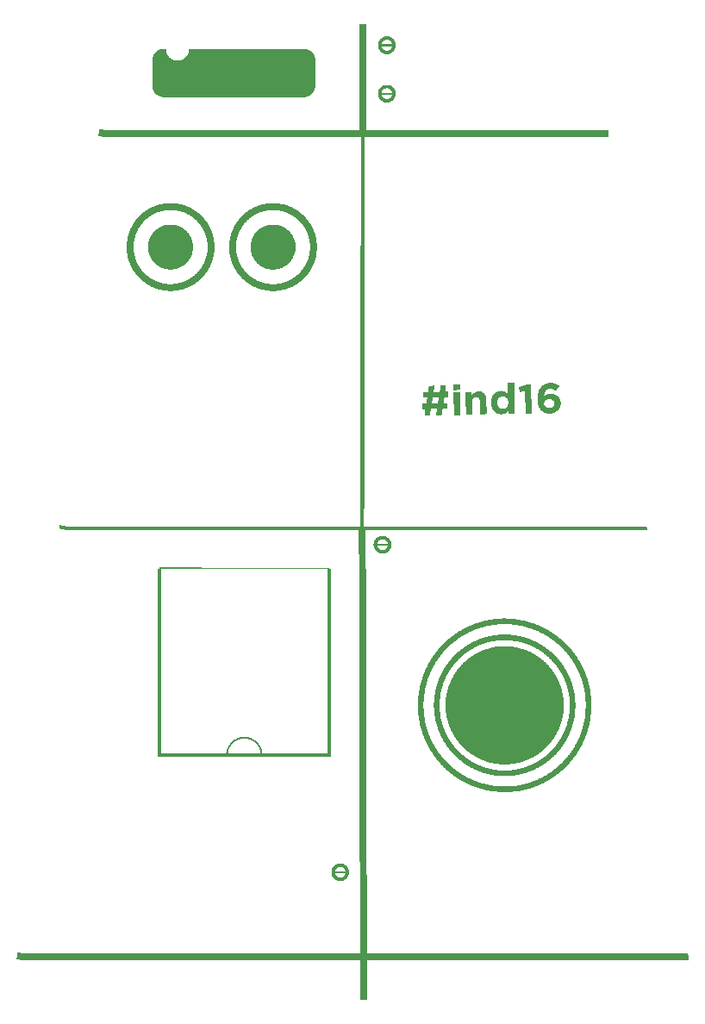
<source format=gto>
G04 MADE WITH FRITZING*
G04 WWW.FRITZING.ORG*
G04 DOUBLE SIDED*
G04 HOLES PLATED*
G04 CONTOUR ON CENTER OF CONTOUR VECTOR*
%ASAXBY*%
%FSLAX23Y23*%
%MOIN*%
%OFA0B0*%
%SFA1.0B1.0*%
%ADD10R,0.001000X0.001000*%
%LNSILK1*%
G90*
G70*
G36*
X1724Y2379D02*
X1724Y2357D01*
X1698Y2356D01*
X1698Y2378D01*
X1724Y2379D01*
G37*
D02*
G36*
X1699Y2347D02*
X1724Y2347D01*
X1725Y2260D01*
X1701Y2260D01*
X1699Y2347D01*
G37*
D02*
G36*
X1983Y2380D02*
X1951Y2370D01*
X1956Y2349D01*
X1976Y2354D01*
X1978Y2265D01*
X2003Y2265D01*
X2000Y2380D01*
X1983Y2380D01*
G37*
D02*
G54D10*
X1335Y3772D02*
X1361Y3772D01*
X1335Y3771D02*
X1361Y3771D01*
X1335Y3770D02*
X1361Y3770D01*
X1335Y3769D02*
X1361Y3769D01*
X1335Y3768D02*
X1361Y3768D01*
X1335Y3767D02*
X1361Y3767D01*
X1335Y3766D02*
X1361Y3766D01*
X1335Y3765D02*
X1361Y3765D01*
X1335Y3764D02*
X1361Y3764D01*
X1335Y3763D02*
X1361Y3763D01*
X1335Y3762D02*
X1361Y3762D01*
X1335Y3761D02*
X1361Y3761D01*
X1335Y3760D02*
X1361Y3760D01*
X1335Y3759D02*
X1361Y3759D01*
X1335Y3758D02*
X1361Y3758D01*
X1335Y3757D02*
X1361Y3757D01*
X1335Y3756D02*
X1361Y3756D01*
X1335Y3755D02*
X1361Y3755D01*
X1335Y3754D02*
X1361Y3754D01*
X1335Y3753D02*
X1361Y3753D01*
X1335Y3752D02*
X1361Y3752D01*
X1335Y3751D02*
X1361Y3751D01*
X1335Y3750D02*
X1361Y3750D01*
X1335Y3749D02*
X1361Y3749D01*
X1335Y3748D02*
X1361Y3748D01*
X1335Y3747D02*
X1361Y3747D01*
X1335Y3746D02*
X1361Y3746D01*
X1335Y3745D02*
X1361Y3745D01*
X1335Y3744D02*
X1361Y3744D01*
X1335Y3743D02*
X1361Y3743D01*
X1335Y3742D02*
X1361Y3742D01*
X1335Y3741D02*
X1361Y3741D01*
X1335Y3740D02*
X1361Y3740D01*
X1335Y3739D02*
X1361Y3739D01*
X1335Y3738D02*
X1361Y3738D01*
X1335Y3737D02*
X1361Y3737D01*
X1335Y3736D02*
X1361Y3736D01*
X1335Y3735D02*
X1361Y3735D01*
X1335Y3734D02*
X1361Y3734D01*
X1335Y3733D02*
X1361Y3733D01*
X1335Y3732D02*
X1361Y3732D01*
X1335Y3731D02*
X1361Y3731D01*
X1335Y3730D02*
X1361Y3730D01*
X1335Y3729D02*
X1361Y3729D01*
X1335Y3728D02*
X1361Y3728D01*
X1335Y3727D02*
X1361Y3727D01*
X1335Y3726D02*
X1361Y3726D01*
X1335Y3725D02*
X1361Y3725D01*
X1335Y3724D02*
X1361Y3724D01*
X1438Y3724D02*
X1446Y3724D01*
X1335Y3723D02*
X1361Y3723D01*
X1433Y3723D02*
X1451Y3723D01*
X1335Y3722D02*
X1361Y3722D01*
X1430Y3722D02*
X1453Y3722D01*
X1335Y3721D02*
X1361Y3721D01*
X1428Y3721D02*
X1456Y3721D01*
X1335Y3720D02*
X1361Y3720D01*
X1426Y3720D02*
X1458Y3720D01*
X1335Y3719D02*
X1361Y3719D01*
X1424Y3719D02*
X1459Y3719D01*
X1335Y3718D02*
X1361Y3718D01*
X1423Y3718D02*
X1461Y3718D01*
X1335Y3717D02*
X1361Y3717D01*
X1422Y3717D02*
X1462Y3717D01*
X1335Y3716D02*
X1361Y3716D01*
X1420Y3716D02*
X1464Y3716D01*
X1335Y3715D02*
X1361Y3715D01*
X1419Y3715D02*
X1465Y3715D01*
X1335Y3714D02*
X1361Y3714D01*
X1418Y3714D02*
X1466Y3714D01*
X1335Y3713D02*
X1361Y3713D01*
X1417Y3713D02*
X1467Y3713D01*
X1335Y3712D02*
X1361Y3712D01*
X1416Y3712D02*
X1468Y3712D01*
X1335Y3711D02*
X1361Y3711D01*
X1415Y3711D02*
X1468Y3711D01*
X1335Y3710D02*
X1361Y3710D01*
X1415Y3710D02*
X1436Y3710D01*
X1448Y3710D02*
X1469Y3710D01*
X1335Y3709D02*
X1361Y3709D01*
X1414Y3709D02*
X1433Y3709D01*
X1451Y3709D02*
X1470Y3709D01*
X1335Y3708D02*
X1361Y3708D01*
X1413Y3708D02*
X1431Y3708D01*
X1453Y3708D02*
X1471Y3708D01*
X1335Y3707D02*
X1361Y3707D01*
X1413Y3707D02*
X1430Y3707D01*
X1455Y3707D02*
X1471Y3707D01*
X1335Y3706D02*
X1361Y3706D01*
X1412Y3706D02*
X1428Y3706D01*
X1456Y3706D02*
X1472Y3706D01*
X1335Y3705D02*
X1361Y3705D01*
X1412Y3705D02*
X1427Y3705D01*
X1457Y3705D02*
X1472Y3705D01*
X1335Y3704D02*
X1361Y3704D01*
X1411Y3704D02*
X1426Y3704D01*
X1458Y3704D02*
X1473Y3704D01*
X1335Y3703D02*
X1361Y3703D01*
X1411Y3703D02*
X1425Y3703D01*
X1459Y3703D02*
X1473Y3703D01*
X1335Y3702D02*
X1361Y3702D01*
X1410Y3702D02*
X1425Y3702D01*
X1459Y3702D02*
X1474Y3702D01*
X1335Y3701D02*
X1361Y3701D01*
X1410Y3701D02*
X1424Y3701D01*
X1460Y3701D02*
X1474Y3701D01*
X1335Y3700D02*
X1361Y3700D01*
X1410Y3700D02*
X1423Y3700D01*
X1461Y3700D02*
X1474Y3700D01*
X1335Y3699D02*
X1361Y3699D01*
X1409Y3699D02*
X1423Y3699D01*
X1461Y3699D02*
X1475Y3699D01*
X1335Y3698D02*
X1361Y3698D01*
X1409Y3698D02*
X1422Y3698D01*
X1462Y3698D02*
X1475Y3698D01*
X1335Y3697D02*
X1361Y3697D01*
X1409Y3697D02*
X1422Y3697D01*
X1462Y3697D02*
X1475Y3697D01*
X1335Y3696D02*
X1361Y3696D01*
X1409Y3696D02*
X1422Y3696D01*
X1462Y3696D02*
X1475Y3696D01*
X1335Y3695D02*
X1361Y3695D01*
X1409Y3695D02*
X1421Y3695D01*
X1463Y3695D02*
X1475Y3695D01*
X1335Y3694D02*
X1361Y3694D01*
X1408Y3694D02*
X1421Y3694D01*
X1463Y3694D02*
X1476Y3694D01*
X1335Y3693D02*
X1361Y3693D01*
X1408Y3693D02*
X1476Y3693D01*
X1335Y3692D02*
X1361Y3692D01*
X1408Y3692D02*
X1476Y3692D01*
X1335Y3691D02*
X1361Y3691D01*
X1408Y3691D02*
X1476Y3691D01*
X1335Y3690D02*
X1361Y3690D01*
X1408Y3690D02*
X1476Y3690D01*
X1335Y3689D02*
X1361Y3689D01*
X1408Y3689D02*
X1476Y3689D01*
X1335Y3688D02*
X1361Y3688D01*
X1408Y3688D02*
X1476Y3688D01*
X1335Y3687D02*
X1361Y3687D01*
X1408Y3687D02*
X1476Y3687D01*
X1335Y3686D02*
X1361Y3686D01*
X1409Y3686D02*
X1421Y3686D01*
X1463Y3686D02*
X1476Y3686D01*
X1335Y3685D02*
X1361Y3685D01*
X1409Y3685D02*
X1421Y3685D01*
X1463Y3685D02*
X1476Y3685D01*
X1335Y3684D02*
X1361Y3684D01*
X1409Y3684D02*
X1422Y3684D01*
X1463Y3684D02*
X1475Y3684D01*
X1335Y3683D02*
X1361Y3683D01*
X1409Y3683D02*
X1422Y3683D01*
X1462Y3683D02*
X1475Y3683D01*
X1335Y3682D02*
X1361Y3682D01*
X1409Y3682D02*
X1422Y3682D01*
X1462Y3682D02*
X1475Y3682D01*
X1335Y3681D02*
X1361Y3681D01*
X1409Y3681D02*
X1423Y3681D01*
X1461Y3681D02*
X1475Y3681D01*
X1335Y3680D02*
X1361Y3680D01*
X1410Y3680D02*
X1423Y3680D01*
X1461Y3680D02*
X1474Y3680D01*
X1335Y3679D02*
X1361Y3679D01*
X1410Y3679D02*
X1424Y3679D01*
X1460Y3679D02*
X1474Y3679D01*
X1335Y3678D02*
X1361Y3678D01*
X1410Y3678D02*
X1425Y3678D01*
X1460Y3678D02*
X1474Y3678D01*
X1335Y3677D02*
X1361Y3677D01*
X1411Y3677D02*
X1425Y3677D01*
X1459Y3677D02*
X1473Y3677D01*
X578Y3676D02*
X587Y3676D01*
X677Y3676D02*
X742Y3676D01*
X1335Y3676D02*
X1361Y3676D01*
X1411Y3676D02*
X1426Y3676D01*
X1458Y3676D02*
X1473Y3676D01*
X570Y3675D02*
X587Y3675D01*
X677Y3675D02*
X1129Y3675D01*
X1335Y3675D02*
X1361Y3675D01*
X1412Y3675D02*
X1427Y3675D01*
X1457Y3675D02*
X1472Y3675D01*
X566Y3674D02*
X587Y3674D01*
X677Y3674D02*
X1133Y3674D01*
X1335Y3674D02*
X1361Y3674D01*
X1412Y3674D02*
X1428Y3674D01*
X1456Y3674D02*
X1472Y3674D01*
X563Y3673D02*
X587Y3673D01*
X677Y3673D02*
X1136Y3673D01*
X1335Y3673D02*
X1361Y3673D01*
X1413Y3673D02*
X1430Y3673D01*
X1455Y3673D02*
X1471Y3673D01*
X561Y3672D02*
X587Y3672D01*
X677Y3672D02*
X1138Y3672D01*
X1335Y3672D02*
X1361Y3672D01*
X1413Y3672D02*
X1431Y3672D01*
X1453Y3672D02*
X1471Y3672D01*
X559Y3671D02*
X587Y3671D01*
X677Y3671D02*
X1140Y3671D01*
X1335Y3671D02*
X1361Y3671D01*
X1414Y3671D02*
X1433Y3671D01*
X1451Y3671D02*
X1470Y3671D01*
X557Y3670D02*
X587Y3670D01*
X677Y3670D02*
X1142Y3670D01*
X1335Y3670D02*
X1361Y3670D01*
X1415Y3670D02*
X1435Y3670D01*
X1449Y3670D02*
X1470Y3670D01*
X555Y3669D02*
X587Y3669D01*
X677Y3669D02*
X1144Y3669D01*
X1335Y3669D02*
X1361Y3669D01*
X1415Y3669D02*
X1469Y3669D01*
X554Y3668D02*
X588Y3668D01*
X677Y3668D02*
X1145Y3668D01*
X1335Y3668D02*
X1361Y3668D01*
X1416Y3668D02*
X1468Y3668D01*
X553Y3667D02*
X588Y3667D01*
X677Y3667D02*
X1147Y3667D01*
X1335Y3667D02*
X1361Y3667D01*
X1417Y3667D02*
X1467Y3667D01*
X551Y3666D02*
X588Y3666D01*
X676Y3666D02*
X1148Y3666D01*
X1335Y3666D02*
X1361Y3666D01*
X1418Y3666D02*
X1466Y3666D01*
X550Y3665D02*
X588Y3665D01*
X676Y3665D02*
X1149Y3665D01*
X1335Y3665D02*
X1361Y3665D01*
X1419Y3665D02*
X1465Y3665D01*
X549Y3664D02*
X588Y3664D01*
X676Y3664D02*
X1150Y3664D01*
X1335Y3664D02*
X1361Y3664D01*
X1420Y3664D02*
X1464Y3664D01*
X548Y3663D02*
X589Y3663D01*
X676Y3663D02*
X1152Y3663D01*
X1335Y3663D02*
X1361Y3663D01*
X1421Y3663D02*
X1463Y3663D01*
X547Y3662D02*
X589Y3662D01*
X675Y3662D02*
X1153Y3662D01*
X1335Y3662D02*
X1361Y3662D01*
X1423Y3662D02*
X1462Y3662D01*
X546Y3661D02*
X589Y3661D01*
X675Y3661D02*
X1154Y3661D01*
X1335Y3661D02*
X1361Y3661D01*
X1424Y3661D02*
X1460Y3661D01*
X545Y3660D02*
X590Y3660D01*
X675Y3660D02*
X1154Y3660D01*
X1335Y3660D02*
X1361Y3660D01*
X1426Y3660D02*
X1458Y3660D01*
X544Y3659D02*
X590Y3659D01*
X674Y3659D02*
X1155Y3659D01*
X1335Y3659D02*
X1361Y3659D01*
X1428Y3659D02*
X1457Y3659D01*
X544Y3658D02*
X590Y3658D01*
X674Y3658D02*
X1156Y3658D01*
X1335Y3658D02*
X1361Y3658D01*
X1430Y3658D02*
X1454Y3658D01*
X543Y3657D02*
X591Y3657D01*
X674Y3657D02*
X1157Y3657D01*
X1335Y3657D02*
X1361Y3657D01*
X1433Y3657D02*
X1451Y3657D01*
X542Y3656D02*
X591Y3656D01*
X673Y3656D02*
X1157Y3656D01*
X1335Y3656D02*
X1361Y3656D01*
X1437Y3656D02*
X1447Y3656D01*
X542Y3655D02*
X592Y3655D01*
X673Y3655D02*
X1158Y3655D01*
X1335Y3655D02*
X1361Y3655D01*
X541Y3654D02*
X592Y3654D01*
X672Y3654D02*
X1158Y3654D01*
X1335Y3654D02*
X1361Y3654D01*
X541Y3653D02*
X593Y3653D01*
X672Y3653D02*
X1159Y3653D01*
X1335Y3653D02*
X1361Y3653D01*
X540Y3652D02*
X593Y3652D01*
X671Y3652D02*
X1160Y3652D01*
X1335Y3652D02*
X1361Y3652D01*
X540Y3651D02*
X594Y3651D01*
X670Y3651D02*
X1160Y3651D01*
X1335Y3651D02*
X1361Y3651D01*
X539Y3650D02*
X595Y3650D01*
X670Y3650D02*
X1161Y3650D01*
X1335Y3650D02*
X1361Y3650D01*
X539Y3649D02*
X595Y3649D01*
X669Y3649D02*
X1161Y3649D01*
X1335Y3649D02*
X1361Y3649D01*
X538Y3648D02*
X596Y3648D01*
X668Y3648D02*
X1161Y3648D01*
X1335Y3648D02*
X1361Y3648D01*
X538Y3647D02*
X597Y3647D01*
X667Y3647D02*
X1162Y3647D01*
X1335Y3647D02*
X1361Y3647D01*
X538Y3646D02*
X598Y3646D01*
X667Y3646D02*
X1162Y3646D01*
X1335Y3646D02*
X1361Y3646D01*
X537Y3645D02*
X599Y3645D01*
X666Y3645D02*
X1162Y3645D01*
X1335Y3645D02*
X1361Y3645D01*
X537Y3644D02*
X599Y3644D01*
X665Y3644D02*
X1163Y3644D01*
X1335Y3644D02*
X1361Y3644D01*
X537Y3643D02*
X600Y3643D01*
X664Y3643D02*
X1163Y3643D01*
X1335Y3643D02*
X1361Y3643D01*
X536Y3642D02*
X602Y3642D01*
X663Y3642D02*
X1163Y3642D01*
X1335Y3642D02*
X1361Y3642D01*
X536Y3641D02*
X603Y3641D01*
X662Y3641D02*
X1164Y3641D01*
X1335Y3641D02*
X1361Y3641D01*
X536Y3640D02*
X604Y3640D01*
X660Y3640D02*
X1164Y3640D01*
X1335Y3640D02*
X1361Y3640D01*
X536Y3639D02*
X605Y3639D01*
X659Y3639D02*
X1164Y3639D01*
X1335Y3639D02*
X1361Y3639D01*
X536Y3638D02*
X607Y3638D01*
X658Y3638D02*
X1164Y3638D01*
X1335Y3638D02*
X1361Y3638D01*
X536Y3637D02*
X608Y3637D01*
X656Y3637D02*
X1164Y3637D01*
X1335Y3637D02*
X1361Y3637D01*
X535Y3636D02*
X610Y3636D01*
X655Y3636D02*
X1164Y3636D01*
X1335Y3636D02*
X1361Y3636D01*
X535Y3635D02*
X612Y3635D01*
X653Y3635D02*
X1164Y3635D01*
X1335Y3635D02*
X1361Y3635D01*
X535Y3634D02*
X614Y3634D01*
X651Y3634D02*
X1164Y3634D01*
X1335Y3634D02*
X1361Y3634D01*
X535Y3633D02*
X616Y3633D01*
X648Y3633D02*
X1164Y3633D01*
X1335Y3633D02*
X1361Y3633D01*
X535Y3632D02*
X619Y3632D01*
X645Y3632D02*
X1164Y3632D01*
X1335Y3632D02*
X1361Y3632D01*
X535Y3631D02*
X624Y3631D01*
X641Y3631D02*
X1164Y3631D01*
X1335Y3631D02*
X1361Y3631D01*
X535Y3630D02*
X1164Y3630D01*
X1335Y3630D02*
X1361Y3630D01*
X535Y3629D02*
X1164Y3629D01*
X1335Y3629D02*
X1361Y3629D01*
X535Y3628D02*
X1164Y3628D01*
X1335Y3628D02*
X1361Y3628D01*
X535Y3627D02*
X1164Y3627D01*
X1335Y3627D02*
X1361Y3627D01*
X535Y3626D02*
X1164Y3626D01*
X1335Y3626D02*
X1361Y3626D01*
X535Y3625D02*
X1164Y3625D01*
X1335Y3625D02*
X1361Y3625D01*
X535Y3624D02*
X1164Y3624D01*
X1335Y3624D02*
X1361Y3624D01*
X535Y3623D02*
X1164Y3623D01*
X1335Y3623D02*
X1361Y3623D01*
X535Y3622D02*
X1164Y3622D01*
X1335Y3622D02*
X1361Y3622D01*
X535Y3621D02*
X1164Y3621D01*
X1335Y3621D02*
X1361Y3621D01*
X535Y3620D02*
X1164Y3620D01*
X1335Y3620D02*
X1361Y3620D01*
X535Y3619D02*
X1164Y3619D01*
X1335Y3619D02*
X1361Y3619D01*
X535Y3618D02*
X1164Y3618D01*
X1335Y3618D02*
X1361Y3618D01*
X535Y3617D02*
X1164Y3617D01*
X1335Y3617D02*
X1361Y3617D01*
X535Y3616D02*
X1164Y3616D01*
X1335Y3616D02*
X1361Y3616D01*
X535Y3615D02*
X1164Y3615D01*
X1335Y3615D02*
X1361Y3615D01*
X535Y3614D02*
X1164Y3614D01*
X1335Y3614D02*
X1361Y3614D01*
X535Y3613D02*
X1164Y3613D01*
X1335Y3613D02*
X1361Y3613D01*
X535Y3612D02*
X1164Y3612D01*
X1335Y3612D02*
X1361Y3612D01*
X535Y3611D02*
X1164Y3611D01*
X1335Y3611D02*
X1361Y3611D01*
X535Y3610D02*
X1164Y3610D01*
X1335Y3610D02*
X1361Y3610D01*
X535Y3609D02*
X1164Y3609D01*
X1335Y3609D02*
X1361Y3609D01*
X535Y3608D02*
X1164Y3608D01*
X1335Y3608D02*
X1361Y3608D01*
X535Y3607D02*
X1164Y3607D01*
X1335Y3607D02*
X1361Y3607D01*
X535Y3606D02*
X1164Y3606D01*
X1335Y3606D02*
X1361Y3606D01*
X535Y3605D02*
X1164Y3605D01*
X1335Y3605D02*
X1361Y3605D01*
X535Y3604D02*
X1164Y3604D01*
X1335Y3604D02*
X1361Y3604D01*
X535Y3603D02*
X1164Y3603D01*
X1335Y3603D02*
X1361Y3603D01*
X535Y3602D02*
X1164Y3602D01*
X1335Y3602D02*
X1361Y3602D01*
X535Y3601D02*
X1164Y3601D01*
X1335Y3601D02*
X1361Y3601D01*
X535Y3600D02*
X1164Y3600D01*
X1335Y3600D02*
X1361Y3600D01*
X535Y3599D02*
X1164Y3599D01*
X1335Y3599D02*
X1361Y3599D01*
X535Y3598D02*
X1164Y3598D01*
X1335Y3598D02*
X1361Y3598D01*
X535Y3597D02*
X1164Y3597D01*
X1335Y3597D02*
X1361Y3597D01*
X535Y3596D02*
X1164Y3596D01*
X1335Y3596D02*
X1361Y3596D01*
X535Y3595D02*
X1164Y3595D01*
X1335Y3595D02*
X1361Y3595D01*
X535Y3594D02*
X1164Y3594D01*
X1335Y3594D02*
X1361Y3594D01*
X535Y3593D02*
X1164Y3593D01*
X1335Y3593D02*
X1361Y3593D01*
X535Y3592D02*
X1164Y3592D01*
X1335Y3592D02*
X1361Y3592D01*
X535Y3591D02*
X1164Y3591D01*
X1335Y3591D02*
X1361Y3591D01*
X535Y3590D02*
X1164Y3590D01*
X1335Y3590D02*
X1361Y3590D01*
X535Y3589D02*
X1164Y3589D01*
X1335Y3589D02*
X1361Y3589D01*
X535Y3588D02*
X1164Y3588D01*
X1335Y3588D02*
X1361Y3588D01*
X535Y3587D02*
X1164Y3587D01*
X1335Y3587D02*
X1361Y3587D01*
X535Y3586D02*
X1164Y3586D01*
X1335Y3586D02*
X1361Y3586D01*
X535Y3585D02*
X1164Y3585D01*
X1335Y3585D02*
X1361Y3585D01*
X535Y3584D02*
X1164Y3584D01*
X1335Y3584D02*
X1361Y3584D01*
X535Y3583D02*
X1164Y3583D01*
X1335Y3583D02*
X1361Y3583D01*
X535Y3582D02*
X1164Y3582D01*
X1335Y3582D02*
X1361Y3582D01*
X535Y3581D02*
X1164Y3581D01*
X1335Y3581D02*
X1361Y3581D01*
X535Y3580D02*
X1164Y3580D01*
X1335Y3580D02*
X1361Y3580D01*
X535Y3579D02*
X1164Y3579D01*
X1335Y3579D02*
X1361Y3579D01*
X535Y3578D02*
X1164Y3578D01*
X1335Y3578D02*
X1361Y3578D01*
X535Y3577D02*
X1164Y3577D01*
X1335Y3577D02*
X1361Y3577D01*
X535Y3576D02*
X1164Y3576D01*
X1335Y3576D02*
X1361Y3576D01*
X535Y3575D02*
X1164Y3575D01*
X1335Y3575D02*
X1361Y3575D01*
X535Y3574D02*
X1164Y3574D01*
X1335Y3574D02*
X1361Y3574D01*
X535Y3573D02*
X1164Y3573D01*
X1335Y3573D02*
X1361Y3573D01*
X535Y3572D02*
X1164Y3572D01*
X1335Y3572D02*
X1361Y3572D01*
X535Y3571D02*
X1164Y3571D01*
X1335Y3571D02*
X1361Y3571D01*
X535Y3570D02*
X1164Y3570D01*
X1335Y3570D02*
X1361Y3570D01*
X535Y3569D02*
X1164Y3569D01*
X1335Y3569D02*
X1361Y3569D01*
X535Y3568D02*
X1164Y3568D01*
X1335Y3568D02*
X1361Y3568D01*
X535Y3567D02*
X1164Y3567D01*
X1335Y3567D02*
X1361Y3567D01*
X535Y3566D02*
X1164Y3566D01*
X1335Y3566D02*
X1361Y3566D01*
X535Y3565D02*
X1164Y3565D01*
X1335Y3565D02*
X1361Y3565D01*
X535Y3564D02*
X1164Y3564D01*
X1335Y3564D02*
X1361Y3564D01*
X535Y3563D02*
X1164Y3563D01*
X1335Y3563D02*
X1361Y3563D01*
X535Y3562D02*
X1164Y3562D01*
X1335Y3562D02*
X1361Y3562D01*
X535Y3561D02*
X1164Y3561D01*
X1335Y3561D02*
X1361Y3561D01*
X535Y3560D02*
X1164Y3560D01*
X1335Y3560D02*
X1361Y3560D01*
X535Y3559D02*
X1164Y3559D01*
X1335Y3559D02*
X1361Y3559D01*
X535Y3558D02*
X1164Y3558D01*
X1335Y3558D02*
X1361Y3558D01*
X535Y3557D02*
X1164Y3557D01*
X1335Y3557D02*
X1361Y3557D01*
X535Y3556D02*
X1164Y3556D01*
X1335Y3556D02*
X1361Y3556D01*
X535Y3555D02*
X1164Y3555D01*
X1335Y3555D02*
X1361Y3555D01*
X535Y3554D02*
X1164Y3554D01*
X1335Y3554D02*
X1361Y3554D01*
X535Y3553D02*
X1164Y3553D01*
X1335Y3553D02*
X1361Y3553D01*
X535Y3552D02*
X1164Y3552D01*
X1335Y3552D02*
X1361Y3552D01*
X535Y3551D02*
X1164Y3551D01*
X1335Y3551D02*
X1361Y3551D01*
X535Y3550D02*
X1164Y3550D01*
X1335Y3550D02*
X1361Y3550D01*
X535Y3549D02*
X1164Y3549D01*
X1335Y3549D02*
X1361Y3549D01*
X535Y3548D02*
X1164Y3548D01*
X1335Y3548D02*
X1361Y3548D01*
X535Y3547D02*
X1164Y3547D01*
X1335Y3547D02*
X1361Y3547D01*
X535Y3546D02*
X1164Y3546D01*
X1335Y3546D02*
X1361Y3546D01*
X535Y3545D02*
X1164Y3545D01*
X1335Y3545D02*
X1361Y3545D01*
X535Y3544D02*
X1164Y3544D01*
X1335Y3544D02*
X1361Y3544D01*
X535Y3543D02*
X1164Y3543D01*
X1335Y3543D02*
X1361Y3543D01*
X535Y3542D02*
X1164Y3542D01*
X1335Y3542D02*
X1361Y3542D01*
X535Y3541D02*
X1164Y3541D01*
X1335Y3541D02*
X1361Y3541D01*
X535Y3540D02*
X1164Y3540D01*
X1335Y3540D02*
X1361Y3540D01*
X535Y3539D02*
X1164Y3539D01*
X1335Y3539D02*
X1361Y3539D01*
X535Y3538D02*
X1164Y3538D01*
X1335Y3538D02*
X1361Y3538D01*
X535Y3537D02*
X1164Y3537D01*
X1335Y3537D02*
X1361Y3537D01*
X535Y3536D02*
X1164Y3536D01*
X1335Y3536D02*
X1361Y3536D01*
X1435Y3536D02*
X1449Y3536D01*
X535Y3535D02*
X1164Y3535D01*
X1335Y3535D02*
X1361Y3535D01*
X1431Y3535D02*
X1453Y3535D01*
X535Y3534D02*
X1164Y3534D01*
X1335Y3534D02*
X1361Y3534D01*
X1429Y3534D02*
X1455Y3534D01*
X535Y3533D02*
X1164Y3533D01*
X1335Y3533D02*
X1361Y3533D01*
X1427Y3533D02*
X1457Y3533D01*
X535Y3532D02*
X1164Y3532D01*
X1335Y3532D02*
X1361Y3532D01*
X1425Y3532D02*
X1459Y3532D01*
X535Y3531D02*
X1164Y3531D01*
X1335Y3531D02*
X1361Y3531D01*
X1423Y3531D02*
X1461Y3531D01*
X535Y3530D02*
X1164Y3530D01*
X1335Y3530D02*
X1361Y3530D01*
X1422Y3530D02*
X1462Y3530D01*
X535Y3529D02*
X1164Y3529D01*
X1335Y3529D02*
X1361Y3529D01*
X1421Y3529D02*
X1463Y3529D01*
X536Y3528D02*
X1164Y3528D01*
X1335Y3528D02*
X1361Y3528D01*
X1420Y3528D02*
X1464Y3528D01*
X536Y3527D02*
X1164Y3527D01*
X1335Y3527D02*
X1361Y3527D01*
X1418Y3527D02*
X1465Y3527D01*
X536Y3526D02*
X1164Y3526D01*
X1335Y3526D02*
X1361Y3526D01*
X1417Y3526D02*
X1466Y3526D01*
X536Y3525D02*
X1164Y3525D01*
X1335Y3525D02*
X1361Y3525D01*
X1417Y3525D02*
X1467Y3525D01*
X536Y3524D02*
X1163Y3524D01*
X1335Y3524D02*
X1361Y3524D01*
X1416Y3524D02*
X1468Y3524D01*
X536Y3523D02*
X1163Y3523D01*
X1335Y3523D02*
X1361Y3523D01*
X1415Y3523D02*
X1437Y3523D01*
X1447Y3523D02*
X1469Y3523D01*
X537Y3522D02*
X1163Y3522D01*
X1335Y3522D02*
X1361Y3522D01*
X1414Y3522D02*
X1434Y3522D01*
X1450Y3522D02*
X1470Y3522D01*
X537Y3521D02*
X1163Y3521D01*
X1335Y3521D02*
X1361Y3521D01*
X1414Y3521D02*
X1432Y3521D01*
X1452Y3521D02*
X1470Y3521D01*
X537Y3520D02*
X1162Y3520D01*
X1335Y3520D02*
X1361Y3520D01*
X1413Y3520D02*
X1430Y3520D01*
X1454Y3520D02*
X1471Y3520D01*
X538Y3519D02*
X1162Y3519D01*
X1335Y3519D02*
X1361Y3519D01*
X1412Y3519D02*
X1429Y3519D01*
X1455Y3519D02*
X1472Y3519D01*
X538Y3518D02*
X1162Y3518D01*
X1335Y3518D02*
X1361Y3518D01*
X1412Y3518D02*
X1428Y3518D01*
X1456Y3518D02*
X1472Y3518D01*
X538Y3517D02*
X1161Y3517D01*
X1335Y3517D02*
X1361Y3517D01*
X1411Y3517D02*
X1426Y3517D01*
X1457Y3517D02*
X1473Y3517D01*
X539Y3516D02*
X1161Y3516D01*
X1335Y3516D02*
X1361Y3516D01*
X1411Y3516D02*
X1426Y3516D01*
X1458Y3516D02*
X1473Y3516D01*
X539Y3515D02*
X1160Y3515D01*
X1335Y3515D02*
X1361Y3515D01*
X1410Y3515D02*
X1425Y3515D01*
X1459Y3515D02*
X1473Y3515D01*
X540Y3514D02*
X1160Y3514D01*
X1335Y3514D02*
X1361Y3514D01*
X1410Y3514D02*
X1424Y3514D01*
X1460Y3514D02*
X1474Y3514D01*
X540Y3513D02*
X1160Y3513D01*
X1335Y3513D02*
X1361Y3513D01*
X1410Y3513D02*
X1423Y3513D01*
X1460Y3513D02*
X1474Y3513D01*
X541Y3512D02*
X1159Y3512D01*
X1335Y3512D02*
X1361Y3512D01*
X1409Y3512D02*
X1423Y3512D01*
X1461Y3512D02*
X1474Y3512D01*
X541Y3511D02*
X1158Y3511D01*
X1335Y3511D02*
X1361Y3511D01*
X1409Y3511D02*
X1422Y3511D01*
X1461Y3511D02*
X1475Y3511D01*
X542Y3510D02*
X1158Y3510D01*
X1335Y3510D02*
X1361Y3510D01*
X1409Y3510D02*
X1422Y3510D01*
X1462Y3510D02*
X1475Y3510D01*
X543Y3509D02*
X1157Y3509D01*
X1335Y3509D02*
X1361Y3509D01*
X1409Y3509D02*
X1422Y3509D01*
X1462Y3509D02*
X1475Y3509D01*
X543Y3508D02*
X1157Y3508D01*
X1335Y3508D02*
X1361Y3508D01*
X1409Y3508D02*
X1421Y3508D01*
X1462Y3508D02*
X1475Y3508D01*
X544Y3507D02*
X1156Y3507D01*
X1335Y3507D02*
X1361Y3507D01*
X1408Y3507D02*
X1421Y3507D01*
X1463Y3507D02*
X1475Y3507D01*
X545Y3506D02*
X1155Y3506D01*
X1335Y3506D02*
X1361Y3506D01*
X1408Y3506D02*
X1421Y3506D01*
X1463Y3506D02*
X1476Y3506D01*
X546Y3505D02*
X1154Y3505D01*
X1335Y3505D02*
X1361Y3505D01*
X1408Y3505D02*
X1476Y3505D01*
X546Y3504D02*
X1153Y3504D01*
X1335Y3504D02*
X1361Y3504D01*
X1408Y3504D02*
X1476Y3504D01*
X547Y3503D02*
X1152Y3503D01*
X1335Y3503D02*
X1361Y3503D01*
X1408Y3503D02*
X1476Y3503D01*
X549Y3502D02*
X1151Y3502D01*
X1335Y3502D02*
X1361Y3502D01*
X1408Y3502D02*
X1476Y3502D01*
X550Y3501D02*
X1150Y3501D01*
X1335Y3501D02*
X1361Y3501D01*
X1408Y3501D02*
X1476Y3501D01*
X551Y3500D02*
X1149Y3500D01*
X1335Y3500D02*
X1361Y3500D01*
X1408Y3500D02*
X1476Y3500D01*
X552Y3499D02*
X1148Y3499D01*
X1335Y3499D02*
X1361Y3499D01*
X1408Y3499D02*
X1421Y3499D01*
X1463Y3499D02*
X1476Y3499D01*
X553Y3498D02*
X1147Y3498D01*
X1335Y3498D02*
X1361Y3498D01*
X1408Y3498D02*
X1421Y3498D01*
X1463Y3498D02*
X1475Y3498D01*
X555Y3497D02*
X1145Y3497D01*
X1335Y3497D02*
X1361Y3497D01*
X1409Y3497D02*
X1421Y3497D01*
X1462Y3497D02*
X1475Y3497D01*
X556Y3496D02*
X1144Y3496D01*
X1335Y3496D02*
X1361Y3496D01*
X1409Y3496D02*
X1422Y3496D01*
X1462Y3496D02*
X1475Y3496D01*
X558Y3495D02*
X1142Y3495D01*
X1335Y3495D02*
X1361Y3495D01*
X1409Y3495D02*
X1422Y3495D01*
X1462Y3495D02*
X1475Y3495D01*
X560Y3494D02*
X1140Y3494D01*
X1335Y3494D02*
X1361Y3494D01*
X1409Y3494D02*
X1423Y3494D01*
X1461Y3494D02*
X1475Y3494D01*
X562Y3493D02*
X1138Y3493D01*
X1335Y3493D02*
X1361Y3493D01*
X1409Y3493D02*
X1423Y3493D01*
X1461Y3493D02*
X1474Y3493D01*
X564Y3492D02*
X1136Y3492D01*
X1335Y3492D02*
X1361Y3492D01*
X1410Y3492D02*
X1424Y3492D01*
X1460Y3492D02*
X1474Y3492D01*
X568Y3491D02*
X1133Y3491D01*
X1335Y3491D02*
X1361Y3491D01*
X1410Y3491D02*
X1424Y3491D01*
X1460Y3491D02*
X1474Y3491D01*
X572Y3490D02*
X1129Y3490D01*
X1335Y3490D02*
X1361Y3490D01*
X1411Y3490D02*
X1425Y3490D01*
X1459Y3490D02*
X1473Y3490D01*
X1335Y3489D02*
X1361Y3489D01*
X1411Y3489D02*
X1426Y3489D01*
X1458Y3489D02*
X1473Y3489D01*
X1335Y3488D02*
X1361Y3488D01*
X1411Y3488D02*
X1427Y3488D01*
X1457Y3488D02*
X1473Y3488D01*
X1335Y3487D02*
X1361Y3487D01*
X1412Y3487D02*
X1428Y3487D01*
X1456Y3487D02*
X1472Y3487D01*
X1335Y3486D02*
X1361Y3486D01*
X1412Y3486D02*
X1429Y3486D01*
X1455Y3486D02*
X1472Y3486D01*
X1335Y3485D02*
X1361Y3485D01*
X1413Y3485D02*
X1430Y3485D01*
X1454Y3485D02*
X1471Y3485D01*
X1335Y3484D02*
X1361Y3484D01*
X1414Y3484D02*
X1432Y3484D01*
X1452Y3484D02*
X1470Y3484D01*
X1335Y3483D02*
X1361Y3483D01*
X1414Y3483D02*
X1434Y3483D01*
X1450Y3483D02*
X1470Y3483D01*
X1335Y3482D02*
X1361Y3482D01*
X1415Y3482D02*
X1438Y3482D01*
X1447Y3482D02*
X1469Y3482D01*
X1335Y3481D02*
X1361Y3481D01*
X1416Y3481D02*
X1468Y3481D01*
X1335Y3480D02*
X1361Y3480D01*
X1417Y3480D02*
X1467Y3480D01*
X1335Y3479D02*
X1361Y3479D01*
X1417Y3479D02*
X1466Y3479D01*
X1335Y3478D02*
X1361Y3478D01*
X1418Y3478D02*
X1465Y3478D01*
X1335Y3477D02*
X1361Y3477D01*
X1419Y3477D02*
X1464Y3477D01*
X1335Y3476D02*
X1361Y3476D01*
X1421Y3476D02*
X1463Y3476D01*
X1335Y3475D02*
X1361Y3475D01*
X1422Y3475D02*
X1462Y3475D01*
X1335Y3474D02*
X1361Y3474D01*
X1423Y3474D02*
X1461Y3474D01*
X1335Y3473D02*
X1361Y3473D01*
X1425Y3473D02*
X1459Y3473D01*
X1335Y3472D02*
X1361Y3472D01*
X1427Y3472D02*
X1457Y3472D01*
X1335Y3471D02*
X1361Y3471D01*
X1429Y3471D02*
X1455Y3471D01*
X1335Y3470D02*
X1361Y3470D01*
X1431Y3470D02*
X1453Y3470D01*
X1335Y3469D02*
X1361Y3469D01*
X1435Y3469D02*
X1449Y3469D01*
X1335Y3468D02*
X1361Y3468D01*
X1335Y3467D02*
X1361Y3467D01*
X1335Y3466D02*
X1361Y3466D01*
X1335Y3465D02*
X1361Y3465D01*
X1335Y3464D02*
X1361Y3464D01*
X1335Y3463D02*
X1361Y3463D01*
X1335Y3462D02*
X1361Y3462D01*
X1335Y3461D02*
X1361Y3461D01*
X1335Y3460D02*
X1361Y3460D01*
X1335Y3459D02*
X1361Y3459D01*
X1335Y3458D02*
X1361Y3458D01*
X1335Y3457D02*
X1361Y3457D01*
X1335Y3456D02*
X1361Y3456D01*
X1335Y3455D02*
X1361Y3455D01*
X1335Y3454D02*
X1361Y3454D01*
X1335Y3453D02*
X1361Y3453D01*
X1335Y3452D02*
X1361Y3452D01*
X1335Y3451D02*
X1361Y3451D01*
X1335Y3450D02*
X1361Y3450D01*
X1335Y3449D02*
X1361Y3449D01*
X1335Y3448D02*
X1361Y3448D01*
X1335Y3447D02*
X1361Y3447D01*
X1335Y3446D02*
X1361Y3446D01*
X1335Y3445D02*
X1361Y3445D01*
X1335Y3444D02*
X1361Y3444D01*
X1335Y3443D02*
X1361Y3443D01*
X1335Y3442D02*
X1361Y3442D01*
X1335Y3441D02*
X1361Y3441D01*
X1335Y3440D02*
X1361Y3440D01*
X1335Y3439D02*
X1361Y3439D01*
X1335Y3438D02*
X1361Y3438D01*
X1335Y3437D02*
X1361Y3437D01*
X1335Y3436D02*
X1361Y3436D01*
X1335Y3435D02*
X1361Y3435D01*
X1335Y3434D02*
X1361Y3434D01*
X1335Y3433D02*
X1361Y3433D01*
X1335Y3432D02*
X1361Y3432D01*
X1335Y3431D02*
X1361Y3431D01*
X1335Y3430D02*
X1361Y3430D01*
X1335Y3429D02*
X1361Y3429D01*
X1335Y3428D02*
X1361Y3428D01*
X1335Y3427D02*
X1361Y3427D01*
X1335Y3426D02*
X1361Y3426D01*
X1335Y3425D02*
X1361Y3425D01*
X1335Y3424D02*
X1361Y3424D01*
X1335Y3423D02*
X1361Y3423D01*
X1335Y3422D02*
X1361Y3422D01*
X1335Y3421D02*
X1361Y3421D01*
X1335Y3420D02*
X1361Y3420D01*
X1335Y3419D02*
X1361Y3419D01*
X1335Y3418D02*
X1361Y3418D01*
X1335Y3417D02*
X1361Y3417D01*
X1335Y3416D02*
X1361Y3416D01*
X1335Y3415D02*
X1361Y3415D01*
X1335Y3414D02*
X1361Y3414D01*
X1335Y3413D02*
X1361Y3413D01*
X1335Y3412D02*
X1361Y3412D01*
X1335Y3411D02*
X1361Y3411D01*
X1335Y3410D02*
X1361Y3410D01*
X1335Y3409D02*
X1361Y3409D01*
X1335Y3408D02*
X1361Y3408D01*
X1335Y3407D02*
X1361Y3407D01*
X1335Y3406D02*
X1361Y3406D01*
X1335Y3405D02*
X1361Y3405D01*
X1335Y3404D02*
X1361Y3404D01*
X1335Y3403D02*
X1361Y3403D01*
X1335Y3402D02*
X1361Y3402D01*
X1335Y3401D02*
X1361Y3401D01*
X1335Y3400D02*
X1361Y3400D01*
X1335Y3399D02*
X1361Y3399D01*
X1335Y3398D02*
X1361Y3398D01*
X1335Y3397D02*
X1361Y3397D01*
X1335Y3396D02*
X1361Y3396D01*
X1335Y3395D02*
X1361Y3395D01*
X1335Y3394D02*
X1361Y3394D01*
X1335Y3393D02*
X1361Y3393D01*
X1335Y3392D02*
X1361Y3392D01*
X1335Y3391D02*
X1361Y3391D01*
X1335Y3390D02*
X1361Y3390D01*
X1335Y3389D02*
X1361Y3389D01*
X1335Y3388D02*
X1361Y3388D01*
X1335Y3387D02*
X1361Y3387D01*
X1335Y3386D02*
X1361Y3386D01*
X1335Y3385D02*
X1361Y3385D01*
X1335Y3384D02*
X1361Y3384D01*
X1335Y3383D02*
X1361Y3383D01*
X1335Y3382D02*
X1361Y3382D01*
X1335Y3381D02*
X1361Y3381D01*
X1335Y3380D02*
X1361Y3380D01*
X1335Y3379D02*
X1361Y3379D01*
X1335Y3378D02*
X1361Y3378D01*
X1335Y3377D02*
X1361Y3377D01*
X1335Y3376D02*
X1361Y3376D01*
X1335Y3375D02*
X1361Y3375D01*
X1335Y3374D02*
X1361Y3374D01*
X1335Y3373D02*
X1361Y3373D01*
X1335Y3372D02*
X1361Y3372D01*
X1335Y3371D02*
X1361Y3371D01*
X1335Y3370D02*
X1361Y3370D01*
X1335Y3369D02*
X1361Y3369D01*
X1335Y3368D02*
X1361Y3368D01*
X1335Y3367D02*
X1361Y3367D01*
X1335Y3366D02*
X1361Y3366D01*
X329Y3365D02*
X334Y3365D01*
X1335Y3365D02*
X1361Y3365D01*
X329Y3364D02*
X339Y3364D01*
X1335Y3364D02*
X1361Y3364D01*
X329Y3363D02*
X344Y3363D01*
X1335Y3363D02*
X1361Y3363D01*
X329Y3362D02*
X349Y3362D01*
X1335Y3362D02*
X1361Y3362D01*
X329Y3361D02*
X835Y3361D01*
X1335Y3361D02*
X1361Y3361D01*
X329Y3360D02*
X2298Y3360D01*
X329Y3359D02*
X2298Y3359D01*
X329Y3358D02*
X2298Y3358D01*
X328Y3357D02*
X2298Y3357D01*
X328Y3356D02*
X2298Y3356D01*
X328Y3355D02*
X2298Y3355D01*
X328Y3354D02*
X2298Y3354D01*
X328Y3353D02*
X2298Y3353D01*
X328Y3352D02*
X2298Y3352D01*
X328Y3351D02*
X2299Y3351D01*
X328Y3350D02*
X2299Y3350D01*
X328Y3349D02*
X2299Y3349D01*
X328Y3348D02*
X2299Y3348D01*
X327Y3347D02*
X2299Y3347D01*
X327Y3346D02*
X2299Y3346D01*
X327Y3345D02*
X2299Y3345D01*
X327Y3344D02*
X2299Y3344D01*
X327Y3343D02*
X2299Y3343D01*
X327Y3342D02*
X2299Y3342D01*
X327Y3341D02*
X2300Y3341D01*
X327Y3340D02*
X2300Y3340D01*
X328Y3339D02*
X2300Y3339D01*
X333Y3338D02*
X2300Y3338D01*
X338Y3337D02*
X2300Y3337D01*
X343Y3336D02*
X2300Y3336D01*
X348Y3335D02*
X2300Y3335D01*
X1165Y3334D02*
X2300Y3334D01*
X1342Y3333D02*
X1354Y3333D01*
X1342Y3332D02*
X1354Y3332D01*
X1342Y3331D02*
X1354Y3331D01*
X1342Y3330D02*
X1354Y3330D01*
X1342Y3329D02*
X1354Y3329D01*
X1342Y3328D02*
X1354Y3328D01*
X1342Y3327D02*
X1354Y3327D01*
X1342Y3326D02*
X1354Y3326D01*
X1342Y3325D02*
X1354Y3325D01*
X1342Y3324D02*
X1354Y3324D01*
X1342Y3323D02*
X1354Y3323D01*
X1342Y3322D02*
X1354Y3322D01*
X1342Y3321D02*
X1354Y3321D01*
X1342Y3320D02*
X1354Y3320D01*
X1342Y3319D02*
X1354Y3319D01*
X1342Y3318D02*
X1354Y3318D01*
X1342Y3317D02*
X1354Y3317D01*
X1342Y3316D02*
X1354Y3316D01*
X1342Y3315D02*
X1354Y3315D01*
X1342Y3314D02*
X1354Y3314D01*
X1342Y3313D02*
X1354Y3313D01*
X1342Y3312D02*
X1354Y3312D01*
X1342Y3311D02*
X1354Y3311D01*
X1342Y3310D02*
X1354Y3310D01*
X1342Y3309D02*
X1354Y3309D01*
X1342Y3308D02*
X1354Y3308D01*
X1342Y3307D02*
X1354Y3307D01*
X1342Y3306D02*
X1354Y3306D01*
X1342Y3305D02*
X1354Y3305D01*
X1342Y3304D02*
X1354Y3304D01*
X1342Y3303D02*
X1354Y3303D01*
X1342Y3302D02*
X1354Y3302D01*
X1342Y3301D02*
X1354Y3301D01*
X1342Y3300D02*
X1354Y3300D01*
X1342Y3299D02*
X1354Y3299D01*
X1342Y3298D02*
X1354Y3298D01*
X1342Y3297D02*
X1354Y3297D01*
X1342Y3296D02*
X1354Y3296D01*
X1342Y3295D02*
X1354Y3295D01*
X1342Y3294D02*
X1354Y3294D01*
X1342Y3293D02*
X1354Y3293D01*
X1342Y3292D02*
X1354Y3292D01*
X1342Y3291D02*
X1354Y3291D01*
X1342Y3290D02*
X1354Y3290D01*
X1342Y3289D02*
X1354Y3289D01*
X1342Y3288D02*
X1354Y3288D01*
X1342Y3287D02*
X1354Y3287D01*
X1342Y3286D02*
X1354Y3286D01*
X1342Y3285D02*
X1354Y3285D01*
X1342Y3284D02*
X1354Y3284D01*
X1342Y3283D02*
X1354Y3283D01*
X1342Y3282D02*
X1354Y3282D01*
X1342Y3281D02*
X1354Y3281D01*
X1342Y3280D02*
X1354Y3280D01*
X1342Y3279D02*
X1354Y3279D01*
X1342Y3278D02*
X1354Y3278D01*
X1342Y3277D02*
X1354Y3277D01*
X1342Y3276D02*
X1354Y3276D01*
X1342Y3275D02*
X1354Y3275D01*
X1342Y3274D02*
X1354Y3274D01*
X1342Y3273D02*
X1354Y3273D01*
X1342Y3272D02*
X1354Y3272D01*
X1342Y3271D02*
X1354Y3271D01*
X1342Y3270D02*
X1354Y3270D01*
X1342Y3269D02*
X1354Y3269D01*
X1342Y3268D02*
X1354Y3268D01*
X1342Y3267D02*
X1354Y3267D01*
X1342Y3266D02*
X1354Y3266D01*
X1342Y3265D02*
X1354Y3265D01*
X1342Y3264D02*
X1354Y3264D01*
X1342Y3263D02*
X1354Y3263D01*
X1342Y3262D02*
X1354Y3262D01*
X1342Y3261D02*
X1354Y3261D01*
X1342Y3260D02*
X1354Y3260D01*
X1342Y3259D02*
X1354Y3259D01*
X1342Y3258D02*
X1354Y3258D01*
X1342Y3257D02*
X1354Y3257D01*
X1342Y3256D02*
X1354Y3256D01*
X1342Y3255D02*
X1354Y3255D01*
X1342Y3254D02*
X1354Y3254D01*
X1342Y3253D02*
X1354Y3253D01*
X1342Y3252D02*
X1354Y3252D01*
X1342Y3251D02*
X1354Y3251D01*
X1342Y3250D02*
X1354Y3250D01*
X1342Y3249D02*
X1354Y3249D01*
X1342Y3248D02*
X1354Y3248D01*
X1342Y3247D02*
X1354Y3247D01*
X1342Y3246D02*
X1354Y3246D01*
X1342Y3245D02*
X1354Y3245D01*
X1342Y3244D02*
X1354Y3244D01*
X1342Y3243D02*
X1354Y3243D01*
X1342Y3242D02*
X1354Y3242D01*
X1342Y3241D02*
X1354Y3241D01*
X1342Y3240D02*
X1354Y3240D01*
X1342Y3239D02*
X1354Y3239D01*
X1342Y3238D02*
X1354Y3238D01*
X1342Y3237D02*
X1354Y3237D01*
X1342Y3236D02*
X1354Y3236D01*
X1342Y3235D02*
X1354Y3235D01*
X1342Y3234D02*
X1354Y3234D01*
X1342Y3233D02*
X1354Y3233D01*
X1342Y3232D02*
X1354Y3232D01*
X1342Y3231D02*
X1354Y3231D01*
X1342Y3230D02*
X1354Y3230D01*
X1342Y3229D02*
X1354Y3229D01*
X1342Y3228D02*
X1354Y3228D01*
X1342Y3227D02*
X1354Y3227D01*
X1342Y3226D02*
X1354Y3226D01*
X1342Y3225D02*
X1354Y3225D01*
X1342Y3224D02*
X1354Y3224D01*
X1342Y3223D02*
X1354Y3223D01*
X1342Y3222D02*
X1354Y3222D01*
X1342Y3221D02*
X1354Y3221D01*
X1342Y3220D02*
X1354Y3220D01*
X1342Y3219D02*
X1354Y3219D01*
X1342Y3218D02*
X1354Y3218D01*
X1342Y3217D02*
X1354Y3217D01*
X1342Y3216D02*
X1354Y3216D01*
X1342Y3215D02*
X1354Y3215D01*
X1342Y3214D02*
X1354Y3214D01*
X1342Y3213D02*
X1354Y3213D01*
X1342Y3212D02*
X1354Y3212D01*
X1342Y3211D02*
X1354Y3211D01*
X1342Y3210D02*
X1354Y3210D01*
X1342Y3209D02*
X1354Y3209D01*
X1342Y3208D02*
X1354Y3208D01*
X1342Y3207D02*
X1354Y3207D01*
X1342Y3206D02*
X1354Y3206D01*
X1342Y3205D02*
X1354Y3205D01*
X1342Y3204D02*
X1354Y3204D01*
X1342Y3203D02*
X1354Y3203D01*
X1342Y3202D02*
X1354Y3202D01*
X1342Y3201D02*
X1354Y3201D01*
X1342Y3200D02*
X1354Y3200D01*
X1342Y3199D02*
X1354Y3199D01*
X1342Y3198D02*
X1354Y3198D01*
X1342Y3197D02*
X1354Y3197D01*
X1342Y3196D02*
X1354Y3196D01*
X1342Y3195D02*
X1354Y3195D01*
X1342Y3194D02*
X1354Y3194D01*
X1342Y3193D02*
X1354Y3193D01*
X1342Y3192D02*
X1354Y3192D01*
X1342Y3191D02*
X1354Y3191D01*
X1342Y3190D02*
X1354Y3190D01*
X1342Y3189D02*
X1354Y3189D01*
X1342Y3188D02*
X1354Y3188D01*
X1342Y3187D02*
X1354Y3187D01*
X1342Y3186D02*
X1354Y3186D01*
X1342Y3185D02*
X1354Y3185D01*
X1342Y3184D02*
X1354Y3184D01*
X1342Y3183D02*
X1354Y3183D01*
X1342Y3182D02*
X1354Y3182D01*
X1342Y3181D02*
X1354Y3181D01*
X1342Y3180D02*
X1354Y3180D01*
X1342Y3179D02*
X1354Y3179D01*
X1342Y3178D02*
X1354Y3178D01*
X1342Y3177D02*
X1354Y3177D01*
X1342Y3176D02*
X1354Y3176D01*
X1342Y3175D02*
X1354Y3175D01*
X1342Y3174D02*
X1354Y3174D01*
X1342Y3173D02*
X1354Y3173D01*
X1342Y3172D02*
X1354Y3172D01*
X1342Y3171D02*
X1354Y3171D01*
X1342Y3170D02*
X1354Y3170D01*
X1342Y3169D02*
X1354Y3169D01*
X1342Y3168D02*
X1354Y3168D01*
X1342Y3167D02*
X1354Y3167D01*
X1342Y3166D02*
X1354Y3166D01*
X1342Y3165D02*
X1354Y3165D01*
X1342Y3164D02*
X1354Y3164D01*
X1342Y3163D02*
X1354Y3163D01*
X1342Y3162D02*
X1354Y3162D01*
X1342Y3161D02*
X1354Y3161D01*
X1342Y3160D02*
X1354Y3160D01*
X1342Y3159D02*
X1354Y3159D01*
X1342Y3158D02*
X1354Y3158D01*
X1342Y3157D02*
X1354Y3157D01*
X1342Y3156D02*
X1354Y3156D01*
X1342Y3155D02*
X1354Y3155D01*
X1342Y3154D02*
X1354Y3154D01*
X1342Y3153D02*
X1354Y3153D01*
X1342Y3152D02*
X1354Y3152D01*
X1342Y3151D02*
X1354Y3151D01*
X1342Y3150D02*
X1354Y3150D01*
X1342Y3149D02*
X1354Y3149D01*
X1342Y3148D02*
X1354Y3148D01*
X1342Y3147D02*
X1354Y3147D01*
X1342Y3146D02*
X1354Y3146D01*
X1342Y3145D02*
X1354Y3145D01*
X1342Y3144D02*
X1354Y3144D01*
X1342Y3143D02*
X1354Y3143D01*
X1342Y3142D02*
X1354Y3142D01*
X1342Y3141D02*
X1354Y3141D01*
X1342Y3140D02*
X1354Y3140D01*
X1342Y3139D02*
X1354Y3139D01*
X1342Y3138D02*
X1354Y3138D01*
X1342Y3137D02*
X1354Y3137D01*
X1342Y3136D02*
X1354Y3136D01*
X1342Y3135D02*
X1354Y3135D01*
X1342Y3134D02*
X1354Y3134D01*
X1342Y3133D02*
X1354Y3133D01*
X1342Y3132D02*
X1354Y3132D01*
X1342Y3131D02*
X1354Y3131D01*
X1342Y3130D02*
X1354Y3130D01*
X1342Y3129D02*
X1354Y3129D01*
X1342Y3128D02*
X1354Y3128D01*
X1342Y3127D02*
X1354Y3127D01*
X1342Y3126D02*
X1354Y3126D01*
X1342Y3125D02*
X1354Y3125D01*
X1342Y3124D02*
X1354Y3124D01*
X1342Y3123D02*
X1354Y3123D01*
X1342Y3122D02*
X1354Y3122D01*
X1342Y3121D02*
X1354Y3121D01*
X1342Y3120D02*
X1354Y3120D01*
X1342Y3119D02*
X1354Y3119D01*
X1342Y3118D02*
X1354Y3118D01*
X1342Y3117D02*
X1354Y3117D01*
X1342Y3116D02*
X1354Y3116D01*
X1342Y3115D02*
X1354Y3115D01*
X1342Y3114D02*
X1354Y3114D01*
X1342Y3113D02*
X1354Y3113D01*
X1342Y3112D02*
X1354Y3112D01*
X1342Y3111D02*
X1354Y3111D01*
X1342Y3110D02*
X1354Y3110D01*
X1342Y3109D02*
X1354Y3109D01*
X1342Y3108D02*
X1354Y3108D01*
X1342Y3107D02*
X1354Y3107D01*
X1342Y3106D02*
X1354Y3106D01*
X1342Y3105D02*
X1354Y3105D01*
X1342Y3104D02*
X1354Y3104D01*
X1342Y3103D02*
X1354Y3103D01*
X1342Y3102D02*
X1354Y3102D01*
X1342Y3101D02*
X1354Y3101D01*
X1342Y3100D02*
X1354Y3100D01*
X1342Y3099D02*
X1354Y3099D01*
X1342Y3098D02*
X1354Y3098D01*
X1342Y3097D02*
X1354Y3097D01*
X1342Y3096D02*
X1354Y3096D01*
X1342Y3095D02*
X1354Y3095D01*
X1342Y3094D02*
X1354Y3094D01*
X1342Y3093D02*
X1354Y3093D01*
X1342Y3092D02*
X1354Y3092D01*
X1342Y3091D02*
X1354Y3091D01*
X1342Y3090D02*
X1354Y3090D01*
X1342Y3089D02*
X1354Y3089D01*
X1342Y3088D02*
X1354Y3088D01*
X1342Y3087D02*
X1354Y3087D01*
X1342Y3086D02*
X1354Y3086D01*
X1342Y3085D02*
X1354Y3085D01*
X1342Y3084D02*
X1354Y3084D01*
X1342Y3083D02*
X1354Y3083D01*
X1342Y3082D02*
X1354Y3082D01*
X1342Y3081D02*
X1354Y3081D01*
X1342Y3080D02*
X1354Y3080D01*
X592Y3079D02*
X618Y3079D01*
X992Y3079D02*
X1012Y3079D01*
X1342Y3079D02*
X1354Y3079D01*
X583Y3078D02*
X627Y3078D01*
X981Y3078D02*
X1023Y3078D01*
X1342Y3078D02*
X1354Y3078D01*
X577Y3077D02*
X634Y3077D01*
X974Y3077D02*
X1029Y3077D01*
X1342Y3077D02*
X1354Y3077D01*
X571Y3076D02*
X639Y3076D01*
X969Y3076D02*
X1035Y3076D01*
X1342Y3076D02*
X1354Y3076D01*
X567Y3075D02*
X644Y3075D01*
X964Y3075D02*
X1039Y3075D01*
X1342Y3075D02*
X1354Y3075D01*
X563Y3074D02*
X648Y3074D01*
X960Y3074D02*
X1044Y3074D01*
X1342Y3074D02*
X1354Y3074D01*
X559Y3073D02*
X651Y3073D01*
X956Y3073D02*
X1047Y3073D01*
X1342Y3073D02*
X1354Y3073D01*
X556Y3072D02*
X655Y3072D01*
X953Y3072D02*
X1051Y3072D01*
X1342Y3072D02*
X1354Y3072D01*
X553Y3071D02*
X658Y3071D01*
X950Y3071D02*
X1054Y3071D01*
X1342Y3071D02*
X1354Y3071D01*
X550Y3070D02*
X661Y3070D01*
X947Y3070D02*
X1057Y3070D01*
X1342Y3070D02*
X1354Y3070D01*
X547Y3069D02*
X664Y3069D01*
X944Y3069D02*
X1060Y3069D01*
X1342Y3069D02*
X1354Y3069D01*
X544Y3068D02*
X666Y3068D01*
X941Y3068D02*
X1062Y3068D01*
X1342Y3068D02*
X1354Y3068D01*
X542Y3067D02*
X669Y3067D01*
X939Y3067D02*
X1065Y3067D01*
X1342Y3067D02*
X1354Y3067D01*
X539Y3066D02*
X671Y3066D01*
X936Y3066D02*
X1067Y3066D01*
X1342Y3066D02*
X1354Y3066D01*
X537Y3065D02*
X673Y3065D01*
X934Y3065D02*
X1070Y3065D01*
X1342Y3065D02*
X1354Y3065D01*
X535Y3064D02*
X676Y3064D01*
X932Y3064D02*
X1072Y3064D01*
X1342Y3064D02*
X1354Y3064D01*
X533Y3063D02*
X678Y3063D01*
X929Y3063D02*
X1074Y3063D01*
X1342Y3063D02*
X1354Y3063D01*
X531Y3062D02*
X680Y3062D01*
X927Y3062D02*
X1076Y3062D01*
X1342Y3062D02*
X1354Y3062D01*
X529Y3061D02*
X682Y3061D01*
X925Y3061D02*
X1078Y3061D01*
X1342Y3061D02*
X1354Y3061D01*
X527Y3060D02*
X684Y3060D01*
X923Y3060D02*
X1080Y3060D01*
X1342Y3060D02*
X1354Y3060D01*
X525Y3059D02*
X686Y3059D01*
X922Y3059D02*
X1082Y3059D01*
X1342Y3059D02*
X1354Y3059D01*
X523Y3058D02*
X687Y3058D01*
X920Y3058D02*
X1084Y3058D01*
X1342Y3058D02*
X1354Y3058D01*
X521Y3057D02*
X689Y3057D01*
X918Y3057D02*
X1085Y3057D01*
X1342Y3057D02*
X1354Y3057D01*
X520Y3056D02*
X691Y3056D01*
X916Y3056D02*
X1087Y3056D01*
X1342Y3056D02*
X1354Y3056D01*
X518Y3055D02*
X693Y3055D01*
X915Y3055D02*
X1089Y3055D01*
X1342Y3055D02*
X1354Y3055D01*
X516Y3054D02*
X694Y3054D01*
X913Y3054D02*
X1091Y3054D01*
X1342Y3054D02*
X1354Y3054D01*
X515Y3053D02*
X696Y3053D01*
X911Y3053D02*
X1092Y3053D01*
X1342Y3053D02*
X1354Y3053D01*
X513Y3052D02*
X591Y3052D01*
X620Y3052D02*
X697Y3052D01*
X910Y3052D02*
X989Y3052D01*
X1014Y3052D02*
X1094Y3052D01*
X1342Y3052D02*
X1354Y3052D01*
X512Y3051D02*
X583Y3051D01*
X628Y3051D02*
X699Y3051D01*
X908Y3051D02*
X980Y3051D01*
X1023Y3051D02*
X1095Y3051D01*
X1342Y3051D02*
X1354Y3051D01*
X510Y3050D02*
X577Y3050D01*
X634Y3050D02*
X700Y3050D01*
X907Y3050D02*
X974Y3050D01*
X1029Y3050D02*
X1097Y3050D01*
X1342Y3050D02*
X1354Y3050D01*
X509Y3049D02*
X573Y3049D01*
X638Y3049D02*
X702Y3049D01*
X905Y3049D02*
X970Y3049D01*
X1034Y3049D02*
X1098Y3049D01*
X1342Y3049D02*
X1354Y3049D01*
X507Y3048D02*
X569Y3048D01*
X642Y3048D02*
X704Y3048D01*
X904Y3048D02*
X965Y3048D01*
X1038Y3048D02*
X1100Y3048D01*
X1342Y3048D02*
X1354Y3048D01*
X506Y3047D02*
X565Y3047D01*
X646Y3047D02*
X705Y3047D01*
X902Y3047D02*
X962Y3047D01*
X1042Y3047D02*
X1101Y3047D01*
X1342Y3047D02*
X1354Y3047D01*
X505Y3046D02*
X562Y3046D01*
X649Y3046D02*
X706Y3046D01*
X901Y3046D02*
X958Y3046D01*
X1045Y3046D02*
X1102Y3046D01*
X1342Y3046D02*
X1354Y3046D01*
X503Y3045D02*
X559Y3045D01*
X652Y3045D02*
X707Y3045D01*
X900Y3045D02*
X955Y3045D01*
X1048Y3045D02*
X1104Y3045D01*
X1342Y3045D02*
X1354Y3045D01*
X502Y3044D02*
X556Y3044D01*
X655Y3044D02*
X709Y3044D01*
X899Y3044D02*
X952Y3044D01*
X1051Y3044D02*
X1105Y3044D01*
X1342Y3044D02*
X1354Y3044D01*
X501Y3043D02*
X553Y3043D01*
X658Y3043D02*
X710Y3043D01*
X897Y3043D02*
X950Y3043D01*
X1054Y3043D02*
X1106Y3043D01*
X1342Y3043D02*
X1354Y3043D01*
X499Y3042D02*
X551Y3042D01*
X660Y3042D02*
X711Y3042D01*
X896Y3042D02*
X947Y3042D01*
X1056Y3042D02*
X1108Y3042D01*
X1342Y3042D02*
X1354Y3042D01*
X498Y3041D02*
X548Y3041D01*
X662Y3041D02*
X713Y3041D01*
X895Y3041D02*
X945Y3041D01*
X1059Y3041D02*
X1109Y3041D01*
X1342Y3041D02*
X1354Y3041D01*
X497Y3040D02*
X546Y3040D01*
X665Y3040D02*
X714Y3040D01*
X894Y3040D02*
X943Y3040D01*
X1061Y3040D02*
X1110Y3040D01*
X1342Y3040D02*
X1354Y3040D01*
X496Y3039D02*
X544Y3039D01*
X667Y3039D02*
X715Y3039D01*
X892Y3039D02*
X940Y3039D01*
X1063Y3039D02*
X1111Y3039D01*
X1342Y3039D02*
X1354Y3039D01*
X495Y3038D02*
X542Y3038D01*
X669Y3038D02*
X716Y3038D01*
X891Y3038D02*
X938Y3038D01*
X1065Y3038D02*
X1112Y3038D01*
X1342Y3038D02*
X1354Y3038D01*
X493Y3037D02*
X540Y3037D01*
X671Y3037D02*
X717Y3037D01*
X890Y3037D02*
X936Y3037D01*
X1067Y3037D02*
X1113Y3037D01*
X1342Y3037D02*
X1354Y3037D01*
X492Y3036D02*
X538Y3036D01*
X673Y3036D02*
X718Y3036D01*
X889Y3036D02*
X934Y3036D01*
X1069Y3036D02*
X1115Y3036D01*
X1342Y3036D02*
X1354Y3036D01*
X491Y3035D02*
X536Y3035D01*
X675Y3035D02*
X719Y3035D01*
X888Y3035D02*
X933Y3035D01*
X1071Y3035D02*
X1116Y3035D01*
X1342Y3035D02*
X1354Y3035D01*
X490Y3034D02*
X534Y3034D01*
X676Y3034D02*
X721Y3034D01*
X887Y3034D02*
X931Y3034D01*
X1073Y3034D02*
X1117Y3034D01*
X1342Y3034D02*
X1354Y3034D01*
X489Y3033D02*
X533Y3033D01*
X678Y3033D02*
X722Y3033D01*
X886Y3033D02*
X929Y3033D01*
X1074Y3033D02*
X1118Y3033D01*
X1342Y3033D02*
X1354Y3033D01*
X488Y3032D02*
X531Y3032D01*
X680Y3032D02*
X723Y3032D01*
X885Y3032D02*
X927Y3032D01*
X1076Y3032D02*
X1119Y3032D01*
X1342Y3032D02*
X1354Y3032D01*
X487Y3031D02*
X529Y3031D01*
X682Y3031D02*
X724Y3031D01*
X884Y3031D02*
X926Y3031D01*
X1078Y3031D02*
X1120Y3031D01*
X1342Y3031D02*
X1354Y3031D01*
X486Y3030D02*
X528Y3030D01*
X683Y3030D02*
X725Y3030D01*
X883Y3030D02*
X924Y3030D01*
X1079Y3030D02*
X1121Y3030D01*
X1342Y3030D02*
X1354Y3030D01*
X485Y3029D02*
X526Y3029D01*
X685Y3029D02*
X726Y3029D01*
X882Y3029D02*
X923Y3029D01*
X1081Y3029D02*
X1122Y3029D01*
X1342Y3029D02*
X1354Y3029D01*
X484Y3028D02*
X525Y3028D01*
X686Y3028D02*
X727Y3028D01*
X881Y3028D02*
X921Y3028D01*
X1082Y3028D02*
X1123Y3028D01*
X1342Y3028D02*
X1354Y3028D01*
X483Y3027D02*
X523Y3027D01*
X688Y3027D02*
X728Y3027D01*
X880Y3027D02*
X920Y3027D01*
X1084Y3027D02*
X1124Y3027D01*
X1342Y3027D02*
X1354Y3027D01*
X482Y3026D02*
X522Y3026D01*
X689Y3026D02*
X729Y3026D01*
X879Y3026D02*
X918Y3026D01*
X1085Y3026D02*
X1125Y3026D01*
X1342Y3026D02*
X1354Y3026D01*
X481Y3025D02*
X520Y3025D01*
X690Y3025D02*
X730Y3025D01*
X878Y3025D02*
X917Y3025D01*
X1087Y3025D02*
X1126Y3025D01*
X1342Y3025D02*
X1354Y3025D01*
X480Y3024D02*
X519Y3024D01*
X692Y3024D02*
X731Y3024D01*
X877Y3024D02*
X916Y3024D01*
X1088Y3024D02*
X1127Y3024D01*
X1342Y3024D02*
X1354Y3024D01*
X479Y3023D02*
X518Y3023D01*
X693Y3023D02*
X731Y3023D01*
X876Y3023D02*
X914Y3023D01*
X1089Y3023D02*
X1128Y3023D01*
X1342Y3023D02*
X1354Y3023D01*
X478Y3022D02*
X516Y3022D01*
X694Y3022D02*
X732Y3022D01*
X875Y3022D02*
X913Y3022D01*
X1091Y3022D02*
X1129Y3022D01*
X1342Y3022D02*
X1354Y3022D01*
X478Y3021D02*
X515Y3021D01*
X696Y3021D02*
X733Y3021D01*
X874Y3021D02*
X912Y3021D01*
X1092Y3021D02*
X1129Y3021D01*
X1342Y3021D02*
X1354Y3021D01*
X477Y3020D02*
X514Y3020D01*
X697Y3020D02*
X734Y3020D01*
X873Y3020D02*
X910Y3020D01*
X1093Y3020D02*
X1130Y3020D01*
X1342Y3020D02*
X1354Y3020D01*
X476Y3019D02*
X513Y3019D01*
X698Y3019D02*
X735Y3019D01*
X872Y3019D02*
X909Y3019D01*
X1094Y3019D02*
X1131Y3019D01*
X1342Y3019D02*
X1354Y3019D01*
X475Y3018D02*
X512Y3018D01*
X699Y3018D02*
X736Y3018D01*
X872Y3018D02*
X908Y3018D01*
X1095Y3018D02*
X1132Y3018D01*
X1342Y3018D02*
X1354Y3018D01*
X474Y3017D02*
X510Y3017D01*
X700Y3017D02*
X736Y3017D01*
X871Y3017D02*
X907Y3017D01*
X1097Y3017D02*
X1133Y3017D01*
X1342Y3017D02*
X1354Y3017D01*
X473Y3016D02*
X509Y3016D01*
X701Y3016D02*
X737Y3016D01*
X870Y3016D02*
X906Y3016D01*
X1098Y3016D02*
X1134Y3016D01*
X1342Y3016D02*
X1354Y3016D01*
X473Y3015D02*
X508Y3015D01*
X703Y3015D02*
X738Y3015D01*
X869Y3015D02*
X905Y3015D01*
X1099Y3015D02*
X1134Y3015D01*
X1342Y3015D02*
X1354Y3015D01*
X472Y3014D02*
X507Y3014D01*
X704Y3014D02*
X739Y3014D01*
X868Y3014D02*
X904Y3014D01*
X1100Y3014D02*
X1135Y3014D01*
X1342Y3014D02*
X1354Y3014D01*
X471Y3013D02*
X506Y3013D01*
X705Y3013D02*
X740Y3013D01*
X868Y3013D02*
X903Y3013D01*
X1101Y3013D02*
X1136Y3013D01*
X1342Y3013D02*
X1354Y3013D01*
X470Y3012D02*
X505Y3012D01*
X706Y3012D02*
X740Y3012D01*
X867Y3012D02*
X902Y3012D01*
X1102Y3012D02*
X1137Y3012D01*
X1342Y3012D02*
X1354Y3012D01*
X470Y3011D02*
X504Y3011D01*
X707Y3011D02*
X741Y3011D01*
X866Y3011D02*
X900Y3011D01*
X1103Y3011D02*
X1138Y3011D01*
X1342Y3011D02*
X1354Y3011D01*
X469Y3010D02*
X503Y3010D01*
X708Y3010D02*
X742Y3010D01*
X865Y3010D02*
X899Y3010D01*
X1104Y3010D02*
X1138Y3010D01*
X1342Y3010D02*
X1354Y3010D01*
X468Y3009D02*
X502Y3009D01*
X709Y3009D02*
X743Y3009D01*
X865Y3009D02*
X899Y3009D01*
X1105Y3009D02*
X1139Y3009D01*
X1342Y3009D02*
X1354Y3009D01*
X467Y3008D02*
X501Y3008D01*
X710Y3008D02*
X743Y3008D01*
X864Y3008D02*
X898Y3008D01*
X1106Y3008D02*
X1140Y3008D01*
X1342Y3008D02*
X1354Y3008D01*
X467Y3007D02*
X500Y3007D01*
X711Y3007D02*
X744Y3007D01*
X863Y3007D02*
X897Y3007D01*
X1107Y3007D02*
X1140Y3007D01*
X1342Y3007D02*
X1354Y3007D01*
X466Y3006D02*
X499Y3006D01*
X712Y3006D02*
X745Y3006D01*
X862Y3006D02*
X896Y3006D01*
X1108Y3006D02*
X1141Y3006D01*
X1342Y3006D02*
X1354Y3006D01*
X465Y3005D02*
X498Y3005D01*
X713Y3005D02*
X745Y3005D01*
X862Y3005D02*
X895Y3005D01*
X1109Y3005D02*
X1142Y3005D01*
X1342Y3005D02*
X1354Y3005D01*
X465Y3004D02*
X497Y3004D01*
X713Y3004D02*
X746Y3004D01*
X861Y3004D02*
X894Y3004D01*
X1110Y3004D02*
X1143Y3004D01*
X1342Y3004D02*
X1354Y3004D01*
X464Y3003D02*
X497Y3003D01*
X714Y3003D02*
X747Y3003D01*
X860Y3003D02*
X893Y3003D01*
X1111Y3003D02*
X1143Y3003D01*
X1342Y3003D02*
X1354Y3003D01*
X463Y3002D02*
X496Y3002D01*
X715Y3002D02*
X747Y3002D01*
X860Y3002D02*
X892Y3002D01*
X1111Y3002D02*
X1144Y3002D01*
X1342Y3002D02*
X1354Y3002D01*
X463Y3001D02*
X495Y3001D01*
X716Y3001D02*
X748Y3001D01*
X859Y3001D02*
X891Y3001D01*
X1112Y3001D02*
X1144Y3001D01*
X1342Y3001D02*
X1354Y3001D01*
X462Y3000D02*
X494Y3000D01*
X717Y3000D02*
X749Y3000D01*
X858Y3000D02*
X890Y3000D01*
X1113Y3000D02*
X1145Y3000D01*
X1342Y3000D02*
X1354Y3000D01*
X461Y2999D02*
X493Y2999D01*
X718Y2999D02*
X749Y2999D01*
X858Y2999D02*
X890Y2999D01*
X1114Y2999D02*
X1146Y2999D01*
X1342Y2999D02*
X1354Y2999D01*
X461Y2998D02*
X492Y2998D01*
X718Y2998D02*
X750Y2998D01*
X857Y2998D02*
X889Y2998D01*
X1115Y2998D02*
X1146Y2998D01*
X1342Y2998D02*
X1354Y2998D01*
X460Y2997D02*
X492Y2997D01*
X719Y2997D02*
X751Y2997D01*
X857Y2997D02*
X888Y2997D01*
X1116Y2997D02*
X1147Y2997D01*
X1342Y2997D02*
X1354Y2997D01*
X460Y2996D02*
X491Y2996D01*
X595Y2996D02*
X616Y2996D01*
X720Y2996D02*
X751Y2996D01*
X856Y2996D02*
X887Y2996D01*
X993Y2996D02*
X1011Y2996D01*
X1116Y2996D02*
X1147Y2996D01*
X1342Y2996D02*
X1354Y2996D01*
X459Y2995D02*
X490Y2995D01*
X589Y2995D02*
X622Y2995D01*
X721Y2995D02*
X752Y2995D01*
X855Y2995D02*
X887Y2995D01*
X986Y2995D02*
X1018Y2995D01*
X1117Y2995D02*
X1148Y2995D01*
X1342Y2995D02*
X1354Y2995D01*
X458Y2994D02*
X489Y2994D01*
X585Y2994D02*
X626Y2994D01*
X721Y2994D02*
X752Y2994D01*
X855Y2994D02*
X886Y2994D01*
X982Y2994D02*
X1022Y2994D01*
X1118Y2994D02*
X1149Y2994D01*
X1342Y2994D02*
X1354Y2994D01*
X458Y2993D02*
X489Y2993D01*
X581Y2993D02*
X630Y2993D01*
X722Y2993D02*
X753Y2993D01*
X854Y2993D02*
X885Y2993D01*
X978Y2993D02*
X1026Y2993D01*
X1118Y2993D02*
X1149Y2993D01*
X1342Y2993D02*
X1354Y2993D01*
X457Y2992D02*
X488Y2992D01*
X578Y2992D02*
X633Y2992D01*
X723Y2992D02*
X753Y2992D01*
X854Y2992D02*
X884Y2992D01*
X975Y2992D02*
X1029Y2992D01*
X1119Y2992D02*
X1150Y2992D01*
X1342Y2992D02*
X1354Y2992D01*
X457Y2991D02*
X487Y2991D01*
X575Y2991D02*
X636Y2991D01*
X723Y2991D02*
X754Y2991D01*
X853Y2991D02*
X884Y2991D01*
X972Y2991D02*
X1032Y2991D01*
X1120Y2991D02*
X1150Y2991D01*
X1342Y2991D02*
X1354Y2991D01*
X456Y2990D02*
X487Y2990D01*
X572Y2990D02*
X638Y2990D01*
X724Y2990D02*
X754Y2990D01*
X853Y2990D02*
X883Y2990D01*
X969Y2990D02*
X1034Y2990D01*
X1121Y2990D02*
X1151Y2990D01*
X1342Y2990D02*
X1354Y2990D01*
X456Y2989D02*
X486Y2989D01*
X570Y2989D02*
X641Y2989D01*
X725Y2989D02*
X755Y2989D01*
X852Y2989D02*
X882Y2989D01*
X967Y2989D02*
X1037Y2989D01*
X1121Y2989D02*
X1151Y2989D01*
X1342Y2989D02*
X1354Y2989D01*
X455Y2988D02*
X485Y2988D01*
X568Y2988D02*
X643Y2988D01*
X726Y2988D02*
X756Y2988D01*
X852Y2988D02*
X882Y2988D01*
X965Y2988D02*
X1039Y2988D01*
X1122Y2988D02*
X1152Y2988D01*
X1342Y2988D02*
X1354Y2988D01*
X455Y2987D02*
X485Y2987D01*
X566Y2987D02*
X645Y2987D01*
X726Y2987D02*
X756Y2987D01*
X851Y2987D02*
X881Y2987D01*
X963Y2987D02*
X1041Y2987D01*
X1123Y2987D02*
X1152Y2987D01*
X1342Y2987D02*
X1354Y2987D01*
X454Y2986D02*
X484Y2986D01*
X564Y2986D02*
X647Y2986D01*
X727Y2986D02*
X757Y2986D01*
X851Y2986D02*
X880Y2986D01*
X961Y2986D02*
X1043Y2986D01*
X1123Y2986D02*
X1153Y2986D01*
X1342Y2986D02*
X1354Y2986D01*
X454Y2985D02*
X483Y2985D01*
X562Y2985D02*
X648Y2985D01*
X727Y2985D02*
X757Y2985D01*
X850Y2985D02*
X880Y2985D01*
X959Y2985D02*
X1044Y2985D01*
X1124Y2985D02*
X1153Y2985D01*
X1342Y2985D02*
X1354Y2985D01*
X453Y2984D02*
X483Y2984D01*
X561Y2984D02*
X650Y2984D01*
X728Y2984D02*
X758Y2984D01*
X850Y2984D02*
X879Y2984D01*
X957Y2984D02*
X1046Y2984D01*
X1124Y2984D02*
X1154Y2984D01*
X1342Y2984D02*
X1354Y2984D01*
X453Y2983D02*
X482Y2983D01*
X559Y2983D02*
X652Y2983D01*
X729Y2983D02*
X758Y2983D01*
X849Y2983D02*
X878Y2983D01*
X956Y2983D02*
X1048Y2983D01*
X1125Y2983D02*
X1154Y2983D01*
X1342Y2983D02*
X1354Y2983D01*
X452Y2982D02*
X481Y2982D01*
X557Y2982D02*
X653Y2982D01*
X729Y2982D02*
X759Y2982D01*
X849Y2982D02*
X878Y2982D01*
X954Y2982D02*
X1049Y2982D01*
X1126Y2982D02*
X1155Y2982D01*
X1342Y2982D02*
X1354Y2982D01*
X452Y2981D02*
X481Y2981D01*
X556Y2981D02*
X655Y2981D01*
X730Y2981D02*
X759Y2981D01*
X848Y2981D02*
X877Y2981D01*
X953Y2981D02*
X1051Y2981D01*
X1126Y2981D02*
X1155Y2981D01*
X1342Y2981D02*
X1354Y2981D01*
X451Y2980D02*
X480Y2980D01*
X555Y2980D02*
X656Y2980D01*
X730Y2980D02*
X759Y2980D01*
X848Y2980D02*
X877Y2980D01*
X951Y2980D02*
X1052Y2980D01*
X1127Y2980D02*
X1156Y2980D01*
X1342Y2980D02*
X1354Y2980D01*
X451Y2979D02*
X480Y2979D01*
X553Y2979D02*
X657Y2979D01*
X731Y2979D02*
X760Y2979D01*
X847Y2979D02*
X876Y2979D01*
X950Y2979D02*
X1054Y2979D01*
X1127Y2979D02*
X1156Y2979D01*
X1342Y2979D02*
X1354Y2979D01*
X450Y2978D02*
X479Y2978D01*
X552Y2978D02*
X659Y2978D01*
X731Y2978D02*
X760Y2978D01*
X847Y2978D02*
X876Y2978D01*
X949Y2978D02*
X1055Y2978D01*
X1128Y2978D02*
X1157Y2978D01*
X1342Y2978D02*
X1354Y2978D01*
X450Y2977D02*
X479Y2977D01*
X551Y2977D02*
X660Y2977D01*
X732Y2977D02*
X761Y2977D01*
X846Y2977D02*
X875Y2977D01*
X947Y2977D02*
X1056Y2977D01*
X1128Y2977D02*
X1157Y2977D01*
X1342Y2977D02*
X1354Y2977D01*
X449Y2976D02*
X478Y2976D01*
X550Y2976D02*
X661Y2976D01*
X733Y2976D02*
X761Y2976D01*
X846Y2976D02*
X875Y2976D01*
X946Y2976D02*
X1057Y2976D01*
X1129Y2976D02*
X1158Y2976D01*
X1342Y2976D02*
X1354Y2976D01*
X449Y2975D02*
X478Y2975D01*
X548Y2975D02*
X662Y2975D01*
X733Y2975D02*
X762Y2975D01*
X845Y2975D02*
X874Y2975D01*
X945Y2975D02*
X1059Y2975D01*
X1129Y2975D02*
X1158Y2975D01*
X1342Y2975D02*
X1354Y2975D01*
X449Y2974D02*
X477Y2974D01*
X547Y2974D02*
X663Y2974D01*
X734Y2974D02*
X762Y2974D01*
X845Y2974D02*
X874Y2974D01*
X944Y2974D02*
X1060Y2974D01*
X1130Y2974D02*
X1158Y2974D01*
X1342Y2974D02*
X1354Y2974D01*
X448Y2973D02*
X477Y2973D01*
X546Y2973D02*
X665Y2973D01*
X734Y2973D02*
X762Y2973D01*
X845Y2973D02*
X873Y2973D01*
X943Y2973D02*
X1061Y2973D01*
X1130Y2973D02*
X1159Y2973D01*
X1342Y2973D02*
X1354Y2973D01*
X448Y2972D02*
X476Y2972D01*
X545Y2972D02*
X666Y2972D01*
X735Y2972D02*
X763Y2972D01*
X844Y2972D02*
X873Y2972D01*
X942Y2972D02*
X1062Y2972D01*
X1131Y2972D02*
X1159Y2972D01*
X1342Y2972D02*
X1354Y2972D01*
X447Y2971D02*
X476Y2971D01*
X544Y2971D02*
X667Y2971D01*
X735Y2971D02*
X763Y2971D01*
X844Y2971D02*
X872Y2971D01*
X941Y2971D02*
X1063Y2971D01*
X1131Y2971D02*
X1160Y2971D01*
X1342Y2971D02*
X1354Y2971D01*
X447Y2970D02*
X475Y2970D01*
X543Y2970D02*
X668Y2970D01*
X736Y2970D02*
X764Y2970D01*
X843Y2970D02*
X872Y2970D01*
X940Y2970D02*
X1064Y2970D01*
X1132Y2970D02*
X1160Y2970D01*
X1342Y2970D02*
X1354Y2970D01*
X447Y2969D02*
X475Y2969D01*
X542Y2969D02*
X669Y2969D01*
X736Y2969D02*
X764Y2969D01*
X843Y2969D02*
X871Y2969D01*
X939Y2969D02*
X1065Y2969D01*
X1132Y2969D02*
X1160Y2969D01*
X1342Y2969D02*
X1354Y2969D01*
X446Y2968D02*
X474Y2968D01*
X541Y2968D02*
X669Y2968D01*
X736Y2968D02*
X764Y2968D01*
X843Y2968D02*
X871Y2968D01*
X938Y2968D02*
X1066Y2968D01*
X1133Y2968D02*
X1161Y2968D01*
X1342Y2968D02*
X1354Y2968D01*
X446Y2967D02*
X474Y2967D01*
X540Y2967D02*
X670Y2967D01*
X737Y2967D02*
X765Y2967D01*
X842Y2967D02*
X870Y2967D01*
X937Y2967D02*
X1067Y2967D01*
X1133Y2967D02*
X1161Y2967D01*
X1342Y2967D02*
X1354Y2967D01*
X446Y2966D02*
X473Y2966D01*
X540Y2966D02*
X671Y2966D01*
X737Y2966D02*
X765Y2966D01*
X842Y2966D02*
X870Y2966D01*
X936Y2966D02*
X1067Y2966D01*
X1134Y2966D02*
X1161Y2966D01*
X1342Y2966D02*
X1354Y2966D01*
X445Y2965D02*
X473Y2965D01*
X539Y2965D02*
X672Y2965D01*
X738Y2965D02*
X765Y2965D01*
X842Y2965D02*
X869Y2965D01*
X935Y2965D02*
X1068Y2965D01*
X1134Y2965D02*
X1162Y2965D01*
X1342Y2965D02*
X1354Y2965D01*
X445Y2964D02*
X473Y2964D01*
X538Y2964D02*
X673Y2964D01*
X738Y2964D02*
X766Y2964D01*
X841Y2964D02*
X869Y2964D01*
X934Y2964D02*
X1069Y2964D01*
X1135Y2964D02*
X1162Y2964D01*
X1342Y2964D02*
X1354Y2964D01*
X445Y2963D02*
X472Y2963D01*
X537Y2963D02*
X674Y2963D01*
X739Y2963D02*
X766Y2963D01*
X841Y2963D02*
X869Y2963D01*
X934Y2963D02*
X1070Y2963D01*
X1135Y2963D02*
X1162Y2963D01*
X1342Y2963D02*
X1354Y2963D01*
X444Y2962D02*
X472Y2962D01*
X536Y2962D02*
X674Y2962D01*
X739Y2962D02*
X766Y2962D01*
X841Y2962D02*
X868Y2962D01*
X933Y2962D02*
X1071Y2962D01*
X1135Y2962D02*
X1163Y2962D01*
X1342Y2962D02*
X1354Y2962D01*
X444Y2961D02*
X471Y2961D01*
X536Y2961D02*
X675Y2961D01*
X739Y2961D02*
X767Y2961D01*
X840Y2961D02*
X868Y2961D01*
X932Y2961D02*
X1071Y2961D01*
X1136Y2961D02*
X1163Y2961D01*
X1342Y2961D02*
X1354Y2961D01*
X444Y2960D02*
X471Y2960D01*
X535Y2960D02*
X676Y2960D01*
X740Y2960D02*
X767Y2960D01*
X840Y2960D02*
X867Y2960D01*
X931Y2960D02*
X1072Y2960D01*
X1136Y2960D02*
X1164Y2960D01*
X1342Y2960D02*
X1354Y2960D01*
X443Y2959D02*
X471Y2959D01*
X534Y2959D02*
X677Y2959D01*
X740Y2959D02*
X767Y2959D01*
X840Y2959D02*
X867Y2959D01*
X931Y2959D02*
X1073Y2959D01*
X1136Y2959D02*
X1164Y2959D01*
X1342Y2959D02*
X1354Y2959D01*
X443Y2958D02*
X470Y2958D01*
X533Y2958D02*
X677Y2958D01*
X740Y2958D02*
X768Y2958D01*
X839Y2958D02*
X867Y2958D01*
X930Y2958D02*
X1074Y2958D01*
X1137Y2958D02*
X1164Y2958D01*
X1342Y2958D02*
X1354Y2958D01*
X443Y2957D02*
X470Y2957D01*
X533Y2957D02*
X678Y2957D01*
X741Y2957D02*
X768Y2957D01*
X839Y2957D02*
X866Y2957D01*
X929Y2957D02*
X1074Y2957D01*
X1137Y2957D02*
X1164Y2957D01*
X1342Y2957D02*
X1354Y2957D01*
X442Y2956D02*
X470Y2956D01*
X532Y2956D02*
X679Y2956D01*
X741Y2956D02*
X768Y2956D01*
X839Y2956D02*
X866Y2956D01*
X929Y2956D02*
X1075Y2956D01*
X1138Y2956D02*
X1165Y2956D01*
X1342Y2956D02*
X1354Y2956D01*
X442Y2955D02*
X469Y2955D01*
X532Y2955D02*
X679Y2955D01*
X741Y2955D02*
X768Y2955D01*
X839Y2955D02*
X866Y2955D01*
X928Y2955D02*
X1075Y2955D01*
X1138Y2955D02*
X1165Y2955D01*
X1342Y2955D02*
X1354Y2955D01*
X442Y2954D02*
X469Y2954D01*
X531Y2954D02*
X680Y2954D01*
X742Y2954D02*
X769Y2954D01*
X838Y2954D02*
X865Y2954D01*
X928Y2954D02*
X1076Y2954D01*
X1138Y2954D02*
X1165Y2954D01*
X1342Y2954D02*
X1354Y2954D01*
X442Y2953D02*
X468Y2953D01*
X530Y2953D02*
X680Y2953D01*
X742Y2953D02*
X769Y2953D01*
X838Y2953D02*
X865Y2953D01*
X927Y2953D02*
X1077Y2953D01*
X1139Y2953D02*
X1165Y2953D01*
X1342Y2953D02*
X1354Y2953D01*
X441Y2952D02*
X468Y2952D01*
X530Y2952D02*
X681Y2952D01*
X742Y2952D02*
X769Y2952D01*
X838Y2952D02*
X865Y2952D01*
X926Y2952D02*
X1077Y2952D01*
X1139Y2952D02*
X1166Y2952D01*
X1342Y2952D02*
X1354Y2952D01*
X441Y2951D02*
X468Y2951D01*
X529Y2951D02*
X681Y2951D01*
X743Y2951D02*
X770Y2951D01*
X837Y2951D02*
X864Y2951D01*
X926Y2951D02*
X1078Y2951D01*
X1139Y2951D02*
X1166Y2951D01*
X1342Y2951D02*
X1354Y2951D01*
X441Y2950D02*
X468Y2950D01*
X529Y2950D02*
X682Y2950D01*
X743Y2950D02*
X770Y2950D01*
X837Y2950D02*
X864Y2950D01*
X925Y2950D02*
X1078Y2950D01*
X1139Y2950D02*
X1166Y2950D01*
X1342Y2950D02*
X1354Y2950D01*
X441Y2949D02*
X467Y2949D01*
X528Y2949D02*
X683Y2949D01*
X743Y2949D02*
X770Y2949D01*
X837Y2949D02*
X864Y2949D01*
X925Y2949D02*
X1079Y2949D01*
X1140Y2949D02*
X1167Y2949D01*
X1342Y2949D02*
X1354Y2949D01*
X440Y2948D02*
X467Y2948D01*
X528Y2948D02*
X683Y2948D01*
X744Y2948D02*
X770Y2948D01*
X837Y2948D02*
X863Y2948D01*
X924Y2948D02*
X1079Y2948D01*
X1140Y2948D02*
X1167Y2948D01*
X1342Y2948D02*
X1354Y2948D01*
X440Y2947D02*
X467Y2947D01*
X527Y2947D02*
X684Y2947D01*
X744Y2947D02*
X771Y2947D01*
X837Y2947D02*
X863Y2947D01*
X924Y2947D02*
X1080Y2947D01*
X1140Y2947D02*
X1167Y2947D01*
X1342Y2947D02*
X1354Y2947D01*
X440Y2946D02*
X466Y2946D01*
X527Y2946D02*
X684Y2946D01*
X744Y2946D02*
X771Y2946D01*
X836Y2946D02*
X863Y2946D01*
X923Y2946D02*
X1080Y2946D01*
X1141Y2946D02*
X1167Y2946D01*
X1342Y2946D02*
X1354Y2946D01*
X440Y2945D02*
X466Y2945D01*
X526Y2945D02*
X684Y2945D01*
X744Y2945D02*
X771Y2945D01*
X836Y2945D02*
X863Y2945D01*
X923Y2945D02*
X1081Y2945D01*
X1141Y2945D02*
X1167Y2945D01*
X1342Y2945D02*
X1354Y2945D01*
X439Y2944D02*
X466Y2944D01*
X526Y2944D02*
X685Y2944D01*
X745Y2944D02*
X771Y2944D01*
X836Y2944D02*
X862Y2944D01*
X922Y2944D02*
X1081Y2944D01*
X1141Y2944D02*
X1168Y2944D01*
X1342Y2944D02*
X1354Y2944D01*
X439Y2943D02*
X466Y2943D01*
X525Y2943D02*
X685Y2943D01*
X745Y2943D02*
X771Y2943D01*
X836Y2943D02*
X862Y2943D01*
X922Y2943D02*
X1082Y2943D01*
X1141Y2943D02*
X1168Y2943D01*
X1342Y2943D02*
X1354Y2943D01*
X439Y2942D02*
X465Y2942D01*
X525Y2942D02*
X686Y2942D01*
X745Y2942D02*
X772Y2942D01*
X835Y2942D02*
X862Y2942D01*
X922Y2942D02*
X1082Y2942D01*
X1142Y2942D02*
X1168Y2942D01*
X1342Y2942D02*
X1354Y2942D01*
X439Y2941D02*
X465Y2941D01*
X525Y2941D02*
X686Y2941D01*
X745Y2941D02*
X772Y2941D01*
X835Y2941D02*
X862Y2941D01*
X921Y2941D02*
X1082Y2941D01*
X1142Y2941D02*
X1168Y2941D01*
X1342Y2941D02*
X1354Y2941D01*
X439Y2940D02*
X465Y2940D01*
X524Y2940D02*
X686Y2940D01*
X746Y2940D02*
X772Y2940D01*
X835Y2940D02*
X861Y2940D01*
X921Y2940D02*
X1083Y2940D01*
X1142Y2940D02*
X1168Y2940D01*
X1342Y2940D02*
X1354Y2940D01*
X438Y2939D02*
X465Y2939D01*
X524Y2939D02*
X687Y2939D01*
X746Y2939D02*
X772Y2939D01*
X835Y2939D02*
X861Y2939D01*
X920Y2939D02*
X1083Y2939D01*
X1142Y2939D02*
X1169Y2939D01*
X1342Y2939D02*
X1354Y2939D01*
X438Y2938D02*
X465Y2938D01*
X524Y2938D02*
X687Y2938D01*
X746Y2938D02*
X772Y2938D01*
X835Y2938D02*
X861Y2938D01*
X920Y2938D02*
X1084Y2938D01*
X1142Y2938D02*
X1169Y2938D01*
X1342Y2938D02*
X1354Y2938D01*
X438Y2937D02*
X464Y2937D01*
X523Y2937D02*
X688Y2937D01*
X746Y2937D02*
X772Y2937D01*
X835Y2937D02*
X861Y2937D01*
X920Y2937D02*
X1084Y2937D01*
X1143Y2937D02*
X1169Y2937D01*
X1342Y2937D02*
X1354Y2937D01*
X438Y2936D02*
X464Y2936D01*
X523Y2936D02*
X688Y2936D01*
X746Y2936D02*
X773Y2936D01*
X834Y2936D02*
X861Y2936D01*
X919Y2936D02*
X1084Y2936D01*
X1143Y2936D02*
X1169Y2936D01*
X1342Y2936D02*
X1354Y2936D01*
X438Y2935D02*
X464Y2935D01*
X522Y2935D02*
X688Y2935D01*
X747Y2935D02*
X773Y2935D01*
X834Y2935D02*
X860Y2935D01*
X919Y2935D02*
X1085Y2935D01*
X1143Y2935D02*
X1169Y2935D01*
X1342Y2935D02*
X1354Y2935D01*
X438Y2934D02*
X464Y2934D01*
X522Y2934D02*
X688Y2934D01*
X747Y2934D02*
X773Y2934D01*
X834Y2934D02*
X860Y2934D01*
X919Y2934D02*
X1085Y2934D01*
X1143Y2934D02*
X1169Y2934D01*
X1342Y2934D02*
X1354Y2934D01*
X438Y2933D02*
X464Y2933D01*
X522Y2933D02*
X689Y2933D01*
X747Y2933D02*
X773Y2933D01*
X834Y2933D02*
X860Y2933D01*
X918Y2933D02*
X1085Y2933D01*
X1143Y2933D02*
X1170Y2933D01*
X1342Y2933D02*
X1354Y2933D01*
X437Y2932D02*
X464Y2932D01*
X522Y2932D02*
X689Y2932D01*
X747Y2932D02*
X773Y2932D01*
X834Y2932D02*
X860Y2932D01*
X918Y2932D02*
X1085Y2932D01*
X1144Y2932D02*
X1170Y2932D01*
X1342Y2932D02*
X1354Y2932D01*
X437Y2931D02*
X463Y2931D01*
X521Y2931D02*
X689Y2931D01*
X747Y2931D02*
X773Y2931D01*
X834Y2931D02*
X860Y2931D01*
X918Y2931D02*
X1086Y2931D01*
X1144Y2931D02*
X1170Y2931D01*
X1342Y2931D02*
X1354Y2931D01*
X437Y2930D02*
X463Y2930D01*
X521Y2930D02*
X690Y2930D01*
X747Y2930D02*
X773Y2930D01*
X834Y2930D02*
X860Y2930D01*
X918Y2930D02*
X1086Y2930D01*
X1144Y2930D02*
X1170Y2930D01*
X1342Y2930D02*
X1354Y2930D01*
X437Y2929D02*
X463Y2929D01*
X521Y2929D02*
X690Y2929D01*
X747Y2929D02*
X774Y2929D01*
X833Y2929D02*
X860Y2929D01*
X917Y2929D02*
X1086Y2929D01*
X1144Y2929D02*
X1170Y2929D01*
X1342Y2929D02*
X1354Y2929D01*
X437Y2928D02*
X463Y2928D01*
X521Y2928D02*
X690Y2928D01*
X748Y2928D02*
X774Y2928D01*
X833Y2928D02*
X859Y2928D01*
X917Y2928D02*
X1086Y2928D01*
X1144Y2928D02*
X1170Y2928D01*
X1342Y2928D02*
X1354Y2928D01*
X437Y2927D02*
X463Y2927D01*
X520Y2927D02*
X690Y2927D01*
X748Y2927D02*
X774Y2927D01*
X833Y2927D02*
X859Y2927D01*
X917Y2927D02*
X1087Y2927D01*
X1144Y2927D02*
X1170Y2927D01*
X1342Y2927D02*
X1354Y2927D01*
X437Y2926D02*
X463Y2926D01*
X520Y2926D02*
X690Y2926D01*
X748Y2926D02*
X774Y2926D01*
X833Y2926D02*
X859Y2926D01*
X917Y2926D02*
X1087Y2926D01*
X1144Y2926D02*
X1170Y2926D01*
X1342Y2926D02*
X1354Y2926D01*
X437Y2925D02*
X463Y2925D01*
X520Y2925D02*
X691Y2925D01*
X748Y2925D02*
X774Y2925D01*
X833Y2925D02*
X859Y2925D01*
X917Y2925D02*
X1087Y2925D01*
X1144Y2925D02*
X1170Y2925D01*
X1342Y2925D02*
X1354Y2925D01*
X437Y2924D02*
X462Y2924D01*
X520Y2924D02*
X691Y2924D01*
X748Y2924D02*
X774Y2924D01*
X833Y2924D02*
X859Y2924D01*
X916Y2924D02*
X1087Y2924D01*
X1145Y2924D02*
X1171Y2924D01*
X1342Y2924D02*
X1354Y2924D01*
X436Y2923D02*
X462Y2923D01*
X520Y2923D02*
X691Y2923D01*
X748Y2923D02*
X774Y2923D01*
X833Y2923D02*
X859Y2923D01*
X916Y2923D02*
X1087Y2923D01*
X1145Y2923D02*
X1171Y2923D01*
X1342Y2923D02*
X1354Y2923D01*
X436Y2922D02*
X462Y2922D01*
X520Y2922D02*
X691Y2922D01*
X748Y2922D02*
X774Y2922D01*
X833Y2922D02*
X859Y2922D01*
X916Y2922D02*
X1087Y2922D01*
X1145Y2922D02*
X1171Y2922D01*
X1342Y2922D02*
X1354Y2922D01*
X436Y2921D02*
X462Y2921D01*
X520Y2921D02*
X691Y2921D01*
X748Y2921D02*
X774Y2921D01*
X833Y2921D02*
X859Y2921D01*
X916Y2921D02*
X1088Y2921D01*
X1145Y2921D02*
X1171Y2921D01*
X1342Y2921D02*
X1354Y2921D01*
X436Y2920D02*
X462Y2920D01*
X519Y2920D02*
X691Y2920D01*
X748Y2920D02*
X774Y2920D01*
X833Y2920D02*
X859Y2920D01*
X916Y2920D02*
X1088Y2920D01*
X1145Y2920D02*
X1171Y2920D01*
X1342Y2920D02*
X1354Y2920D01*
X436Y2919D02*
X462Y2919D01*
X519Y2919D02*
X691Y2919D01*
X749Y2919D02*
X774Y2919D01*
X833Y2919D02*
X859Y2919D01*
X916Y2919D02*
X1088Y2919D01*
X1145Y2919D02*
X1171Y2919D01*
X1342Y2919D02*
X1354Y2919D01*
X436Y2918D02*
X462Y2918D01*
X519Y2918D02*
X692Y2918D01*
X749Y2918D02*
X774Y2918D01*
X833Y2918D02*
X858Y2918D01*
X916Y2918D02*
X1088Y2918D01*
X1145Y2918D02*
X1171Y2918D01*
X1342Y2918D02*
X1354Y2918D01*
X436Y2917D02*
X462Y2917D01*
X519Y2917D02*
X692Y2917D01*
X749Y2917D02*
X775Y2917D01*
X833Y2917D02*
X858Y2917D01*
X915Y2917D02*
X1088Y2917D01*
X1145Y2917D02*
X1171Y2917D01*
X1342Y2917D02*
X1354Y2917D01*
X436Y2916D02*
X462Y2916D01*
X519Y2916D02*
X692Y2916D01*
X749Y2916D02*
X775Y2916D01*
X832Y2916D02*
X858Y2916D01*
X915Y2916D02*
X1088Y2916D01*
X1145Y2916D02*
X1171Y2916D01*
X1341Y2916D02*
X1354Y2916D01*
X436Y2915D02*
X462Y2915D01*
X519Y2915D02*
X692Y2915D01*
X749Y2915D02*
X775Y2915D01*
X832Y2915D02*
X858Y2915D01*
X915Y2915D02*
X1088Y2915D01*
X1145Y2915D02*
X1171Y2915D01*
X1341Y2915D02*
X1354Y2915D01*
X436Y2914D02*
X462Y2914D01*
X519Y2914D02*
X692Y2914D01*
X749Y2914D02*
X775Y2914D01*
X832Y2914D02*
X858Y2914D01*
X915Y2914D02*
X1088Y2914D01*
X1145Y2914D02*
X1171Y2914D01*
X1341Y2914D02*
X1354Y2914D01*
X436Y2913D02*
X462Y2913D01*
X519Y2913D02*
X692Y2913D01*
X749Y2913D02*
X775Y2913D01*
X832Y2913D02*
X858Y2913D01*
X915Y2913D02*
X1088Y2913D01*
X1145Y2913D02*
X1171Y2913D01*
X1341Y2913D02*
X1354Y2913D01*
X436Y2912D02*
X462Y2912D01*
X519Y2912D02*
X692Y2912D01*
X749Y2912D02*
X775Y2912D01*
X832Y2912D02*
X858Y2912D01*
X915Y2912D02*
X1088Y2912D01*
X1145Y2912D02*
X1171Y2912D01*
X1341Y2912D02*
X1354Y2912D01*
X436Y2911D02*
X462Y2911D01*
X519Y2911D02*
X692Y2911D01*
X749Y2911D02*
X775Y2911D01*
X832Y2911D02*
X858Y2911D01*
X915Y2911D02*
X1088Y2911D01*
X1145Y2911D02*
X1171Y2911D01*
X1341Y2911D02*
X1354Y2911D01*
X436Y2910D02*
X462Y2910D01*
X519Y2910D02*
X692Y2910D01*
X749Y2910D02*
X775Y2910D01*
X832Y2910D02*
X858Y2910D01*
X915Y2910D02*
X1088Y2910D01*
X1145Y2910D02*
X1171Y2910D01*
X1341Y2910D02*
X1354Y2910D01*
X436Y2909D02*
X462Y2909D01*
X519Y2909D02*
X692Y2909D01*
X749Y2909D02*
X775Y2909D01*
X832Y2909D02*
X858Y2909D01*
X915Y2909D02*
X1088Y2909D01*
X1145Y2909D02*
X1171Y2909D01*
X1341Y2909D02*
X1354Y2909D01*
X436Y2908D02*
X462Y2908D01*
X519Y2908D02*
X692Y2908D01*
X749Y2908D02*
X775Y2908D01*
X832Y2908D02*
X858Y2908D01*
X915Y2908D02*
X1088Y2908D01*
X1145Y2908D02*
X1171Y2908D01*
X1341Y2908D02*
X1354Y2908D01*
X436Y2907D02*
X462Y2907D01*
X519Y2907D02*
X692Y2907D01*
X749Y2907D02*
X775Y2907D01*
X832Y2907D02*
X858Y2907D01*
X915Y2907D02*
X1088Y2907D01*
X1145Y2907D02*
X1171Y2907D01*
X1341Y2907D02*
X1354Y2907D01*
X436Y2906D02*
X462Y2906D01*
X519Y2906D02*
X692Y2906D01*
X749Y2906D02*
X775Y2906D01*
X832Y2906D02*
X858Y2906D01*
X915Y2906D02*
X1088Y2906D01*
X1145Y2906D02*
X1171Y2906D01*
X1341Y2906D02*
X1354Y2906D01*
X436Y2905D02*
X462Y2905D01*
X519Y2905D02*
X692Y2905D01*
X749Y2905D02*
X775Y2905D01*
X832Y2905D02*
X858Y2905D01*
X915Y2905D02*
X1088Y2905D01*
X1145Y2905D02*
X1171Y2905D01*
X1341Y2905D02*
X1354Y2905D01*
X436Y2904D02*
X462Y2904D01*
X519Y2904D02*
X692Y2904D01*
X749Y2904D02*
X775Y2904D01*
X832Y2904D02*
X858Y2904D01*
X915Y2904D02*
X1088Y2904D01*
X1145Y2904D02*
X1171Y2904D01*
X1341Y2904D02*
X1354Y2904D01*
X436Y2903D02*
X462Y2903D01*
X519Y2903D02*
X692Y2903D01*
X749Y2903D02*
X775Y2903D01*
X832Y2903D02*
X858Y2903D01*
X915Y2903D02*
X1088Y2903D01*
X1145Y2903D02*
X1171Y2903D01*
X1341Y2903D02*
X1354Y2903D01*
X436Y2902D02*
X462Y2902D01*
X519Y2902D02*
X692Y2902D01*
X749Y2902D02*
X775Y2902D01*
X832Y2902D02*
X858Y2902D01*
X915Y2902D02*
X1088Y2902D01*
X1145Y2902D02*
X1171Y2902D01*
X1341Y2902D02*
X1354Y2902D01*
X436Y2901D02*
X462Y2901D01*
X519Y2901D02*
X692Y2901D01*
X749Y2901D02*
X775Y2901D01*
X833Y2901D02*
X858Y2901D01*
X916Y2901D02*
X1088Y2901D01*
X1145Y2901D02*
X1171Y2901D01*
X1341Y2901D02*
X1354Y2901D01*
X436Y2900D02*
X462Y2900D01*
X519Y2900D02*
X691Y2900D01*
X748Y2900D02*
X774Y2900D01*
X833Y2900D02*
X859Y2900D01*
X916Y2900D02*
X1088Y2900D01*
X1145Y2900D02*
X1171Y2900D01*
X1341Y2900D02*
X1354Y2900D01*
X436Y2899D02*
X462Y2899D01*
X519Y2899D02*
X691Y2899D01*
X748Y2899D02*
X774Y2899D01*
X833Y2899D02*
X859Y2899D01*
X916Y2899D02*
X1088Y2899D01*
X1145Y2899D02*
X1171Y2899D01*
X1341Y2899D02*
X1354Y2899D01*
X436Y2898D02*
X462Y2898D01*
X520Y2898D02*
X691Y2898D01*
X748Y2898D02*
X774Y2898D01*
X833Y2898D02*
X859Y2898D01*
X916Y2898D02*
X1088Y2898D01*
X1145Y2898D02*
X1171Y2898D01*
X1341Y2898D02*
X1354Y2898D01*
X436Y2897D02*
X462Y2897D01*
X520Y2897D02*
X691Y2897D01*
X748Y2897D02*
X774Y2897D01*
X833Y2897D02*
X859Y2897D01*
X916Y2897D02*
X1087Y2897D01*
X1145Y2897D02*
X1171Y2897D01*
X1341Y2897D02*
X1354Y2897D01*
X436Y2896D02*
X462Y2896D01*
X520Y2896D02*
X691Y2896D01*
X748Y2896D02*
X774Y2896D01*
X833Y2896D02*
X859Y2896D01*
X916Y2896D02*
X1087Y2896D01*
X1145Y2896D02*
X1171Y2896D01*
X1341Y2896D02*
X1354Y2896D01*
X437Y2895D02*
X463Y2895D01*
X520Y2895D02*
X691Y2895D01*
X748Y2895D02*
X774Y2895D01*
X833Y2895D02*
X859Y2895D01*
X916Y2895D02*
X1087Y2895D01*
X1145Y2895D02*
X1171Y2895D01*
X1341Y2895D02*
X1354Y2895D01*
X437Y2894D02*
X463Y2894D01*
X520Y2894D02*
X691Y2894D01*
X748Y2894D02*
X774Y2894D01*
X833Y2894D02*
X859Y2894D01*
X917Y2894D02*
X1087Y2894D01*
X1145Y2894D02*
X1170Y2894D01*
X1341Y2894D02*
X1354Y2894D01*
X437Y2893D02*
X463Y2893D01*
X520Y2893D02*
X690Y2893D01*
X748Y2893D02*
X774Y2893D01*
X833Y2893D02*
X859Y2893D01*
X917Y2893D02*
X1087Y2893D01*
X1144Y2893D02*
X1170Y2893D01*
X1341Y2893D02*
X1354Y2893D01*
X437Y2892D02*
X463Y2892D01*
X521Y2892D02*
X690Y2892D01*
X748Y2892D02*
X774Y2892D01*
X833Y2892D02*
X859Y2892D01*
X917Y2892D02*
X1087Y2892D01*
X1144Y2892D02*
X1170Y2892D01*
X1341Y2892D02*
X1354Y2892D01*
X437Y2891D02*
X463Y2891D01*
X521Y2891D02*
X690Y2891D01*
X748Y2891D02*
X774Y2891D01*
X833Y2891D02*
X859Y2891D01*
X917Y2891D02*
X1086Y2891D01*
X1144Y2891D02*
X1170Y2891D01*
X1341Y2891D02*
X1354Y2891D01*
X437Y2890D02*
X463Y2890D01*
X521Y2890D02*
X690Y2890D01*
X748Y2890D02*
X774Y2890D01*
X833Y2890D02*
X860Y2890D01*
X917Y2890D02*
X1086Y2890D01*
X1144Y2890D02*
X1170Y2890D01*
X1341Y2890D02*
X1354Y2890D01*
X437Y2889D02*
X463Y2889D01*
X521Y2889D02*
X689Y2889D01*
X747Y2889D02*
X773Y2889D01*
X834Y2889D02*
X860Y2889D01*
X918Y2889D02*
X1086Y2889D01*
X1144Y2889D02*
X1170Y2889D01*
X1341Y2889D02*
X1354Y2889D01*
X437Y2888D02*
X463Y2888D01*
X521Y2888D02*
X689Y2888D01*
X747Y2888D02*
X773Y2888D01*
X834Y2888D02*
X860Y2888D01*
X918Y2888D02*
X1086Y2888D01*
X1144Y2888D02*
X1170Y2888D01*
X1341Y2888D02*
X1354Y2888D01*
X437Y2887D02*
X464Y2887D01*
X522Y2887D02*
X689Y2887D01*
X747Y2887D02*
X773Y2887D01*
X834Y2887D02*
X860Y2887D01*
X918Y2887D02*
X1085Y2887D01*
X1144Y2887D02*
X1170Y2887D01*
X1341Y2887D02*
X1354Y2887D01*
X438Y2886D02*
X464Y2886D01*
X522Y2886D02*
X689Y2886D01*
X747Y2886D02*
X773Y2886D01*
X834Y2886D02*
X860Y2886D01*
X918Y2886D02*
X1085Y2886D01*
X1143Y2886D02*
X1170Y2886D01*
X1341Y2886D02*
X1354Y2886D01*
X438Y2885D02*
X464Y2885D01*
X522Y2885D02*
X688Y2885D01*
X747Y2885D02*
X773Y2885D01*
X834Y2885D02*
X860Y2885D01*
X919Y2885D02*
X1085Y2885D01*
X1143Y2885D02*
X1169Y2885D01*
X1341Y2885D02*
X1354Y2885D01*
X438Y2884D02*
X464Y2884D01*
X523Y2884D02*
X688Y2884D01*
X747Y2884D02*
X773Y2884D01*
X834Y2884D02*
X861Y2884D01*
X919Y2884D02*
X1085Y2884D01*
X1143Y2884D02*
X1169Y2884D01*
X1341Y2884D02*
X1354Y2884D01*
X438Y2883D02*
X464Y2883D01*
X523Y2883D02*
X688Y2883D01*
X746Y2883D02*
X773Y2883D01*
X834Y2883D02*
X861Y2883D01*
X919Y2883D02*
X1084Y2883D01*
X1143Y2883D02*
X1169Y2883D01*
X1341Y2883D02*
X1354Y2883D01*
X438Y2882D02*
X465Y2882D01*
X523Y2882D02*
X687Y2882D01*
X746Y2882D02*
X772Y2882D01*
X835Y2882D02*
X861Y2882D01*
X920Y2882D02*
X1084Y2882D01*
X1143Y2882D02*
X1169Y2882D01*
X1341Y2882D02*
X1354Y2882D01*
X438Y2881D02*
X465Y2881D01*
X524Y2881D02*
X687Y2881D01*
X746Y2881D02*
X772Y2881D01*
X835Y2881D02*
X861Y2881D01*
X920Y2881D02*
X1084Y2881D01*
X1143Y2881D02*
X1169Y2881D01*
X1341Y2881D02*
X1354Y2881D01*
X438Y2880D02*
X465Y2880D01*
X524Y2880D02*
X687Y2880D01*
X746Y2880D02*
X772Y2880D01*
X835Y2880D02*
X861Y2880D01*
X920Y2880D02*
X1083Y2880D01*
X1142Y2880D02*
X1169Y2880D01*
X1341Y2880D02*
X1354Y2880D01*
X439Y2879D02*
X465Y2879D01*
X524Y2879D02*
X686Y2879D01*
X746Y2879D02*
X772Y2879D01*
X835Y2879D02*
X861Y2879D01*
X921Y2879D02*
X1083Y2879D01*
X1142Y2879D02*
X1168Y2879D01*
X1341Y2879D02*
X1354Y2879D01*
X439Y2878D02*
X465Y2878D01*
X525Y2878D02*
X686Y2878D01*
X745Y2878D02*
X772Y2878D01*
X835Y2878D02*
X862Y2878D01*
X921Y2878D02*
X1082Y2878D01*
X1142Y2878D02*
X1168Y2878D01*
X1341Y2878D02*
X1354Y2878D01*
X439Y2877D02*
X466Y2877D01*
X525Y2877D02*
X686Y2877D01*
X745Y2877D02*
X772Y2877D01*
X835Y2877D02*
X862Y2877D01*
X921Y2877D02*
X1082Y2877D01*
X1142Y2877D02*
X1168Y2877D01*
X1341Y2877D02*
X1354Y2877D01*
X439Y2876D02*
X466Y2876D01*
X525Y2876D02*
X685Y2876D01*
X745Y2876D02*
X771Y2876D01*
X836Y2876D02*
X862Y2876D01*
X922Y2876D02*
X1082Y2876D01*
X1141Y2876D02*
X1168Y2876D01*
X1341Y2876D02*
X1354Y2876D01*
X439Y2875D02*
X466Y2875D01*
X526Y2875D02*
X685Y2875D01*
X745Y2875D02*
X771Y2875D01*
X836Y2875D02*
X862Y2875D01*
X922Y2875D02*
X1081Y2875D01*
X1141Y2875D02*
X1168Y2875D01*
X1341Y2875D02*
X1354Y2875D01*
X440Y2874D02*
X466Y2874D01*
X526Y2874D02*
X684Y2874D01*
X744Y2874D02*
X771Y2874D01*
X836Y2874D02*
X863Y2874D01*
X923Y2874D02*
X1081Y2874D01*
X1141Y2874D02*
X1167Y2874D01*
X1341Y2874D02*
X1354Y2874D01*
X440Y2873D02*
X467Y2873D01*
X527Y2873D02*
X684Y2873D01*
X744Y2873D02*
X771Y2873D01*
X836Y2873D02*
X863Y2873D01*
X923Y2873D02*
X1080Y2873D01*
X1141Y2873D02*
X1167Y2873D01*
X1341Y2873D02*
X1354Y2873D01*
X440Y2872D02*
X467Y2872D01*
X527Y2872D02*
X683Y2872D01*
X744Y2872D02*
X771Y2872D01*
X836Y2872D02*
X863Y2872D01*
X924Y2872D02*
X1080Y2872D01*
X1140Y2872D02*
X1167Y2872D01*
X1341Y2872D02*
X1354Y2872D01*
X440Y2871D02*
X467Y2871D01*
X528Y2871D02*
X683Y2871D01*
X744Y2871D02*
X770Y2871D01*
X837Y2871D02*
X863Y2871D01*
X924Y2871D02*
X1079Y2871D01*
X1140Y2871D02*
X1167Y2871D01*
X1341Y2871D02*
X1354Y2871D01*
X441Y2870D02*
X467Y2870D01*
X528Y2870D02*
X682Y2870D01*
X743Y2870D02*
X770Y2870D01*
X837Y2870D02*
X864Y2870D01*
X925Y2870D02*
X1079Y2870D01*
X1140Y2870D02*
X1167Y2870D01*
X1341Y2870D02*
X1354Y2870D01*
X441Y2869D02*
X468Y2869D01*
X529Y2869D02*
X682Y2869D01*
X743Y2869D02*
X770Y2869D01*
X837Y2869D02*
X864Y2869D01*
X925Y2869D02*
X1078Y2869D01*
X1140Y2869D02*
X1166Y2869D01*
X1341Y2869D02*
X1354Y2869D01*
X441Y2868D02*
X468Y2868D01*
X529Y2868D02*
X681Y2868D01*
X743Y2868D02*
X770Y2868D01*
X837Y2868D02*
X864Y2868D01*
X926Y2868D02*
X1078Y2868D01*
X1139Y2868D02*
X1166Y2868D01*
X1341Y2868D02*
X1354Y2868D01*
X441Y2867D02*
X468Y2867D01*
X530Y2867D02*
X681Y2867D01*
X742Y2867D02*
X769Y2867D01*
X838Y2867D02*
X865Y2867D01*
X926Y2867D02*
X1077Y2867D01*
X1139Y2867D02*
X1166Y2867D01*
X1341Y2867D02*
X1354Y2867D01*
X442Y2866D02*
X469Y2866D01*
X530Y2866D02*
X680Y2866D01*
X742Y2866D02*
X769Y2866D01*
X838Y2866D02*
X865Y2866D01*
X927Y2866D02*
X1077Y2866D01*
X1139Y2866D02*
X1166Y2866D01*
X1341Y2866D02*
X1354Y2866D01*
X442Y2865D02*
X469Y2865D01*
X531Y2865D02*
X680Y2865D01*
X742Y2865D02*
X769Y2865D01*
X838Y2865D02*
X865Y2865D01*
X927Y2865D02*
X1076Y2865D01*
X1138Y2865D02*
X1165Y2865D01*
X1341Y2865D02*
X1354Y2865D01*
X442Y2864D02*
X469Y2864D01*
X532Y2864D02*
X679Y2864D01*
X741Y2864D02*
X769Y2864D01*
X839Y2864D02*
X866Y2864D01*
X928Y2864D02*
X1076Y2864D01*
X1138Y2864D02*
X1165Y2864D01*
X1341Y2864D02*
X1354Y2864D01*
X442Y2863D02*
X470Y2863D01*
X532Y2863D02*
X678Y2863D01*
X741Y2863D02*
X768Y2863D01*
X839Y2863D02*
X866Y2863D01*
X929Y2863D02*
X1075Y2863D01*
X1138Y2863D02*
X1165Y2863D01*
X1341Y2863D02*
X1354Y2863D01*
X443Y2862D02*
X470Y2862D01*
X533Y2862D02*
X678Y2862D01*
X741Y2862D02*
X768Y2862D01*
X839Y2862D02*
X866Y2862D01*
X929Y2862D02*
X1074Y2862D01*
X1137Y2862D02*
X1164Y2862D01*
X1341Y2862D02*
X1354Y2862D01*
X443Y2861D02*
X470Y2861D01*
X534Y2861D02*
X677Y2861D01*
X740Y2861D02*
X768Y2861D01*
X839Y2861D02*
X867Y2861D01*
X930Y2861D02*
X1074Y2861D01*
X1137Y2861D02*
X1164Y2861D01*
X1341Y2861D02*
X1354Y2861D01*
X443Y2860D02*
X471Y2860D01*
X534Y2860D02*
X676Y2860D01*
X740Y2860D02*
X767Y2860D01*
X840Y2860D02*
X867Y2860D01*
X931Y2860D02*
X1073Y2860D01*
X1137Y2860D02*
X1164Y2860D01*
X1341Y2860D02*
X1354Y2860D01*
X444Y2859D02*
X471Y2859D01*
X535Y2859D02*
X676Y2859D01*
X740Y2859D02*
X767Y2859D01*
X840Y2859D02*
X867Y2859D01*
X931Y2859D02*
X1072Y2859D01*
X1136Y2859D02*
X1164Y2859D01*
X1341Y2859D02*
X1354Y2859D01*
X444Y2858D02*
X471Y2858D01*
X536Y2858D02*
X675Y2858D01*
X739Y2858D02*
X767Y2858D01*
X840Y2858D02*
X868Y2858D01*
X932Y2858D02*
X1071Y2858D01*
X1136Y2858D02*
X1163Y2858D01*
X1341Y2858D02*
X1354Y2858D01*
X444Y2857D02*
X472Y2857D01*
X536Y2857D02*
X674Y2857D01*
X739Y2857D02*
X766Y2857D01*
X841Y2857D02*
X868Y2857D01*
X933Y2857D02*
X1071Y2857D01*
X1135Y2857D02*
X1163Y2857D01*
X1341Y2857D02*
X1354Y2857D01*
X445Y2856D02*
X472Y2856D01*
X537Y2856D02*
X673Y2856D01*
X739Y2856D02*
X766Y2856D01*
X841Y2856D02*
X869Y2856D01*
X933Y2856D02*
X1070Y2856D01*
X1135Y2856D02*
X1163Y2856D01*
X1341Y2856D02*
X1354Y2856D01*
X445Y2855D02*
X473Y2855D01*
X538Y2855D02*
X673Y2855D01*
X738Y2855D02*
X766Y2855D01*
X841Y2855D02*
X869Y2855D01*
X934Y2855D02*
X1069Y2855D01*
X1135Y2855D02*
X1162Y2855D01*
X1341Y2855D02*
X1354Y2855D01*
X445Y2854D02*
X473Y2854D01*
X539Y2854D02*
X672Y2854D01*
X738Y2854D02*
X765Y2854D01*
X842Y2854D02*
X869Y2854D01*
X935Y2854D02*
X1068Y2854D01*
X1134Y2854D02*
X1162Y2854D01*
X1341Y2854D02*
X1354Y2854D01*
X446Y2853D02*
X473Y2853D01*
X540Y2853D02*
X671Y2853D01*
X737Y2853D02*
X765Y2853D01*
X842Y2853D02*
X870Y2853D01*
X936Y2853D02*
X1068Y2853D01*
X1134Y2853D02*
X1162Y2853D01*
X1341Y2853D02*
X1354Y2853D01*
X446Y2852D02*
X474Y2852D01*
X541Y2852D02*
X670Y2852D01*
X737Y2852D02*
X765Y2852D01*
X842Y2852D02*
X870Y2852D01*
X937Y2852D02*
X1067Y2852D01*
X1133Y2852D02*
X1161Y2852D01*
X1341Y2852D02*
X1354Y2852D01*
X446Y2851D02*
X474Y2851D01*
X541Y2851D02*
X669Y2851D01*
X736Y2851D02*
X764Y2851D01*
X843Y2851D02*
X871Y2851D01*
X938Y2851D02*
X1066Y2851D01*
X1133Y2851D02*
X1161Y2851D01*
X1341Y2851D02*
X1354Y2851D01*
X447Y2850D02*
X475Y2850D01*
X542Y2850D02*
X668Y2850D01*
X736Y2850D02*
X764Y2850D01*
X843Y2850D02*
X871Y2850D01*
X939Y2850D02*
X1065Y2850D01*
X1132Y2850D02*
X1161Y2850D01*
X1341Y2850D02*
X1354Y2850D01*
X447Y2849D02*
X475Y2849D01*
X543Y2849D02*
X667Y2849D01*
X736Y2849D02*
X764Y2849D01*
X843Y2849D02*
X871Y2849D01*
X940Y2849D02*
X1064Y2849D01*
X1132Y2849D02*
X1160Y2849D01*
X1341Y2849D02*
X1354Y2849D01*
X447Y2848D02*
X476Y2848D01*
X544Y2848D02*
X666Y2848D01*
X735Y2848D02*
X763Y2848D01*
X844Y2848D02*
X872Y2848D01*
X941Y2848D02*
X1063Y2848D01*
X1132Y2848D02*
X1160Y2848D01*
X1341Y2848D02*
X1354Y2848D01*
X448Y2847D02*
X476Y2847D01*
X545Y2847D02*
X665Y2847D01*
X735Y2847D02*
X763Y2847D01*
X844Y2847D02*
X872Y2847D01*
X941Y2847D02*
X1062Y2847D01*
X1131Y2847D02*
X1159Y2847D01*
X1341Y2847D02*
X1354Y2847D01*
X448Y2846D02*
X477Y2846D01*
X546Y2846D02*
X664Y2846D01*
X734Y2846D02*
X762Y2846D01*
X845Y2846D02*
X873Y2846D01*
X943Y2846D02*
X1061Y2846D01*
X1131Y2846D02*
X1159Y2846D01*
X1341Y2846D02*
X1354Y2846D01*
X449Y2845D02*
X477Y2845D01*
X547Y2845D02*
X663Y2845D01*
X734Y2845D02*
X762Y2845D01*
X845Y2845D02*
X874Y2845D01*
X944Y2845D02*
X1060Y2845D01*
X1130Y2845D02*
X1159Y2845D01*
X1341Y2845D02*
X1354Y2845D01*
X449Y2844D02*
X478Y2844D01*
X549Y2844D02*
X662Y2844D01*
X733Y2844D02*
X762Y2844D01*
X845Y2844D02*
X874Y2844D01*
X945Y2844D02*
X1059Y2844D01*
X1130Y2844D02*
X1158Y2844D01*
X1341Y2844D02*
X1354Y2844D01*
X450Y2843D02*
X478Y2843D01*
X550Y2843D02*
X661Y2843D01*
X733Y2843D02*
X761Y2843D01*
X846Y2843D02*
X875Y2843D01*
X946Y2843D02*
X1058Y2843D01*
X1129Y2843D02*
X1158Y2843D01*
X1341Y2843D02*
X1354Y2843D01*
X450Y2842D02*
X479Y2842D01*
X551Y2842D02*
X660Y2842D01*
X732Y2842D02*
X761Y2842D01*
X846Y2842D02*
X875Y2842D01*
X947Y2842D02*
X1056Y2842D01*
X1129Y2842D02*
X1157Y2842D01*
X1341Y2842D02*
X1354Y2842D01*
X450Y2841D02*
X479Y2841D01*
X552Y2841D02*
X658Y2841D01*
X731Y2841D02*
X760Y2841D01*
X847Y2841D02*
X876Y2841D01*
X948Y2841D02*
X1055Y2841D01*
X1128Y2841D02*
X1157Y2841D01*
X1341Y2841D02*
X1354Y2841D01*
X451Y2840D02*
X480Y2840D01*
X554Y2840D02*
X657Y2840D01*
X731Y2840D02*
X760Y2840D01*
X847Y2840D02*
X876Y2840D01*
X950Y2840D02*
X1054Y2840D01*
X1127Y2840D02*
X1156Y2840D01*
X1341Y2840D02*
X1354Y2840D01*
X451Y2839D02*
X480Y2839D01*
X555Y2839D02*
X656Y2839D01*
X730Y2839D02*
X759Y2839D01*
X848Y2839D02*
X877Y2839D01*
X951Y2839D02*
X1052Y2839D01*
X1127Y2839D02*
X1156Y2839D01*
X1341Y2839D02*
X1354Y2839D01*
X452Y2838D02*
X481Y2838D01*
X556Y2838D02*
X654Y2838D01*
X730Y2838D02*
X759Y2838D01*
X848Y2838D02*
X877Y2838D01*
X952Y2838D02*
X1051Y2838D01*
X1126Y2838D02*
X1156Y2838D01*
X1341Y2838D02*
X1354Y2838D01*
X452Y2837D02*
X482Y2837D01*
X558Y2837D02*
X653Y2837D01*
X729Y2837D02*
X759Y2837D01*
X848Y2837D02*
X878Y2837D01*
X954Y2837D02*
X1050Y2837D01*
X1126Y2837D02*
X1155Y2837D01*
X1341Y2837D02*
X1354Y2837D01*
X453Y2836D02*
X482Y2836D01*
X559Y2836D02*
X651Y2836D01*
X729Y2836D02*
X758Y2836D01*
X849Y2836D02*
X878Y2836D01*
X955Y2836D02*
X1048Y2836D01*
X1125Y2836D02*
X1155Y2836D01*
X1341Y2836D02*
X1354Y2836D01*
X453Y2835D02*
X483Y2835D01*
X561Y2835D02*
X650Y2835D01*
X728Y2835D02*
X758Y2835D01*
X849Y2835D02*
X879Y2835D01*
X957Y2835D02*
X1046Y2835D01*
X1125Y2835D02*
X1154Y2835D01*
X1341Y2835D02*
X1354Y2835D01*
X454Y2834D02*
X483Y2834D01*
X563Y2834D02*
X648Y2834D01*
X727Y2834D02*
X757Y2834D01*
X850Y2834D02*
X880Y2834D01*
X959Y2834D02*
X1045Y2834D01*
X1124Y2834D02*
X1154Y2834D01*
X1341Y2834D02*
X1354Y2834D01*
X454Y2833D02*
X484Y2833D01*
X564Y2833D02*
X646Y2833D01*
X727Y2833D02*
X757Y2833D01*
X851Y2833D02*
X880Y2833D01*
X961Y2833D02*
X1043Y2833D01*
X1123Y2833D02*
X1153Y2833D01*
X1341Y2833D02*
X1354Y2833D01*
X455Y2832D02*
X485Y2832D01*
X566Y2832D02*
X644Y2832D01*
X726Y2832D02*
X756Y2832D01*
X851Y2832D02*
X881Y2832D01*
X962Y2832D02*
X1041Y2832D01*
X1123Y2832D02*
X1153Y2832D01*
X1341Y2832D02*
X1354Y2832D01*
X455Y2831D02*
X485Y2831D01*
X568Y2831D02*
X642Y2831D01*
X725Y2831D02*
X756Y2831D01*
X852Y2831D02*
X882Y2831D01*
X964Y2831D02*
X1039Y2831D01*
X1122Y2831D02*
X1152Y2831D01*
X1341Y2831D02*
X1354Y2831D01*
X456Y2830D02*
X486Y2830D01*
X571Y2830D02*
X640Y2830D01*
X725Y2830D02*
X755Y2830D01*
X852Y2830D02*
X882Y2830D01*
X967Y2830D02*
X1037Y2830D01*
X1121Y2830D02*
X1152Y2830D01*
X1341Y2830D02*
X1354Y2830D01*
X456Y2829D02*
X487Y2829D01*
X573Y2829D02*
X638Y2829D01*
X724Y2829D02*
X755Y2829D01*
X853Y2829D02*
X883Y2829D01*
X969Y2829D02*
X1035Y2829D01*
X1121Y2829D02*
X1151Y2829D01*
X1341Y2829D02*
X1354Y2829D01*
X457Y2828D02*
X487Y2828D01*
X576Y2828D02*
X635Y2828D01*
X723Y2828D02*
X754Y2828D01*
X853Y2828D02*
X884Y2828D01*
X972Y2828D02*
X1032Y2828D01*
X1120Y2828D02*
X1150Y2828D01*
X1341Y2828D02*
X1354Y2828D01*
X457Y2827D02*
X488Y2827D01*
X578Y2827D02*
X632Y2827D01*
X723Y2827D02*
X753Y2827D01*
X854Y2827D02*
X884Y2827D01*
X974Y2827D02*
X1029Y2827D01*
X1119Y2827D02*
X1150Y2827D01*
X1341Y2827D02*
X1354Y2827D01*
X458Y2826D02*
X489Y2826D01*
X581Y2826D02*
X629Y2826D01*
X722Y2826D02*
X753Y2826D01*
X854Y2826D02*
X885Y2826D01*
X977Y2826D02*
X1026Y2826D01*
X1119Y2826D02*
X1149Y2826D01*
X1341Y2826D02*
X1354Y2826D01*
X458Y2825D02*
X489Y2825D01*
X585Y2825D02*
X625Y2825D01*
X721Y2825D02*
X752Y2825D01*
X855Y2825D02*
X886Y2825D01*
X981Y2825D02*
X1022Y2825D01*
X1118Y2825D02*
X1149Y2825D01*
X1341Y2825D02*
X1354Y2825D01*
X459Y2824D02*
X490Y2824D01*
X590Y2824D02*
X621Y2824D01*
X721Y2824D02*
X752Y2824D01*
X855Y2824D02*
X886Y2824D01*
X985Y2824D02*
X1018Y2824D01*
X1117Y2824D02*
X1148Y2824D01*
X1341Y2824D02*
X1354Y2824D01*
X460Y2823D02*
X491Y2823D01*
X596Y2823D02*
X614Y2823D01*
X720Y2823D02*
X751Y2823D01*
X856Y2823D02*
X887Y2823D01*
X991Y2823D02*
X1012Y2823D01*
X1116Y2823D02*
X1148Y2823D01*
X1341Y2823D02*
X1354Y2823D01*
X460Y2822D02*
X492Y2822D01*
X719Y2822D02*
X751Y2822D01*
X857Y2822D02*
X888Y2822D01*
X1116Y2822D02*
X1147Y2822D01*
X1341Y2822D02*
X1354Y2822D01*
X461Y2821D02*
X492Y2821D01*
X718Y2821D02*
X750Y2821D01*
X857Y2821D02*
X889Y2821D01*
X1115Y2821D02*
X1146Y2821D01*
X1341Y2821D02*
X1354Y2821D01*
X461Y2820D02*
X493Y2820D01*
X717Y2820D02*
X749Y2820D01*
X858Y2820D02*
X890Y2820D01*
X1114Y2820D02*
X1146Y2820D01*
X1341Y2820D02*
X1354Y2820D01*
X462Y2819D02*
X494Y2819D01*
X717Y2819D02*
X749Y2819D01*
X858Y2819D02*
X890Y2819D01*
X1113Y2819D02*
X1145Y2819D01*
X1341Y2819D02*
X1354Y2819D01*
X463Y2818D02*
X495Y2818D01*
X716Y2818D02*
X748Y2818D01*
X859Y2818D02*
X891Y2818D01*
X1112Y2818D02*
X1145Y2818D01*
X1341Y2818D02*
X1354Y2818D01*
X463Y2817D02*
X496Y2817D01*
X715Y2817D02*
X747Y2817D01*
X860Y2817D02*
X892Y2817D01*
X1111Y2817D02*
X1144Y2817D01*
X1341Y2817D02*
X1354Y2817D01*
X464Y2816D02*
X497Y2816D01*
X714Y2816D02*
X747Y2816D01*
X860Y2816D02*
X893Y2816D01*
X1111Y2816D02*
X1143Y2816D01*
X1341Y2816D02*
X1354Y2816D01*
X465Y2815D02*
X497Y2815D01*
X713Y2815D02*
X746Y2815D01*
X861Y2815D02*
X894Y2815D01*
X1110Y2815D02*
X1143Y2815D01*
X1341Y2815D02*
X1354Y2815D01*
X465Y2814D02*
X498Y2814D01*
X712Y2814D02*
X745Y2814D01*
X862Y2814D02*
X895Y2814D01*
X1109Y2814D02*
X1142Y2814D01*
X1341Y2814D02*
X1354Y2814D01*
X466Y2813D02*
X499Y2813D01*
X711Y2813D02*
X745Y2813D01*
X862Y2813D02*
X895Y2813D01*
X1108Y2813D02*
X1141Y2813D01*
X1341Y2813D02*
X1354Y2813D01*
X467Y2812D02*
X500Y2812D01*
X710Y2812D02*
X744Y2812D01*
X863Y2812D02*
X896Y2812D01*
X1107Y2812D02*
X1141Y2812D01*
X1341Y2812D02*
X1354Y2812D01*
X467Y2811D02*
X501Y2811D01*
X709Y2811D02*
X743Y2811D01*
X864Y2811D02*
X897Y2811D01*
X1106Y2811D02*
X1140Y2811D01*
X1341Y2811D02*
X1354Y2811D01*
X468Y2810D02*
X502Y2810D01*
X709Y2810D02*
X743Y2810D01*
X864Y2810D02*
X898Y2810D01*
X1105Y2810D02*
X1139Y2810D01*
X1341Y2810D02*
X1354Y2810D01*
X469Y2809D02*
X503Y2809D01*
X708Y2809D02*
X742Y2809D01*
X865Y2809D02*
X899Y2809D01*
X1104Y2809D02*
X1138Y2809D01*
X1341Y2809D02*
X1354Y2809D01*
X470Y2808D02*
X504Y2808D01*
X707Y2808D02*
X741Y2808D01*
X866Y2808D02*
X900Y2808D01*
X1103Y2808D02*
X1138Y2808D01*
X1341Y2808D02*
X1354Y2808D01*
X470Y2807D02*
X505Y2807D01*
X706Y2807D02*
X740Y2807D01*
X867Y2807D02*
X901Y2807D01*
X1102Y2807D02*
X1137Y2807D01*
X1341Y2807D02*
X1354Y2807D01*
X471Y2806D02*
X506Y2806D01*
X704Y2806D02*
X740Y2806D01*
X867Y2806D02*
X902Y2806D01*
X1101Y2806D02*
X1136Y2806D01*
X1341Y2806D02*
X1354Y2806D01*
X472Y2805D02*
X507Y2805D01*
X703Y2805D02*
X739Y2805D01*
X868Y2805D02*
X903Y2805D01*
X1100Y2805D02*
X1135Y2805D01*
X1341Y2805D02*
X1354Y2805D01*
X473Y2804D02*
X508Y2804D01*
X702Y2804D02*
X738Y2804D01*
X869Y2804D02*
X905Y2804D01*
X1099Y2804D02*
X1135Y2804D01*
X1341Y2804D02*
X1354Y2804D01*
X473Y2803D02*
X509Y2803D01*
X701Y2803D02*
X737Y2803D01*
X870Y2803D02*
X906Y2803D01*
X1098Y2803D02*
X1134Y2803D01*
X1341Y2803D02*
X1354Y2803D01*
X474Y2802D02*
X511Y2802D01*
X700Y2802D02*
X736Y2802D01*
X871Y2802D02*
X907Y2802D01*
X1097Y2802D02*
X1133Y2802D01*
X1341Y2802D02*
X1354Y2802D01*
X475Y2801D02*
X512Y2801D01*
X699Y2801D02*
X736Y2801D01*
X871Y2801D02*
X908Y2801D01*
X1096Y2801D02*
X1132Y2801D01*
X1341Y2801D02*
X1354Y2801D01*
X476Y2800D02*
X513Y2800D01*
X698Y2800D02*
X735Y2800D01*
X872Y2800D02*
X909Y2800D01*
X1094Y2800D02*
X1131Y2800D01*
X1341Y2800D02*
X1354Y2800D01*
X477Y2799D02*
X514Y2799D01*
X697Y2799D02*
X734Y2799D01*
X873Y2799D02*
X910Y2799D01*
X1093Y2799D02*
X1130Y2799D01*
X1341Y2799D02*
X1354Y2799D01*
X478Y2798D02*
X515Y2798D01*
X695Y2798D02*
X733Y2798D01*
X874Y2798D02*
X911Y2798D01*
X1092Y2798D02*
X1130Y2798D01*
X1341Y2798D02*
X1354Y2798D01*
X478Y2797D02*
X517Y2797D01*
X694Y2797D02*
X732Y2797D01*
X875Y2797D02*
X913Y2797D01*
X1091Y2797D02*
X1129Y2797D01*
X1341Y2797D02*
X1354Y2797D01*
X479Y2796D02*
X518Y2796D01*
X693Y2796D02*
X731Y2796D01*
X876Y2796D02*
X914Y2796D01*
X1090Y2796D02*
X1128Y2796D01*
X1341Y2796D02*
X1354Y2796D01*
X480Y2795D02*
X519Y2795D01*
X692Y2795D02*
X730Y2795D01*
X877Y2795D02*
X915Y2795D01*
X1088Y2795D02*
X1127Y2795D01*
X1341Y2795D02*
X1354Y2795D01*
X481Y2794D02*
X520Y2794D01*
X690Y2794D02*
X729Y2794D01*
X878Y2794D02*
X917Y2794D01*
X1087Y2794D02*
X1126Y2794D01*
X1341Y2794D02*
X1354Y2794D01*
X482Y2793D02*
X522Y2793D01*
X689Y2793D02*
X728Y2793D01*
X878Y2793D02*
X918Y2793D01*
X1085Y2793D02*
X1125Y2793D01*
X1341Y2793D02*
X1354Y2793D01*
X483Y2792D02*
X523Y2792D01*
X687Y2792D02*
X727Y2792D01*
X879Y2792D02*
X919Y2792D01*
X1084Y2792D02*
X1124Y2792D01*
X1341Y2792D02*
X1354Y2792D01*
X484Y2791D02*
X525Y2791D01*
X686Y2791D02*
X726Y2791D01*
X880Y2791D02*
X921Y2791D01*
X1083Y2791D02*
X1123Y2791D01*
X1341Y2791D02*
X1354Y2791D01*
X485Y2790D02*
X526Y2790D01*
X684Y2790D02*
X726Y2790D01*
X881Y2790D02*
X923Y2790D01*
X1081Y2790D02*
X1122Y2790D01*
X1341Y2790D02*
X1354Y2790D01*
X486Y2789D02*
X528Y2789D01*
X683Y2789D02*
X725Y2789D01*
X882Y2789D02*
X924Y2789D01*
X1080Y2789D02*
X1121Y2789D01*
X1341Y2789D02*
X1354Y2789D01*
X487Y2788D02*
X529Y2788D01*
X681Y2788D02*
X724Y2788D01*
X883Y2788D02*
X926Y2788D01*
X1078Y2788D02*
X1120Y2788D01*
X1341Y2788D02*
X1354Y2788D01*
X488Y2787D02*
X531Y2787D01*
X680Y2787D02*
X722Y2787D01*
X884Y2787D02*
X927Y2787D01*
X1076Y2787D02*
X1119Y2787D01*
X1341Y2787D02*
X1354Y2787D01*
X489Y2786D02*
X533Y2786D01*
X678Y2786D02*
X721Y2786D01*
X885Y2786D02*
X929Y2786D01*
X1075Y2786D02*
X1118Y2786D01*
X1341Y2786D02*
X1354Y2786D01*
X490Y2785D02*
X535Y2785D01*
X676Y2785D02*
X720Y2785D01*
X887Y2785D02*
X931Y2785D01*
X1073Y2785D02*
X1117Y2785D01*
X1341Y2785D02*
X1354Y2785D01*
X491Y2784D02*
X536Y2784D01*
X674Y2784D02*
X719Y2784D01*
X888Y2784D02*
X932Y2784D01*
X1071Y2784D02*
X1116Y2784D01*
X1341Y2784D02*
X1354Y2784D01*
X493Y2783D02*
X538Y2783D01*
X673Y2783D02*
X718Y2783D01*
X889Y2783D02*
X934Y2783D01*
X1069Y2783D02*
X1115Y2783D01*
X1341Y2783D02*
X1354Y2783D01*
X494Y2782D02*
X540Y2782D01*
X671Y2782D02*
X717Y2782D01*
X890Y2782D02*
X936Y2782D01*
X1067Y2782D02*
X1114Y2782D01*
X1341Y2782D02*
X1354Y2782D01*
X495Y2781D02*
X542Y2781D01*
X669Y2781D02*
X716Y2781D01*
X891Y2781D02*
X938Y2781D01*
X1065Y2781D02*
X1113Y2781D01*
X1341Y2781D02*
X1354Y2781D01*
X496Y2780D02*
X544Y2780D01*
X667Y2780D02*
X715Y2780D01*
X892Y2780D02*
X940Y2780D01*
X1064Y2780D02*
X1111Y2780D01*
X1341Y2780D02*
X1354Y2780D01*
X497Y2779D02*
X546Y2779D01*
X664Y2779D02*
X714Y2779D01*
X893Y2779D02*
X943Y2779D01*
X1061Y2779D02*
X1110Y2779D01*
X1341Y2779D02*
X1354Y2779D01*
X498Y2778D02*
X549Y2778D01*
X662Y2778D02*
X712Y2778D01*
X894Y2778D02*
X945Y2778D01*
X1059Y2778D02*
X1109Y2778D01*
X1341Y2778D02*
X1354Y2778D01*
X500Y2777D02*
X551Y2777D01*
X660Y2777D02*
X711Y2777D01*
X896Y2777D02*
X947Y2777D01*
X1057Y2777D02*
X1108Y2777D01*
X1341Y2777D02*
X1354Y2777D01*
X501Y2776D02*
X554Y2776D01*
X657Y2776D02*
X710Y2776D01*
X897Y2776D02*
X950Y2776D01*
X1054Y2776D02*
X1107Y2776D01*
X1341Y2776D02*
X1354Y2776D01*
X502Y2775D02*
X556Y2775D01*
X655Y2775D02*
X709Y2775D01*
X898Y2775D02*
X952Y2775D01*
X1052Y2775D02*
X1105Y2775D01*
X1341Y2775D02*
X1354Y2775D01*
X503Y2774D02*
X559Y2774D01*
X652Y2774D02*
X707Y2774D01*
X900Y2774D02*
X955Y2774D01*
X1049Y2774D02*
X1104Y2774D01*
X1341Y2774D02*
X1354Y2774D01*
X505Y2773D02*
X562Y2773D01*
X649Y2773D02*
X706Y2773D01*
X901Y2773D02*
X958Y2773D01*
X1046Y2773D02*
X1103Y2773D01*
X1341Y2773D02*
X1354Y2773D01*
X506Y2772D02*
X565Y2772D01*
X645Y2772D02*
X705Y2772D01*
X902Y2772D02*
X961Y2772D01*
X1042Y2772D02*
X1101Y2772D01*
X1341Y2772D02*
X1354Y2772D01*
X507Y2771D02*
X569Y2771D01*
X642Y2771D02*
X703Y2771D01*
X904Y2771D02*
X965Y2771D01*
X1039Y2771D02*
X1100Y2771D01*
X1341Y2771D02*
X1354Y2771D01*
X509Y2770D02*
X573Y2770D01*
X637Y2770D02*
X702Y2770D01*
X905Y2770D02*
X969Y2770D01*
X1035Y2770D02*
X1098Y2770D01*
X1341Y2770D02*
X1354Y2770D01*
X510Y2769D02*
X578Y2769D01*
X632Y2769D02*
X700Y2769D01*
X907Y2769D02*
X974Y2769D01*
X1030Y2769D02*
X1097Y2769D01*
X1341Y2769D02*
X1354Y2769D01*
X512Y2768D02*
X584Y2768D01*
X627Y2768D02*
X699Y2768D01*
X908Y2768D02*
X979Y2768D01*
X1024Y2768D02*
X1096Y2768D01*
X1341Y2768D02*
X1354Y2768D01*
X513Y2767D02*
X593Y2767D01*
X617Y2767D02*
X697Y2767D01*
X910Y2767D02*
X988Y2767D01*
X1016Y2767D02*
X1094Y2767D01*
X1341Y2767D02*
X1354Y2767D01*
X515Y2766D02*
X696Y2766D01*
X911Y2766D02*
X1093Y2766D01*
X1341Y2766D02*
X1354Y2766D01*
X516Y2765D02*
X694Y2765D01*
X913Y2765D02*
X1091Y2765D01*
X1341Y2765D02*
X1354Y2765D01*
X518Y2764D02*
X693Y2764D01*
X914Y2764D02*
X1089Y2764D01*
X1341Y2764D02*
X1354Y2764D01*
X520Y2763D02*
X691Y2763D01*
X916Y2763D02*
X1088Y2763D01*
X1341Y2763D02*
X1354Y2763D01*
X522Y2762D02*
X689Y2762D01*
X918Y2762D02*
X1086Y2762D01*
X1341Y2762D02*
X1354Y2762D01*
X523Y2761D02*
X687Y2761D01*
X920Y2761D02*
X1084Y2761D01*
X1341Y2761D02*
X1354Y2761D01*
X525Y2760D02*
X686Y2760D01*
X921Y2760D02*
X1082Y2760D01*
X1341Y2760D02*
X1354Y2760D01*
X527Y2759D02*
X684Y2759D01*
X923Y2759D02*
X1081Y2759D01*
X1341Y2759D02*
X1354Y2759D01*
X529Y2758D02*
X682Y2758D01*
X925Y2758D02*
X1079Y2758D01*
X1341Y2758D02*
X1354Y2758D01*
X531Y2757D02*
X680Y2757D01*
X927Y2757D02*
X1077Y2757D01*
X1341Y2757D02*
X1354Y2757D01*
X533Y2756D02*
X678Y2756D01*
X929Y2756D02*
X1075Y2756D01*
X1341Y2756D02*
X1354Y2756D01*
X535Y2755D02*
X676Y2755D01*
X931Y2755D02*
X1072Y2755D01*
X1341Y2755D02*
X1354Y2755D01*
X538Y2754D02*
X673Y2754D01*
X934Y2754D02*
X1070Y2754D01*
X1341Y2754D02*
X1354Y2754D01*
X540Y2753D02*
X671Y2753D01*
X936Y2753D02*
X1068Y2753D01*
X1341Y2753D02*
X1354Y2753D01*
X542Y2752D02*
X669Y2752D01*
X938Y2752D02*
X1066Y2752D01*
X1341Y2752D02*
X1354Y2752D01*
X545Y2751D02*
X666Y2751D01*
X941Y2751D02*
X1063Y2751D01*
X1341Y2751D02*
X1354Y2751D01*
X547Y2750D02*
X663Y2750D01*
X943Y2750D02*
X1060Y2750D01*
X1341Y2750D02*
X1354Y2750D01*
X550Y2749D02*
X661Y2749D01*
X946Y2749D02*
X1058Y2749D01*
X1341Y2749D02*
X1354Y2749D01*
X553Y2748D02*
X658Y2748D01*
X949Y2748D02*
X1055Y2748D01*
X1341Y2748D02*
X1354Y2748D01*
X556Y2747D02*
X655Y2747D01*
X952Y2747D02*
X1052Y2747D01*
X1341Y2747D02*
X1354Y2747D01*
X560Y2746D02*
X651Y2746D01*
X956Y2746D02*
X1048Y2746D01*
X1341Y2746D02*
X1354Y2746D01*
X563Y2745D02*
X647Y2745D01*
X959Y2745D02*
X1044Y2745D01*
X1341Y2745D02*
X1354Y2745D01*
X568Y2744D02*
X643Y2744D01*
X963Y2744D02*
X1040Y2744D01*
X1341Y2744D02*
X1354Y2744D01*
X572Y2743D02*
X639Y2743D01*
X968Y2743D02*
X1036Y2743D01*
X1341Y2743D02*
X1354Y2743D01*
X578Y2742D02*
X633Y2742D01*
X973Y2742D02*
X1030Y2742D01*
X1341Y2742D02*
X1354Y2742D01*
X585Y2741D02*
X626Y2741D01*
X980Y2741D02*
X1024Y2741D01*
X1341Y2741D02*
X1354Y2741D01*
X595Y2740D02*
X616Y2740D01*
X990Y2740D02*
X1014Y2740D01*
X1341Y2740D02*
X1354Y2740D01*
X1341Y2739D02*
X1354Y2739D01*
X1341Y2738D02*
X1354Y2738D01*
X1341Y2737D02*
X1354Y2737D01*
X1341Y2736D02*
X1354Y2736D01*
X1341Y2735D02*
X1354Y2735D01*
X1341Y2734D02*
X1354Y2734D01*
X1341Y2733D02*
X1354Y2733D01*
X1341Y2732D02*
X1354Y2732D01*
X1341Y2731D02*
X1354Y2731D01*
X1341Y2730D02*
X1354Y2730D01*
X1341Y2729D02*
X1354Y2729D01*
X1341Y2728D02*
X1354Y2728D01*
X1341Y2727D02*
X1354Y2727D01*
X1341Y2726D02*
X1354Y2726D01*
X1341Y2725D02*
X1354Y2725D01*
X1341Y2724D02*
X1354Y2724D01*
X1341Y2723D02*
X1354Y2723D01*
X1341Y2722D02*
X1354Y2722D01*
X1341Y2721D02*
X1354Y2721D01*
X1341Y2720D02*
X1354Y2720D01*
X1341Y2719D02*
X1354Y2719D01*
X1341Y2718D02*
X1354Y2718D01*
X1341Y2717D02*
X1354Y2717D01*
X1341Y2716D02*
X1354Y2716D01*
X1341Y2715D02*
X1354Y2715D01*
X1341Y2714D02*
X1354Y2714D01*
X1341Y2713D02*
X1354Y2713D01*
X1341Y2712D02*
X1354Y2712D01*
X1341Y2711D02*
X1354Y2711D01*
X1341Y2710D02*
X1354Y2710D01*
X1341Y2709D02*
X1354Y2709D01*
X1341Y2708D02*
X1354Y2708D01*
X1341Y2707D02*
X1354Y2707D01*
X1341Y2706D02*
X1354Y2706D01*
X1341Y2705D02*
X1354Y2705D01*
X1341Y2704D02*
X1354Y2704D01*
X1341Y2703D02*
X1354Y2703D01*
X1341Y2702D02*
X1354Y2702D01*
X1341Y2701D02*
X1354Y2701D01*
X1341Y2700D02*
X1354Y2700D01*
X1341Y2699D02*
X1354Y2699D01*
X1341Y2698D02*
X1354Y2698D01*
X1341Y2697D02*
X1354Y2697D01*
X1341Y2696D02*
X1354Y2696D01*
X1341Y2695D02*
X1354Y2695D01*
X1341Y2694D02*
X1354Y2694D01*
X1341Y2693D02*
X1354Y2693D01*
X1341Y2692D02*
X1354Y2692D01*
X1341Y2691D02*
X1354Y2691D01*
X1341Y2690D02*
X1354Y2690D01*
X1341Y2689D02*
X1354Y2689D01*
X1341Y2688D02*
X1354Y2688D01*
X1341Y2687D02*
X1354Y2687D01*
X1341Y2686D02*
X1354Y2686D01*
X1341Y2685D02*
X1354Y2685D01*
X1341Y2684D02*
X1354Y2684D01*
X1341Y2683D02*
X1354Y2683D01*
X1341Y2682D02*
X1354Y2682D01*
X1341Y2681D02*
X1354Y2681D01*
X1341Y2680D02*
X1354Y2680D01*
X1341Y2679D02*
X1354Y2679D01*
X1341Y2678D02*
X1354Y2678D01*
X1341Y2677D02*
X1354Y2677D01*
X1341Y2676D02*
X1354Y2676D01*
X1341Y2675D02*
X1354Y2675D01*
X1341Y2674D02*
X1354Y2674D01*
X1341Y2673D02*
X1354Y2673D01*
X1341Y2672D02*
X1354Y2672D01*
X1341Y2671D02*
X1354Y2671D01*
X1341Y2670D02*
X1354Y2670D01*
X1341Y2669D02*
X1354Y2669D01*
X1341Y2668D02*
X1354Y2668D01*
X1341Y2667D02*
X1354Y2667D01*
X1341Y2666D02*
X1354Y2666D01*
X1341Y2665D02*
X1354Y2665D01*
X1341Y2664D02*
X1354Y2664D01*
X1341Y2663D02*
X1354Y2663D01*
X1341Y2662D02*
X1354Y2662D01*
X1341Y2661D02*
X1354Y2661D01*
X1341Y2660D02*
X1354Y2660D01*
X1341Y2659D02*
X1354Y2659D01*
X1341Y2658D02*
X1354Y2658D01*
X1341Y2657D02*
X1354Y2657D01*
X1341Y2656D02*
X1354Y2656D01*
X1341Y2655D02*
X1354Y2655D01*
X1341Y2654D02*
X1354Y2654D01*
X1341Y2653D02*
X1354Y2653D01*
X1341Y2652D02*
X1354Y2652D01*
X1341Y2651D02*
X1354Y2651D01*
X1341Y2650D02*
X1354Y2650D01*
X1341Y2649D02*
X1354Y2649D01*
X1341Y2648D02*
X1354Y2648D01*
X1341Y2647D02*
X1354Y2647D01*
X1341Y2646D02*
X1354Y2646D01*
X1341Y2645D02*
X1354Y2645D01*
X1341Y2644D02*
X1354Y2644D01*
X1341Y2643D02*
X1354Y2643D01*
X1341Y2642D02*
X1354Y2642D01*
X1341Y2641D02*
X1354Y2641D01*
X1341Y2640D02*
X1354Y2640D01*
X1341Y2639D02*
X1354Y2639D01*
X1341Y2638D02*
X1354Y2638D01*
X1341Y2637D02*
X1354Y2637D01*
X1341Y2636D02*
X1354Y2636D01*
X1341Y2635D02*
X1354Y2635D01*
X1341Y2634D02*
X1354Y2634D01*
X1341Y2633D02*
X1354Y2633D01*
X1341Y2632D02*
X1354Y2632D01*
X1341Y2631D02*
X1354Y2631D01*
X1341Y2630D02*
X1354Y2630D01*
X1341Y2629D02*
X1354Y2629D01*
X1341Y2628D02*
X1354Y2628D01*
X1341Y2627D02*
X1354Y2627D01*
X1341Y2626D02*
X1354Y2626D01*
X1341Y2625D02*
X1354Y2625D01*
X1341Y2624D02*
X1354Y2624D01*
X1341Y2623D02*
X1354Y2623D01*
X1341Y2622D02*
X1354Y2622D01*
X1341Y2621D02*
X1354Y2621D01*
X1341Y2620D02*
X1354Y2620D01*
X1341Y2619D02*
X1354Y2619D01*
X1341Y2618D02*
X1354Y2618D01*
X1341Y2617D02*
X1354Y2617D01*
X1341Y2616D02*
X1354Y2616D01*
X1341Y2615D02*
X1354Y2615D01*
X1341Y2614D02*
X1354Y2614D01*
X1341Y2613D02*
X1354Y2613D01*
X1341Y2612D02*
X1354Y2612D01*
X1341Y2611D02*
X1354Y2611D01*
X1341Y2610D02*
X1354Y2610D01*
X1341Y2609D02*
X1354Y2609D01*
X1341Y2608D02*
X1354Y2608D01*
X1341Y2607D02*
X1354Y2607D01*
X1341Y2606D02*
X1354Y2606D01*
X1341Y2605D02*
X1354Y2605D01*
X1341Y2604D02*
X1354Y2604D01*
X1341Y2603D02*
X1354Y2603D01*
X1341Y2602D02*
X1354Y2602D01*
X1341Y2601D02*
X1354Y2601D01*
X1341Y2600D02*
X1354Y2600D01*
X1341Y2599D02*
X1354Y2599D01*
X1341Y2598D02*
X1354Y2598D01*
X1341Y2597D02*
X1354Y2597D01*
X1341Y2596D02*
X1354Y2596D01*
X1341Y2595D02*
X1354Y2595D01*
X1341Y2594D02*
X1354Y2594D01*
X1341Y2593D02*
X1354Y2593D01*
X1341Y2592D02*
X1354Y2592D01*
X1341Y2591D02*
X1354Y2591D01*
X1341Y2590D02*
X1354Y2590D01*
X1341Y2589D02*
X1354Y2589D01*
X1341Y2588D02*
X1354Y2588D01*
X1341Y2587D02*
X1354Y2587D01*
X1341Y2586D02*
X1354Y2586D01*
X1341Y2585D02*
X1354Y2585D01*
X1341Y2584D02*
X1354Y2584D01*
X1341Y2583D02*
X1354Y2583D01*
X1341Y2582D02*
X1354Y2582D01*
X1341Y2581D02*
X1354Y2581D01*
X1341Y2580D02*
X1354Y2580D01*
X1341Y2579D02*
X1354Y2579D01*
X1341Y2578D02*
X1354Y2578D01*
X1341Y2577D02*
X1354Y2577D01*
X1341Y2576D02*
X1354Y2576D01*
X1341Y2575D02*
X1354Y2575D01*
X1341Y2574D02*
X1354Y2574D01*
X1341Y2573D02*
X1354Y2573D01*
X1341Y2572D02*
X1354Y2572D01*
X1341Y2571D02*
X1354Y2571D01*
X1341Y2570D02*
X1354Y2570D01*
X1341Y2569D02*
X1354Y2569D01*
X1341Y2568D02*
X1354Y2568D01*
X1341Y2567D02*
X1354Y2567D01*
X1341Y2566D02*
X1354Y2566D01*
X1341Y2565D02*
X1354Y2565D01*
X1341Y2564D02*
X1354Y2564D01*
X1341Y2563D02*
X1354Y2563D01*
X1341Y2562D02*
X1354Y2562D01*
X1341Y2561D02*
X1354Y2561D01*
X1341Y2560D02*
X1354Y2560D01*
X1341Y2559D02*
X1354Y2559D01*
X1341Y2558D02*
X1354Y2558D01*
X1341Y2557D02*
X1354Y2557D01*
X1341Y2556D02*
X1354Y2556D01*
X1341Y2555D02*
X1354Y2555D01*
X1341Y2554D02*
X1354Y2554D01*
X1341Y2553D02*
X1354Y2553D01*
X1341Y2552D02*
X1354Y2552D01*
X1341Y2551D02*
X1354Y2551D01*
X1341Y2550D02*
X1354Y2550D01*
X1341Y2549D02*
X1354Y2549D01*
X1341Y2548D02*
X1354Y2548D01*
X1341Y2547D02*
X1354Y2547D01*
X1341Y2546D02*
X1354Y2546D01*
X1341Y2545D02*
X1354Y2545D01*
X1341Y2544D02*
X1354Y2544D01*
X1341Y2543D02*
X1354Y2543D01*
X1341Y2542D02*
X1354Y2542D01*
X1341Y2541D02*
X1354Y2541D01*
X1341Y2540D02*
X1354Y2540D01*
X1341Y2539D02*
X1354Y2539D01*
X1341Y2538D02*
X1354Y2538D01*
X1341Y2537D02*
X1354Y2537D01*
X1341Y2536D02*
X1354Y2536D01*
X1341Y2535D02*
X1354Y2535D01*
X1341Y2534D02*
X1354Y2534D01*
X1341Y2533D02*
X1354Y2533D01*
X1341Y2532D02*
X1354Y2532D01*
X1341Y2531D02*
X1354Y2531D01*
X1341Y2530D02*
X1354Y2530D01*
X1341Y2529D02*
X1354Y2529D01*
X1341Y2528D02*
X1354Y2528D01*
X1341Y2527D02*
X1354Y2527D01*
X1341Y2526D02*
X1354Y2526D01*
X1341Y2525D02*
X1354Y2525D01*
X1341Y2524D02*
X1354Y2524D01*
X1341Y2523D02*
X1354Y2523D01*
X1341Y2522D02*
X1354Y2522D01*
X1341Y2521D02*
X1354Y2521D01*
X1341Y2520D02*
X1354Y2520D01*
X1341Y2519D02*
X1354Y2519D01*
X1341Y2518D02*
X1354Y2518D01*
X1341Y2517D02*
X1354Y2517D01*
X1341Y2516D02*
X1354Y2516D01*
X1341Y2515D02*
X1354Y2515D01*
X1341Y2514D02*
X1354Y2514D01*
X1341Y2513D02*
X1354Y2513D01*
X1341Y2512D02*
X1354Y2512D01*
X1341Y2511D02*
X1354Y2511D01*
X1341Y2510D02*
X1354Y2510D01*
X1341Y2509D02*
X1354Y2509D01*
X1341Y2508D02*
X1354Y2508D01*
X1341Y2507D02*
X1354Y2507D01*
X1341Y2506D02*
X1354Y2506D01*
X1341Y2505D02*
X1354Y2505D01*
X1341Y2504D02*
X1354Y2504D01*
X1341Y2503D02*
X1354Y2503D01*
X1341Y2502D02*
X1354Y2502D01*
X1341Y2501D02*
X1354Y2501D01*
X1341Y2500D02*
X1354Y2500D01*
X1341Y2499D02*
X1354Y2499D01*
X1341Y2498D02*
X1354Y2498D01*
X1341Y2497D02*
X1354Y2497D01*
X1341Y2496D02*
X1354Y2496D01*
X1341Y2495D02*
X1354Y2495D01*
X1341Y2494D02*
X1354Y2494D01*
X1341Y2493D02*
X1354Y2493D01*
X1341Y2492D02*
X1354Y2492D01*
X1341Y2491D02*
X1354Y2491D01*
X1341Y2490D02*
X1354Y2490D01*
X1341Y2489D02*
X1354Y2489D01*
X1341Y2488D02*
X1354Y2488D01*
X1341Y2487D02*
X1354Y2487D01*
X1341Y2486D02*
X1354Y2486D01*
X1341Y2485D02*
X1354Y2485D01*
X1341Y2484D02*
X1354Y2484D01*
X1341Y2483D02*
X1354Y2483D01*
X1341Y2482D02*
X1354Y2482D01*
X1341Y2481D02*
X1354Y2481D01*
X1341Y2480D02*
X1354Y2480D01*
X1341Y2479D02*
X1354Y2479D01*
X1341Y2478D02*
X1354Y2478D01*
X1341Y2477D02*
X1354Y2477D01*
X1341Y2476D02*
X1354Y2476D01*
X1341Y2475D02*
X1354Y2475D01*
X1341Y2474D02*
X1354Y2474D01*
X1341Y2473D02*
X1354Y2473D01*
X1341Y2472D02*
X1354Y2472D01*
X1341Y2471D02*
X1354Y2471D01*
X1341Y2470D02*
X1354Y2470D01*
X1341Y2469D02*
X1354Y2469D01*
X1341Y2468D02*
X1354Y2468D01*
X1341Y2467D02*
X1354Y2467D01*
X1341Y2466D02*
X1354Y2466D01*
X1341Y2465D02*
X1354Y2465D01*
X1341Y2464D02*
X1354Y2464D01*
X1341Y2463D02*
X1354Y2463D01*
X1341Y2462D02*
X1354Y2462D01*
X1341Y2461D02*
X1354Y2461D01*
X1341Y2460D02*
X1354Y2460D01*
X1341Y2459D02*
X1354Y2459D01*
X1341Y2458D02*
X1354Y2458D01*
X1341Y2457D02*
X1354Y2457D01*
X1341Y2456D02*
X1354Y2456D01*
X1341Y2455D02*
X1354Y2455D01*
X1341Y2454D02*
X1354Y2454D01*
X1341Y2453D02*
X1354Y2453D01*
X1341Y2452D02*
X1354Y2452D01*
X1341Y2451D02*
X1354Y2451D01*
X1341Y2450D02*
X1354Y2450D01*
X1341Y2449D02*
X1354Y2449D01*
X1341Y2448D02*
X1354Y2448D01*
X1341Y2447D02*
X1354Y2447D01*
X1341Y2446D02*
X1354Y2446D01*
X1341Y2445D02*
X1354Y2445D01*
X1341Y2444D02*
X1354Y2444D01*
X1341Y2443D02*
X1354Y2443D01*
X1341Y2442D02*
X1354Y2442D01*
X1341Y2441D02*
X1354Y2441D01*
X1341Y2440D02*
X1354Y2440D01*
X1341Y2439D02*
X1354Y2439D01*
X1341Y2438D02*
X1354Y2438D01*
X1341Y2437D02*
X1354Y2437D01*
X1341Y2436D02*
X1354Y2436D01*
X1341Y2435D02*
X1354Y2435D01*
X1341Y2434D02*
X1354Y2434D01*
X1341Y2433D02*
X1354Y2433D01*
X1341Y2432D02*
X1354Y2432D01*
X1341Y2431D02*
X1354Y2431D01*
X1341Y2430D02*
X1354Y2430D01*
X1341Y2429D02*
X1354Y2429D01*
X1341Y2428D02*
X1354Y2428D01*
X1341Y2427D02*
X1354Y2427D01*
X1341Y2426D02*
X1354Y2426D01*
X1341Y2425D02*
X1354Y2425D01*
X1341Y2424D02*
X1354Y2424D01*
X1341Y2423D02*
X1354Y2423D01*
X1341Y2422D02*
X1354Y2422D01*
X1341Y2421D02*
X1354Y2421D01*
X1341Y2420D02*
X1354Y2420D01*
X1341Y2419D02*
X1354Y2419D01*
X1341Y2418D02*
X1354Y2418D01*
X1341Y2417D02*
X1354Y2417D01*
X1341Y2416D02*
X1354Y2416D01*
X1341Y2415D02*
X1354Y2415D01*
X1341Y2414D02*
X1354Y2414D01*
X1341Y2413D02*
X1354Y2413D01*
X1341Y2412D02*
X1354Y2412D01*
X1341Y2411D02*
X1354Y2411D01*
X1341Y2410D02*
X1354Y2410D01*
X1341Y2409D02*
X1354Y2409D01*
X1341Y2408D02*
X1354Y2408D01*
X1341Y2407D02*
X1354Y2407D01*
X1341Y2406D02*
X1354Y2406D01*
X1341Y2405D02*
X1354Y2405D01*
X1341Y2404D02*
X1354Y2404D01*
X1341Y2403D02*
X1354Y2403D01*
X1341Y2402D02*
X1354Y2402D01*
X1341Y2401D02*
X1354Y2401D01*
X1341Y2400D02*
X1354Y2400D01*
X1341Y2399D02*
X1354Y2399D01*
X1341Y2398D02*
X1354Y2398D01*
X1341Y2397D02*
X1354Y2397D01*
X1341Y2396D02*
X1354Y2396D01*
X1341Y2395D02*
X1354Y2395D01*
X1341Y2394D02*
X1354Y2394D01*
X1341Y2393D02*
X1354Y2393D01*
X1341Y2392D02*
X1354Y2392D01*
X1341Y2391D02*
X1354Y2391D01*
X1341Y2390D02*
X1354Y2390D01*
X1341Y2389D02*
X1354Y2389D01*
X1341Y2388D02*
X1354Y2388D01*
X1341Y2387D02*
X1354Y2387D01*
X1341Y2386D02*
X1354Y2386D01*
X1341Y2385D02*
X1354Y2385D01*
X1341Y2384D02*
X1354Y2384D01*
X1929Y2384D02*
X1934Y2384D01*
X1341Y2383D02*
X1354Y2383D01*
X1910Y2383D02*
X1934Y2383D01*
X2065Y2383D02*
X2085Y2383D01*
X1341Y2382D02*
X1354Y2382D01*
X1910Y2382D02*
X1934Y2382D01*
X2060Y2382D02*
X2089Y2382D01*
X1341Y2381D02*
X1354Y2381D01*
X1910Y2381D02*
X1934Y2381D01*
X2057Y2381D02*
X2092Y2381D01*
X1341Y2380D02*
X1354Y2380D01*
X1910Y2380D02*
X1934Y2380D01*
X2055Y2380D02*
X2095Y2380D01*
X1341Y2379D02*
X1354Y2379D01*
X1910Y2379D02*
X1934Y2379D01*
X2052Y2379D02*
X2097Y2379D01*
X1341Y2378D02*
X1354Y2378D01*
X1910Y2378D02*
X1934Y2378D01*
X2050Y2378D02*
X2099Y2378D01*
X1341Y2377D02*
X1354Y2377D01*
X1910Y2377D02*
X1934Y2377D01*
X2049Y2377D02*
X2101Y2377D01*
X1341Y2376D02*
X1354Y2376D01*
X1910Y2376D02*
X1934Y2376D01*
X2047Y2376D02*
X2103Y2376D01*
X1341Y2375D02*
X1354Y2375D01*
X1910Y2375D02*
X1934Y2375D01*
X2046Y2375D02*
X2104Y2375D01*
X1341Y2374D02*
X1354Y2374D01*
X1669Y2374D02*
X1670Y2374D01*
X1910Y2374D02*
X1934Y2374D01*
X2045Y2374D02*
X2106Y2374D01*
X1341Y2373D02*
X1354Y2373D01*
X1618Y2373D02*
X1625Y2373D01*
X1650Y2373D02*
X1670Y2373D01*
X1910Y2373D02*
X1934Y2373D01*
X2043Y2373D02*
X2107Y2373D01*
X1341Y2372D02*
X1354Y2372D01*
X1605Y2372D02*
X1625Y2372D01*
X1650Y2372D02*
X1670Y2372D01*
X1910Y2372D02*
X1934Y2372D01*
X2042Y2372D02*
X2108Y2372D01*
X1341Y2371D02*
X1354Y2371D01*
X1605Y2371D02*
X1625Y2371D01*
X1650Y2371D02*
X1670Y2371D01*
X1910Y2371D02*
X1934Y2371D01*
X2041Y2371D02*
X2108Y2371D01*
X1341Y2370D02*
X1354Y2370D01*
X1605Y2370D02*
X1625Y2370D01*
X1650Y2370D02*
X1670Y2370D01*
X1910Y2370D02*
X1934Y2370D01*
X2040Y2370D02*
X2107Y2370D01*
X1341Y2369D02*
X1354Y2369D01*
X1604Y2369D02*
X1625Y2369D01*
X1649Y2369D02*
X1670Y2369D01*
X1910Y2369D02*
X1934Y2369D01*
X2039Y2369D02*
X2106Y2369D01*
X1341Y2368D02*
X1354Y2368D01*
X1604Y2368D02*
X1625Y2368D01*
X1649Y2368D02*
X1670Y2368D01*
X1911Y2368D02*
X1934Y2368D01*
X2038Y2368D02*
X2106Y2368D01*
X1341Y2367D02*
X1354Y2367D01*
X1604Y2367D02*
X1625Y2367D01*
X1649Y2367D02*
X1670Y2367D01*
X1911Y2367D02*
X1934Y2367D01*
X2038Y2367D02*
X2105Y2367D01*
X1341Y2366D02*
X1354Y2366D01*
X1604Y2366D02*
X1624Y2366D01*
X1649Y2366D02*
X1669Y2366D01*
X1911Y2366D02*
X1934Y2366D01*
X2037Y2366D02*
X2104Y2366D01*
X1341Y2365D02*
X1354Y2365D01*
X1604Y2365D02*
X1624Y2365D01*
X1649Y2365D02*
X1669Y2365D01*
X1911Y2365D02*
X1934Y2365D01*
X2036Y2365D02*
X2104Y2365D01*
X1341Y2364D02*
X1354Y2364D01*
X1604Y2364D02*
X1624Y2364D01*
X1649Y2364D02*
X1669Y2364D01*
X1911Y2364D02*
X1934Y2364D01*
X2035Y2364D02*
X2103Y2364D01*
X1341Y2363D02*
X1354Y2363D01*
X1604Y2363D02*
X1624Y2363D01*
X1649Y2363D02*
X1669Y2363D01*
X1911Y2363D02*
X1934Y2363D01*
X2035Y2363D02*
X2102Y2363D01*
X1341Y2362D02*
X1354Y2362D01*
X1603Y2362D02*
X1624Y2362D01*
X1648Y2362D02*
X1669Y2362D01*
X1911Y2362D02*
X1934Y2362D01*
X2034Y2362D02*
X2102Y2362D01*
X1341Y2361D02*
X1354Y2361D01*
X1603Y2361D02*
X1624Y2361D01*
X1648Y2361D02*
X1669Y2361D01*
X1911Y2361D02*
X1934Y2361D01*
X2033Y2361D02*
X2069Y2361D01*
X2077Y2361D02*
X2101Y2361D01*
X1341Y2360D02*
X1354Y2360D01*
X1603Y2360D02*
X1624Y2360D01*
X1648Y2360D02*
X1668Y2360D01*
X1911Y2360D02*
X1934Y2360D01*
X2033Y2360D02*
X2065Y2360D01*
X2083Y2360D02*
X2100Y2360D01*
X1341Y2359D02*
X1354Y2359D01*
X1603Y2359D02*
X1623Y2359D01*
X1648Y2359D02*
X1668Y2359D01*
X1911Y2359D02*
X1934Y2359D01*
X2032Y2359D02*
X2063Y2359D01*
X2086Y2359D02*
X2100Y2359D01*
X1341Y2358D02*
X1354Y2358D01*
X1603Y2358D02*
X1623Y2358D01*
X1648Y2358D02*
X1668Y2358D01*
X1911Y2358D02*
X1934Y2358D01*
X2032Y2358D02*
X2061Y2358D01*
X2088Y2358D02*
X2099Y2358D01*
X1341Y2357D02*
X1354Y2357D01*
X1603Y2357D02*
X1623Y2357D01*
X1648Y2357D02*
X1668Y2357D01*
X1911Y2357D02*
X1934Y2357D01*
X2031Y2357D02*
X2060Y2357D01*
X2090Y2357D02*
X2099Y2357D01*
X1341Y2356D02*
X1354Y2356D01*
X1603Y2356D02*
X1623Y2356D01*
X1647Y2356D02*
X1668Y2356D01*
X1911Y2356D02*
X1935Y2356D01*
X2031Y2356D02*
X2059Y2356D01*
X2092Y2356D02*
X2098Y2356D01*
X1341Y2355D02*
X1354Y2355D01*
X1602Y2355D02*
X1623Y2355D01*
X1647Y2355D02*
X1668Y2355D01*
X1911Y2355D02*
X1935Y2355D01*
X2030Y2355D02*
X2058Y2355D01*
X2093Y2355D02*
X2097Y2355D01*
X1341Y2354D02*
X1354Y2354D01*
X1602Y2354D02*
X1623Y2354D01*
X1647Y2354D02*
X1668Y2354D01*
X1911Y2354D02*
X1935Y2354D01*
X2030Y2354D02*
X2057Y2354D01*
X2095Y2354D02*
X2097Y2354D01*
X1341Y2353D02*
X1354Y2353D01*
X1602Y2353D02*
X1622Y2353D01*
X1647Y2353D02*
X1667Y2353D01*
X1882Y2353D02*
X1886Y2353D01*
X1911Y2353D02*
X1935Y2353D01*
X2030Y2353D02*
X2056Y2353D01*
X2096Y2353D02*
X2096Y2353D01*
X1341Y2352D02*
X1354Y2352D01*
X1602Y2352D02*
X1622Y2352D01*
X1647Y2352D02*
X1667Y2352D01*
X1875Y2352D02*
X1893Y2352D01*
X1911Y2352D02*
X1935Y2352D01*
X2029Y2352D02*
X2055Y2352D01*
X1341Y2351D02*
X1354Y2351D01*
X1602Y2351D02*
X1622Y2351D01*
X1647Y2351D02*
X1667Y2351D01*
X1792Y2351D02*
X1802Y2351D01*
X1872Y2351D02*
X1896Y2351D01*
X1911Y2351D02*
X1935Y2351D01*
X2029Y2351D02*
X2055Y2351D01*
X1341Y2350D02*
X1354Y2350D01*
X1602Y2350D02*
X1622Y2350D01*
X1646Y2350D02*
X1679Y2350D01*
X1788Y2350D02*
X1807Y2350D01*
X1869Y2350D02*
X1898Y2350D01*
X1911Y2350D02*
X1935Y2350D01*
X2029Y2350D02*
X2054Y2350D01*
X1341Y2349D02*
X1354Y2349D01*
X1601Y2349D02*
X1679Y2349D01*
X1756Y2349D02*
X1770Y2349D01*
X1785Y2349D02*
X1809Y2349D01*
X1867Y2349D02*
X1900Y2349D01*
X1911Y2349D02*
X1935Y2349D01*
X2028Y2349D02*
X2053Y2349D01*
X1341Y2348D02*
X1354Y2348D01*
X1584Y2348D02*
X1679Y2348D01*
X1746Y2348D02*
X1770Y2348D01*
X1783Y2348D02*
X1812Y2348D01*
X1865Y2348D02*
X1901Y2348D01*
X1911Y2348D02*
X1935Y2348D01*
X2028Y2348D02*
X2053Y2348D01*
X1341Y2347D02*
X1354Y2347D01*
X1584Y2347D02*
X1679Y2347D01*
X1746Y2347D02*
X1770Y2347D01*
X1782Y2347D02*
X1813Y2347D01*
X1863Y2347D02*
X1903Y2347D01*
X1911Y2347D02*
X1935Y2347D01*
X2028Y2347D02*
X2053Y2347D01*
X1341Y2346D02*
X1354Y2346D01*
X1584Y2346D02*
X1680Y2346D01*
X1746Y2346D02*
X1770Y2346D01*
X1780Y2346D02*
X1815Y2346D01*
X1862Y2346D02*
X1904Y2346D01*
X1911Y2346D02*
X1935Y2346D01*
X2028Y2346D02*
X2052Y2346D01*
X1341Y2345D02*
X1354Y2345D01*
X1584Y2345D02*
X1680Y2345D01*
X1746Y2345D02*
X1770Y2345D01*
X1779Y2345D02*
X1816Y2345D01*
X1861Y2345D02*
X1906Y2345D01*
X1911Y2345D02*
X1935Y2345D01*
X2027Y2345D02*
X2052Y2345D01*
X1341Y2344D02*
X1354Y2344D01*
X1584Y2344D02*
X1680Y2344D01*
X1746Y2344D02*
X1770Y2344D01*
X1778Y2344D02*
X1817Y2344D01*
X1859Y2344D02*
X1907Y2344D01*
X1911Y2344D02*
X1935Y2344D01*
X2027Y2344D02*
X2052Y2344D01*
X1341Y2343D02*
X1354Y2343D01*
X1584Y2343D02*
X1680Y2343D01*
X1746Y2343D02*
X1770Y2343D01*
X1777Y2343D02*
X1818Y2343D01*
X1858Y2343D02*
X1908Y2343D01*
X1911Y2343D02*
X1935Y2343D01*
X2027Y2343D02*
X2051Y2343D01*
X1341Y2342D02*
X1354Y2342D01*
X1584Y2342D02*
X1680Y2342D01*
X1747Y2342D02*
X1770Y2342D01*
X1776Y2342D02*
X1819Y2342D01*
X1857Y2342D02*
X1909Y2342D01*
X1911Y2342D02*
X1935Y2342D01*
X2027Y2342D02*
X2051Y2342D01*
X2074Y2342D02*
X2074Y2342D01*
X1341Y2341D02*
X1354Y2341D01*
X1584Y2341D02*
X1680Y2341D01*
X1747Y2341D02*
X1770Y2341D01*
X1775Y2341D02*
X1820Y2341D01*
X1856Y2341D02*
X1935Y2341D01*
X2026Y2341D02*
X2051Y2341D01*
X2065Y2341D02*
X2085Y2341D01*
X1341Y2340D02*
X1354Y2340D01*
X1584Y2340D02*
X1680Y2340D01*
X1747Y2340D02*
X1770Y2340D01*
X1774Y2340D02*
X1820Y2340D01*
X1855Y2340D02*
X1935Y2340D01*
X2026Y2340D02*
X2051Y2340D01*
X2062Y2340D02*
X2089Y2340D01*
X1341Y2339D02*
X1354Y2339D01*
X1584Y2339D02*
X1680Y2339D01*
X1747Y2339D02*
X1770Y2339D01*
X1773Y2339D02*
X1821Y2339D01*
X1855Y2339D02*
X1935Y2339D01*
X2026Y2339D02*
X2050Y2339D01*
X2059Y2339D02*
X2092Y2339D01*
X1341Y2338D02*
X1354Y2338D01*
X1584Y2338D02*
X1680Y2338D01*
X1747Y2338D02*
X1770Y2338D01*
X1772Y2338D02*
X1822Y2338D01*
X1854Y2338D02*
X1935Y2338D01*
X2026Y2338D02*
X2050Y2338D01*
X2057Y2338D02*
X2094Y2338D01*
X1341Y2337D02*
X1354Y2337D01*
X1584Y2337D02*
X1680Y2337D01*
X1747Y2337D02*
X1822Y2337D01*
X1853Y2337D02*
X1935Y2337D01*
X2026Y2337D02*
X2050Y2337D01*
X2055Y2337D02*
X2096Y2337D01*
X1341Y2336D02*
X1354Y2336D01*
X1584Y2336D02*
X1680Y2336D01*
X1747Y2336D02*
X1823Y2336D01*
X1853Y2336D02*
X1935Y2336D01*
X2026Y2336D02*
X2050Y2336D01*
X2054Y2336D02*
X2098Y2336D01*
X1341Y2335D02*
X1354Y2335D01*
X1584Y2335D02*
X1680Y2335D01*
X1747Y2335D02*
X1823Y2335D01*
X1852Y2335D02*
X1935Y2335D01*
X2025Y2335D02*
X2050Y2335D01*
X2052Y2335D02*
X2100Y2335D01*
X1341Y2334D02*
X1354Y2334D01*
X1584Y2334D02*
X1680Y2334D01*
X1747Y2334D02*
X1823Y2334D01*
X1851Y2334D02*
X1935Y2334D01*
X2025Y2334D02*
X2101Y2334D01*
X1341Y2333D02*
X1354Y2333D01*
X1584Y2333D02*
X1680Y2333D01*
X1747Y2333D02*
X1824Y2333D01*
X1851Y2333D02*
X1935Y2333D01*
X2025Y2333D02*
X2102Y2333D01*
X1341Y2332D02*
X1354Y2332D01*
X1584Y2332D02*
X1680Y2332D01*
X1747Y2332D02*
X1824Y2332D01*
X1850Y2332D02*
X1887Y2332D01*
X1894Y2332D02*
X1935Y2332D01*
X2025Y2332D02*
X2103Y2332D01*
X1341Y2331D02*
X1354Y2331D01*
X1584Y2331D02*
X1680Y2331D01*
X1747Y2331D02*
X1824Y2331D01*
X1850Y2331D02*
X1883Y2331D01*
X1898Y2331D02*
X1935Y2331D01*
X2025Y2331D02*
X2104Y2331D01*
X1341Y2330D02*
X1354Y2330D01*
X1584Y2330D02*
X1680Y2330D01*
X1747Y2330D02*
X1825Y2330D01*
X1849Y2330D02*
X1881Y2330D01*
X1900Y2330D02*
X1935Y2330D01*
X2025Y2330D02*
X2105Y2330D01*
X1341Y2329D02*
X1354Y2329D01*
X1584Y2329D02*
X1664Y2329D01*
X1747Y2329D02*
X1825Y2329D01*
X1849Y2329D02*
X1879Y2329D01*
X1902Y2329D02*
X1935Y2329D01*
X2025Y2329D02*
X2106Y2329D01*
X1341Y2328D02*
X1354Y2328D01*
X1584Y2328D02*
X1619Y2328D01*
X1643Y2328D02*
X1664Y2328D01*
X1747Y2328D02*
X1782Y2328D01*
X1792Y2328D02*
X1825Y2328D01*
X1848Y2328D02*
X1877Y2328D01*
X1903Y2328D02*
X1935Y2328D01*
X2025Y2328D02*
X2107Y2328D01*
X1341Y2327D02*
X1354Y2327D01*
X1598Y2327D02*
X1619Y2327D01*
X1643Y2327D02*
X1664Y2327D01*
X1747Y2327D02*
X1779Y2327D01*
X1795Y2327D02*
X1825Y2327D01*
X1848Y2327D02*
X1876Y2327D01*
X1904Y2327D02*
X1935Y2327D01*
X2025Y2327D02*
X2108Y2327D01*
X1341Y2326D02*
X1354Y2326D01*
X1598Y2326D02*
X1618Y2326D01*
X1643Y2326D02*
X1663Y2326D01*
X1747Y2326D02*
X1777Y2326D01*
X1796Y2326D02*
X1825Y2326D01*
X1848Y2326D02*
X1875Y2326D01*
X1905Y2326D02*
X1935Y2326D01*
X2025Y2326D02*
X2108Y2326D01*
X1341Y2325D02*
X1354Y2325D01*
X1598Y2325D02*
X1618Y2325D01*
X1643Y2325D02*
X1663Y2325D01*
X1747Y2325D02*
X1776Y2325D01*
X1797Y2325D02*
X1826Y2325D01*
X1847Y2325D02*
X1874Y2325D01*
X1906Y2325D02*
X1935Y2325D01*
X2025Y2325D02*
X2109Y2325D01*
X1341Y2324D02*
X1354Y2324D01*
X1598Y2324D02*
X1618Y2324D01*
X1643Y2324D02*
X1663Y2324D01*
X1747Y2324D02*
X1775Y2324D01*
X1798Y2324D02*
X1826Y2324D01*
X1847Y2324D02*
X1874Y2324D01*
X1907Y2324D02*
X1935Y2324D01*
X2025Y2324D02*
X2109Y2324D01*
X1341Y2323D02*
X1354Y2323D01*
X1598Y2323D02*
X1618Y2323D01*
X1642Y2323D02*
X1663Y2323D01*
X1747Y2323D02*
X1774Y2323D01*
X1799Y2323D02*
X1826Y2323D01*
X1847Y2323D02*
X1873Y2323D01*
X1908Y2323D02*
X1935Y2323D01*
X2025Y2323D02*
X2110Y2323D01*
X1341Y2322D02*
X1354Y2322D01*
X1597Y2322D02*
X1618Y2322D01*
X1642Y2322D02*
X1663Y2322D01*
X1747Y2322D02*
X1773Y2322D01*
X1800Y2322D02*
X1826Y2322D01*
X1846Y2322D02*
X1872Y2322D01*
X1908Y2322D02*
X1935Y2322D01*
X2025Y2322D02*
X2111Y2322D01*
X1341Y2321D02*
X1354Y2321D01*
X1597Y2321D02*
X1618Y2321D01*
X1642Y2321D02*
X1663Y2321D01*
X1747Y2321D02*
X1773Y2321D01*
X1800Y2321D02*
X1826Y2321D01*
X1846Y2321D02*
X1872Y2321D01*
X1909Y2321D02*
X1935Y2321D01*
X2025Y2321D02*
X2068Y2321D01*
X2072Y2321D02*
X2111Y2321D01*
X1341Y2320D02*
X1354Y2320D01*
X1597Y2320D02*
X1618Y2320D01*
X1642Y2320D02*
X1662Y2320D01*
X1747Y2320D02*
X1772Y2320D01*
X1801Y2320D02*
X1826Y2320D01*
X1846Y2320D02*
X1871Y2320D01*
X1909Y2320D02*
X1935Y2320D01*
X2025Y2320D02*
X2062Y2320D01*
X2079Y2320D02*
X2111Y2320D01*
X1341Y2319D02*
X1354Y2319D01*
X1597Y2319D02*
X1617Y2319D01*
X1642Y2319D02*
X1662Y2319D01*
X1747Y2319D02*
X1772Y2319D01*
X1801Y2319D02*
X1826Y2319D01*
X1846Y2319D02*
X1871Y2319D01*
X1910Y2319D02*
X1935Y2319D01*
X2025Y2319D02*
X2059Y2319D01*
X2081Y2319D02*
X2112Y2319D01*
X1341Y2318D02*
X1354Y2318D01*
X1597Y2318D02*
X1617Y2318D01*
X1642Y2318D02*
X1662Y2318D01*
X1747Y2318D02*
X1772Y2318D01*
X1801Y2318D02*
X1826Y2318D01*
X1846Y2318D02*
X1870Y2318D01*
X1910Y2318D02*
X1935Y2318D01*
X2025Y2318D02*
X2057Y2318D01*
X2083Y2318D02*
X2112Y2318D01*
X1341Y2317D02*
X1354Y2317D01*
X1597Y2317D02*
X1617Y2317D01*
X1642Y2317D02*
X1662Y2317D01*
X1747Y2317D02*
X1772Y2317D01*
X1802Y2317D02*
X1826Y2317D01*
X1845Y2317D02*
X1870Y2317D01*
X1911Y2317D02*
X1935Y2317D01*
X2025Y2317D02*
X2056Y2317D01*
X2084Y2317D02*
X2112Y2317D01*
X1341Y2316D02*
X1354Y2316D01*
X1596Y2316D02*
X1617Y2316D01*
X1641Y2316D02*
X1662Y2316D01*
X1747Y2316D02*
X1771Y2316D01*
X1802Y2316D02*
X1826Y2316D01*
X1845Y2316D02*
X1869Y2316D01*
X1911Y2316D02*
X1935Y2316D01*
X2025Y2316D02*
X2054Y2316D01*
X2085Y2316D02*
X2113Y2316D01*
X1341Y2315D02*
X1354Y2315D01*
X1596Y2315D02*
X1617Y2315D01*
X1641Y2315D02*
X1662Y2315D01*
X1747Y2315D02*
X1771Y2315D01*
X1802Y2315D02*
X1826Y2315D01*
X1845Y2315D02*
X1869Y2315D01*
X1911Y2315D02*
X1935Y2315D01*
X2025Y2315D02*
X2053Y2315D01*
X2086Y2315D02*
X2113Y2315D01*
X1341Y2314D02*
X1354Y2314D01*
X1596Y2314D02*
X1617Y2314D01*
X1641Y2314D02*
X1662Y2314D01*
X1747Y2314D02*
X1771Y2314D01*
X1802Y2314D02*
X1826Y2314D01*
X1845Y2314D02*
X1869Y2314D01*
X1911Y2314D02*
X1935Y2314D01*
X2025Y2314D02*
X2053Y2314D01*
X2087Y2314D02*
X2113Y2314D01*
X1341Y2313D02*
X1354Y2313D01*
X1596Y2313D02*
X1616Y2313D01*
X1641Y2313D02*
X1661Y2313D01*
X1747Y2313D02*
X1771Y2313D01*
X1802Y2313D02*
X1826Y2313D01*
X1845Y2313D02*
X1869Y2313D01*
X1912Y2313D02*
X1935Y2313D01*
X2025Y2313D02*
X2052Y2313D01*
X2088Y2313D02*
X2113Y2313D01*
X1341Y2312D02*
X1354Y2312D01*
X1596Y2312D02*
X1616Y2312D01*
X1641Y2312D02*
X1661Y2312D01*
X1747Y2312D02*
X1771Y2312D01*
X1802Y2312D02*
X1826Y2312D01*
X1845Y2312D02*
X1869Y2312D01*
X1912Y2312D02*
X1935Y2312D01*
X2025Y2312D02*
X2051Y2312D01*
X2088Y2312D02*
X2113Y2312D01*
X1341Y2311D02*
X1354Y2311D01*
X1596Y2311D02*
X1616Y2311D01*
X1641Y2311D02*
X1661Y2311D01*
X1747Y2311D02*
X1771Y2311D01*
X1802Y2311D02*
X1826Y2311D01*
X1845Y2311D02*
X1869Y2311D01*
X1912Y2311D02*
X1935Y2311D01*
X2025Y2311D02*
X2051Y2311D01*
X2089Y2311D02*
X2114Y2311D01*
X1341Y2310D02*
X1354Y2310D01*
X1596Y2310D02*
X1616Y2310D01*
X1641Y2310D02*
X1661Y2310D01*
X1747Y2310D02*
X1771Y2310D01*
X1802Y2310D02*
X1826Y2310D01*
X1845Y2310D02*
X1869Y2310D01*
X1912Y2310D02*
X1935Y2310D01*
X2025Y2310D02*
X2051Y2310D01*
X2089Y2310D02*
X2114Y2310D01*
X1341Y2309D02*
X1354Y2309D01*
X1595Y2309D02*
X1616Y2309D01*
X1640Y2309D02*
X1661Y2309D01*
X1747Y2309D02*
X1771Y2309D01*
X1802Y2309D02*
X1826Y2309D01*
X1845Y2309D02*
X1869Y2309D01*
X1912Y2309D02*
X1935Y2309D01*
X2026Y2309D02*
X2050Y2309D01*
X2090Y2309D02*
X2114Y2309D01*
X1341Y2308D02*
X1354Y2308D01*
X1595Y2308D02*
X1616Y2308D01*
X1640Y2308D02*
X1661Y2308D01*
X1747Y2308D02*
X1771Y2308D01*
X1802Y2308D02*
X1826Y2308D01*
X1845Y2308D02*
X1868Y2308D01*
X1912Y2308D02*
X1935Y2308D01*
X2026Y2308D02*
X2050Y2308D01*
X2090Y2308D02*
X2114Y2308D01*
X1341Y2307D02*
X1354Y2307D01*
X1595Y2307D02*
X1616Y2307D01*
X1640Y2307D02*
X1661Y2307D01*
X1747Y2307D02*
X1771Y2307D01*
X1802Y2307D02*
X1826Y2307D01*
X1845Y2307D02*
X1868Y2307D01*
X1912Y2307D02*
X1935Y2307D01*
X2026Y2307D02*
X2050Y2307D01*
X2090Y2307D02*
X2114Y2307D01*
X1341Y2306D02*
X1354Y2306D01*
X1595Y2306D02*
X1615Y2306D01*
X1640Y2306D02*
X1660Y2306D01*
X1747Y2306D02*
X1771Y2306D01*
X1802Y2306D02*
X1826Y2306D01*
X1845Y2306D02*
X1869Y2306D01*
X1912Y2306D02*
X1935Y2306D01*
X2026Y2306D02*
X2050Y2306D01*
X2090Y2306D02*
X2114Y2306D01*
X1341Y2305D02*
X1354Y2305D01*
X1595Y2305D02*
X1615Y2305D01*
X1640Y2305D02*
X1675Y2305D01*
X1747Y2305D02*
X1771Y2305D01*
X1802Y2305D02*
X1826Y2305D01*
X1845Y2305D02*
X1869Y2305D01*
X1912Y2305D02*
X1936Y2305D01*
X2026Y2305D02*
X2050Y2305D01*
X2090Y2305D02*
X2114Y2305D01*
X1341Y2304D02*
X1354Y2304D01*
X1595Y2304D02*
X1675Y2304D01*
X1747Y2304D02*
X1771Y2304D01*
X1802Y2304D02*
X1826Y2304D01*
X1845Y2304D02*
X1869Y2304D01*
X1912Y2304D02*
X1936Y2304D01*
X2026Y2304D02*
X2050Y2304D01*
X2090Y2304D02*
X2114Y2304D01*
X1341Y2303D02*
X1354Y2303D01*
X1579Y2303D02*
X1675Y2303D01*
X1747Y2303D02*
X1771Y2303D01*
X1802Y2303D02*
X1826Y2303D01*
X1845Y2303D02*
X1869Y2303D01*
X1912Y2303D02*
X1936Y2303D01*
X2026Y2303D02*
X2050Y2303D01*
X2090Y2303D02*
X2114Y2303D01*
X1341Y2302D02*
X1354Y2302D01*
X1579Y2302D02*
X1675Y2302D01*
X1747Y2302D02*
X1771Y2302D01*
X1803Y2302D02*
X1826Y2302D01*
X1845Y2302D02*
X1869Y2302D01*
X1911Y2302D02*
X1936Y2302D01*
X2027Y2302D02*
X2050Y2302D01*
X2090Y2302D02*
X2114Y2302D01*
X1341Y2301D02*
X1354Y2301D01*
X1579Y2301D02*
X1675Y2301D01*
X1747Y2301D02*
X1771Y2301D01*
X1803Y2301D02*
X1826Y2301D01*
X1845Y2301D02*
X1869Y2301D01*
X1911Y2301D02*
X1936Y2301D01*
X2027Y2301D02*
X2050Y2301D01*
X2090Y2301D02*
X2114Y2301D01*
X1341Y2300D02*
X1354Y2300D01*
X1579Y2300D02*
X1675Y2300D01*
X1747Y2300D02*
X1771Y2300D01*
X1803Y2300D02*
X1826Y2300D01*
X1845Y2300D02*
X1870Y2300D01*
X1911Y2300D02*
X1936Y2300D01*
X2027Y2300D02*
X2050Y2300D01*
X2090Y2300D02*
X2114Y2300D01*
X1341Y2299D02*
X1354Y2299D01*
X1579Y2299D02*
X1675Y2299D01*
X1747Y2299D02*
X1771Y2299D01*
X1803Y2299D02*
X1826Y2299D01*
X1845Y2299D02*
X1870Y2299D01*
X1911Y2299D02*
X1936Y2299D01*
X2027Y2299D02*
X2051Y2299D01*
X2089Y2299D02*
X2113Y2299D01*
X1341Y2298D02*
X1354Y2298D01*
X1579Y2298D02*
X1675Y2298D01*
X1747Y2298D02*
X1771Y2298D01*
X1803Y2298D02*
X1826Y2298D01*
X1846Y2298D02*
X1870Y2298D01*
X1910Y2298D02*
X1936Y2298D01*
X2028Y2298D02*
X2051Y2298D01*
X2089Y2298D02*
X2113Y2298D01*
X1341Y2297D02*
X1354Y2297D01*
X1579Y2297D02*
X1675Y2297D01*
X1747Y2297D02*
X1771Y2297D01*
X1803Y2297D02*
X1826Y2297D01*
X1846Y2297D02*
X1871Y2297D01*
X1910Y2297D02*
X1936Y2297D01*
X2028Y2297D02*
X2051Y2297D01*
X2089Y2297D02*
X2113Y2297D01*
X1341Y2296D02*
X1354Y2296D01*
X1579Y2296D02*
X1675Y2296D01*
X1747Y2296D02*
X1771Y2296D01*
X1803Y2296D02*
X1826Y2296D01*
X1846Y2296D02*
X1871Y2296D01*
X1909Y2296D02*
X1936Y2296D01*
X2028Y2296D02*
X2052Y2296D01*
X2088Y2296D02*
X2113Y2296D01*
X1341Y2295D02*
X1354Y2295D01*
X1579Y2295D02*
X1675Y2295D01*
X1747Y2295D02*
X1771Y2295D01*
X1803Y2295D02*
X1826Y2295D01*
X1846Y2295D02*
X1872Y2295D01*
X1909Y2295D02*
X1936Y2295D01*
X2028Y2295D02*
X2053Y2295D01*
X2087Y2295D02*
X2113Y2295D01*
X1341Y2294D02*
X1354Y2294D01*
X1579Y2294D02*
X1675Y2294D01*
X1747Y2294D02*
X1771Y2294D01*
X1803Y2294D02*
X1826Y2294D01*
X1846Y2294D02*
X1872Y2294D01*
X1908Y2294D02*
X1936Y2294D01*
X2029Y2294D02*
X2053Y2294D01*
X2087Y2294D02*
X2112Y2294D01*
X1341Y2293D02*
X1354Y2293D01*
X1579Y2293D02*
X1675Y2293D01*
X1747Y2293D02*
X1771Y2293D01*
X1803Y2293D02*
X1826Y2293D01*
X1847Y2293D02*
X1873Y2293D01*
X1908Y2293D02*
X1936Y2293D01*
X2029Y2293D02*
X2054Y2293D01*
X2086Y2293D02*
X2112Y2293D01*
X1341Y2292D02*
X1354Y2292D01*
X1579Y2292D02*
X1675Y2292D01*
X1747Y2292D02*
X1771Y2292D01*
X1803Y2292D02*
X1826Y2292D01*
X1847Y2292D02*
X1874Y2292D01*
X1907Y2292D02*
X1936Y2292D01*
X2030Y2292D02*
X2055Y2292D01*
X2085Y2292D02*
X2112Y2292D01*
X1341Y2291D02*
X1354Y2291D01*
X1579Y2291D02*
X1675Y2291D01*
X1748Y2291D02*
X1771Y2291D01*
X1803Y2291D02*
X1826Y2291D01*
X1847Y2291D02*
X1874Y2291D01*
X1906Y2291D02*
X1936Y2291D01*
X2030Y2291D02*
X2057Y2291D01*
X2083Y2291D02*
X2111Y2291D01*
X1341Y2290D02*
X1354Y2290D01*
X1579Y2290D02*
X1675Y2290D01*
X1748Y2290D02*
X1771Y2290D01*
X1803Y2290D02*
X1827Y2290D01*
X1848Y2290D02*
X1875Y2290D01*
X1905Y2290D02*
X1936Y2290D01*
X2030Y2290D02*
X2058Y2290D01*
X2082Y2290D02*
X2111Y2290D01*
X1341Y2289D02*
X1354Y2289D01*
X1579Y2289D02*
X1675Y2289D01*
X1748Y2289D02*
X1771Y2289D01*
X1803Y2289D02*
X1827Y2289D01*
X1848Y2289D02*
X1876Y2289D01*
X1904Y2289D02*
X1936Y2289D01*
X2031Y2289D02*
X2061Y2289D01*
X2079Y2289D02*
X2110Y2289D01*
X1341Y2288D02*
X1354Y2288D01*
X1579Y2288D02*
X1675Y2288D01*
X1748Y2288D02*
X1771Y2288D01*
X1803Y2288D02*
X1827Y2288D01*
X1848Y2288D02*
X1878Y2288D01*
X1903Y2288D02*
X1936Y2288D01*
X2031Y2288D02*
X2064Y2288D01*
X2075Y2288D02*
X2110Y2288D01*
X1341Y2287D02*
X1354Y2287D01*
X1579Y2287D02*
X1675Y2287D01*
X1748Y2287D02*
X1771Y2287D01*
X1803Y2287D02*
X1827Y2287D01*
X1849Y2287D02*
X1879Y2287D01*
X1902Y2287D02*
X1936Y2287D01*
X2032Y2287D02*
X2109Y2287D01*
X1341Y2286D02*
X1354Y2286D01*
X1579Y2286D02*
X1675Y2286D01*
X1748Y2286D02*
X1771Y2286D01*
X1803Y2286D02*
X1827Y2286D01*
X1849Y2286D02*
X1881Y2286D01*
X1900Y2286D02*
X1936Y2286D01*
X2033Y2286D02*
X2109Y2286D01*
X1341Y2285D02*
X1354Y2285D01*
X1579Y2285D02*
X1675Y2285D01*
X1748Y2285D02*
X1771Y2285D01*
X1803Y2285D02*
X1827Y2285D01*
X1850Y2285D02*
X1883Y2285D01*
X1898Y2285D02*
X1936Y2285D01*
X2033Y2285D02*
X2108Y2285D01*
X1341Y2284D02*
X1354Y2284D01*
X1579Y2284D02*
X1657Y2284D01*
X1748Y2284D02*
X1771Y2284D01*
X1803Y2284D02*
X1827Y2284D01*
X1850Y2284D02*
X1887Y2284D01*
X1894Y2284D02*
X1936Y2284D01*
X2034Y2284D02*
X2108Y2284D01*
X1341Y2283D02*
X1354Y2283D01*
X1579Y2283D02*
X1612Y2283D01*
X1636Y2283D02*
X1657Y2283D01*
X1748Y2283D02*
X1771Y2283D01*
X1803Y2283D02*
X1827Y2283D01*
X1851Y2283D02*
X1936Y2283D01*
X2035Y2283D02*
X2107Y2283D01*
X1341Y2282D02*
X1354Y2282D01*
X1591Y2282D02*
X1612Y2282D01*
X1636Y2282D02*
X1657Y2282D01*
X1748Y2282D02*
X1771Y2282D01*
X1803Y2282D02*
X1827Y2282D01*
X1851Y2282D02*
X1936Y2282D01*
X2035Y2282D02*
X2106Y2282D01*
X1341Y2281D02*
X1354Y2281D01*
X1591Y2281D02*
X1612Y2281D01*
X1636Y2281D02*
X1657Y2281D01*
X1748Y2281D02*
X1771Y2281D01*
X1803Y2281D02*
X1827Y2281D01*
X1852Y2281D02*
X1936Y2281D01*
X2036Y2281D02*
X2105Y2281D01*
X1341Y2280D02*
X1354Y2280D01*
X1591Y2280D02*
X1611Y2280D01*
X1636Y2280D02*
X1656Y2280D01*
X1748Y2280D02*
X1772Y2280D01*
X1803Y2280D02*
X1827Y2280D01*
X1853Y2280D02*
X1936Y2280D01*
X2037Y2280D02*
X2105Y2280D01*
X1341Y2279D02*
X1354Y2279D01*
X1591Y2279D02*
X1611Y2279D01*
X1636Y2279D02*
X1656Y2279D01*
X1748Y2279D02*
X1772Y2279D01*
X1803Y2279D02*
X1827Y2279D01*
X1853Y2279D02*
X1936Y2279D01*
X2038Y2279D02*
X2104Y2279D01*
X1341Y2278D02*
X1354Y2278D01*
X1591Y2278D02*
X1611Y2278D01*
X1636Y2278D02*
X1656Y2278D01*
X1748Y2278D02*
X1772Y2278D01*
X1803Y2278D02*
X1827Y2278D01*
X1854Y2278D02*
X1936Y2278D01*
X2039Y2278D02*
X2103Y2278D01*
X1341Y2277D02*
X1354Y2277D01*
X1591Y2277D02*
X1611Y2277D01*
X1636Y2277D02*
X1656Y2277D01*
X1748Y2277D02*
X1772Y2277D01*
X1803Y2277D02*
X1827Y2277D01*
X1855Y2277D02*
X1936Y2277D01*
X2040Y2277D02*
X2102Y2277D01*
X1341Y2276D02*
X1354Y2276D01*
X1590Y2276D02*
X1611Y2276D01*
X1635Y2276D02*
X1656Y2276D01*
X1748Y2276D02*
X1772Y2276D01*
X1803Y2276D02*
X1827Y2276D01*
X1856Y2276D02*
X1910Y2276D01*
X1912Y2276D02*
X1936Y2276D01*
X2041Y2276D02*
X2100Y2276D01*
X1341Y2275D02*
X1354Y2275D01*
X1590Y2275D02*
X1611Y2275D01*
X1635Y2275D02*
X1656Y2275D01*
X1748Y2275D02*
X1772Y2275D01*
X1803Y2275D02*
X1827Y2275D01*
X1856Y2275D02*
X1910Y2275D01*
X1912Y2275D02*
X1936Y2275D01*
X2042Y2275D02*
X2099Y2275D01*
X1341Y2274D02*
X1354Y2274D01*
X1590Y2274D02*
X1611Y2274D01*
X1635Y2274D02*
X1656Y2274D01*
X1748Y2274D02*
X1772Y2274D01*
X1803Y2274D02*
X1827Y2274D01*
X1857Y2274D02*
X1909Y2274D01*
X1912Y2274D02*
X1936Y2274D01*
X2043Y2274D02*
X2098Y2274D01*
X1341Y2273D02*
X1354Y2273D01*
X1590Y2273D02*
X1610Y2273D01*
X1635Y2273D02*
X1655Y2273D01*
X1748Y2273D02*
X1772Y2273D01*
X1803Y2273D02*
X1827Y2273D01*
X1858Y2273D02*
X1908Y2273D01*
X1912Y2273D02*
X1936Y2273D01*
X2045Y2273D02*
X2096Y2273D01*
X1341Y2272D02*
X1354Y2272D01*
X1590Y2272D02*
X1610Y2272D01*
X1635Y2272D02*
X1655Y2272D01*
X1748Y2272D02*
X1772Y2272D01*
X1803Y2272D02*
X1827Y2272D01*
X1860Y2272D02*
X1907Y2272D01*
X1912Y2272D02*
X1936Y2272D01*
X2046Y2272D02*
X2095Y2272D01*
X1341Y2271D02*
X1354Y2271D01*
X1590Y2271D02*
X1610Y2271D01*
X1635Y2271D02*
X1655Y2271D01*
X1748Y2271D02*
X1772Y2271D01*
X1803Y2271D02*
X1827Y2271D01*
X1861Y2271D02*
X1906Y2271D01*
X1912Y2271D02*
X1936Y2271D01*
X2048Y2271D02*
X2093Y2271D01*
X1341Y2270D02*
X1354Y2270D01*
X1590Y2270D02*
X1610Y2270D01*
X1634Y2270D02*
X1655Y2270D01*
X1748Y2270D02*
X1772Y2270D01*
X1803Y2270D02*
X1827Y2270D01*
X1862Y2270D02*
X1905Y2270D01*
X1912Y2270D02*
X1936Y2270D01*
X2050Y2270D02*
X2091Y2270D01*
X1341Y2269D02*
X1354Y2269D01*
X1589Y2269D02*
X1610Y2269D01*
X1634Y2269D02*
X1655Y2269D01*
X1748Y2269D02*
X1772Y2269D01*
X1803Y2269D02*
X1827Y2269D01*
X1863Y2269D02*
X1903Y2269D01*
X1912Y2269D02*
X1936Y2269D01*
X2052Y2269D02*
X2088Y2269D01*
X1341Y2268D02*
X1354Y2268D01*
X1589Y2268D02*
X1610Y2268D01*
X1634Y2268D02*
X1655Y2268D01*
X1748Y2268D02*
X1772Y2268D01*
X1803Y2268D02*
X1827Y2268D01*
X1865Y2268D02*
X1902Y2268D01*
X1912Y2268D02*
X1936Y2268D01*
X2055Y2268D02*
X2085Y2268D01*
X1341Y2267D02*
X1354Y2267D01*
X1589Y2267D02*
X1609Y2267D01*
X1634Y2267D02*
X1654Y2267D01*
X1748Y2267D02*
X1772Y2267D01*
X1803Y2267D02*
X1827Y2267D01*
X1867Y2267D02*
X1901Y2267D01*
X1913Y2267D02*
X1936Y2267D01*
X2059Y2267D02*
X2081Y2267D01*
X1341Y2266D02*
X1354Y2266D01*
X1589Y2266D02*
X1609Y2266D01*
X1634Y2266D02*
X1654Y2266D01*
X1748Y2266D02*
X1772Y2266D01*
X1803Y2266D02*
X1827Y2266D01*
X1869Y2266D02*
X1899Y2266D01*
X1913Y2266D02*
X1936Y2266D01*
X2067Y2266D02*
X2073Y2266D01*
X1341Y2265D02*
X1354Y2265D01*
X1589Y2265D02*
X1609Y2265D01*
X1634Y2265D02*
X1654Y2265D01*
X1748Y2265D02*
X1772Y2265D01*
X1803Y2265D02*
X1827Y2265D01*
X1871Y2265D02*
X1897Y2265D01*
X1913Y2265D02*
X1923Y2265D01*
X1341Y2264D02*
X1354Y2264D01*
X1589Y2264D02*
X1609Y2264D01*
X1634Y2264D02*
X1654Y2264D01*
X1748Y2264D02*
X1772Y2264D01*
X1803Y2264D02*
X1827Y2264D01*
X1874Y2264D02*
X1894Y2264D01*
X1341Y2263D02*
X1354Y2263D01*
X1588Y2263D02*
X1609Y2263D01*
X1633Y2263D02*
X1654Y2263D01*
X1748Y2263D02*
X1772Y2263D01*
X1803Y2263D02*
X1821Y2263D01*
X1879Y2263D02*
X1889Y2263D01*
X1341Y2262D02*
X1354Y2262D01*
X1588Y2262D02*
X1609Y2262D01*
X1633Y2262D02*
X1654Y2262D01*
X1748Y2262D02*
X1770Y2262D01*
X1341Y2261D02*
X1354Y2261D01*
X1588Y2261D02*
X1609Y2261D01*
X1633Y2261D02*
X1654Y2261D01*
X1341Y2260D02*
X1354Y2260D01*
X1588Y2260D02*
X1608Y2260D01*
X1633Y2260D02*
X1653Y2260D01*
X1341Y2259D02*
X1354Y2259D01*
X1588Y2259D02*
X1608Y2259D01*
X1341Y2258D02*
X1354Y2258D01*
X1341Y2257D02*
X1354Y2257D01*
X1341Y2256D02*
X1354Y2256D01*
X1341Y2255D02*
X1354Y2255D01*
X1341Y2254D02*
X1354Y2254D01*
X1341Y2253D02*
X1354Y2253D01*
X1341Y2252D02*
X1354Y2252D01*
X1341Y2251D02*
X1354Y2251D01*
X1341Y2250D02*
X1354Y2250D01*
X1341Y2249D02*
X1354Y2249D01*
X1341Y2248D02*
X1354Y2248D01*
X1341Y2247D02*
X1354Y2247D01*
X1341Y2246D02*
X1354Y2246D01*
X1341Y2245D02*
X1354Y2245D01*
X1341Y2244D02*
X1354Y2244D01*
X1341Y2243D02*
X1354Y2243D01*
X1341Y2242D02*
X1354Y2242D01*
X1341Y2241D02*
X1354Y2241D01*
X1341Y2240D02*
X1354Y2240D01*
X1341Y2239D02*
X1354Y2239D01*
X1341Y2238D02*
X1354Y2238D01*
X1341Y2237D02*
X1354Y2237D01*
X1341Y2236D02*
X1354Y2236D01*
X1341Y2235D02*
X1354Y2235D01*
X1341Y2234D02*
X1354Y2234D01*
X1341Y2233D02*
X1354Y2233D01*
X1341Y2232D02*
X1354Y2232D01*
X1341Y2231D02*
X1354Y2231D01*
X1341Y2230D02*
X1354Y2230D01*
X1341Y2229D02*
X1354Y2229D01*
X1341Y2228D02*
X1354Y2228D01*
X1341Y2227D02*
X1354Y2227D01*
X1341Y2226D02*
X1354Y2226D01*
X1341Y2225D02*
X1354Y2225D01*
X1341Y2224D02*
X1354Y2224D01*
X1341Y2223D02*
X1354Y2223D01*
X1341Y2222D02*
X1354Y2222D01*
X1341Y2221D02*
X1354Y2221D01*
X1341Y2220D02*
X1354Y2220D01*
X1341Y2219D02*
X1354Y2219D01*
X1341Y2218D02*
X1354Y2218D01*
X1341Y2217D02*
X1354Y2217D01*
X1341Y2216D02*
X1354Y2216D01*
X1341Y2215D02*
X1354Y2215D01*
X1341Y2214D02*
X1354Y2214D01*
X1341Y2213D02*
X1354Y2213D01*
X1341Y2212D02*
X1354Y2212D01*
X1341Y2211D02*
X1354Y2211D01*
X1341Y2210D02*
X1354Y2210D01*
X1341Y2209D02*
X1354Y2209D01*
X1341Y2208D02*
X1354Y2208D01*
X1341Y2207D02*
X1354Y2207D01*
X1341Y2206D02*
X1354Y2206D01*
X1341Y2205D02*
X1354Y2205D01*
X1341Y2204D02*
X1354Y2204D01*
X1341Y2203D02*
X1354Y2203D01*
X1341Y2202D02*
X1354Y2202D01*
X1341Y2201D02*
X1354Y2201D01*
X1341Y2200D02*
X1354Y2200D01*
X1341Y2199D02*
X1354Y2199D01*
X1341Y2198D02*
X1354Y2198D01*
X1341Y2197D02*
X1354Y2197D01*
X1341Y2196D02*
X1354Y2196D01*
X1341Y2195D02*
X1354Y2195D01*
X1341Y2194D02*
X1354Y2194D01*
X1341Y2193D02*
X1354Y2193D01*
X1341Y2192D02*
X1354Y2192D01*
X1341Y2191D02*
X1354Y2191D01*
X1341Y2190D02*
X1354Y2190D01*
X1341Y2189D02*
X1354Y2189D01*
X1341Y2188D02*
X1354Y2188D01*
X1341Y2187D02*
X1354Y2187D01*
X1341Y2186D02*
X1354Y2186D01*
X1341Y2185D02*
X1354Y2185D01*
X1341Y2184D02*
X1354Y2184D01*
X1341Y2183D02*
X1354Y2183D01*
X1341Y2182D02*
X1354Y2182D01*
X1341Y2181D02*
X1354Y2181D01*
X1341Y2180D02*
X1354Y2180D01*
X1341Y2179D02*
X1354Y2179D01*
X1341Y2178D02*
X1354Y2178D01*
X1341Y2177D02*
X1354Y2177D01*
X1341Y2176D02*
X1354Y2176D01*
X1341Y2175D02*
X1354Y2175D01*
X1341Y2174D02*
X1354Y2174D01*
X1341Y2173D02*
X1354Y2173D01*
X1341Y2172D02*
X1354Y2172D01*
X1341Y2171D02*
X1354Y2171D01*
X1341Y2170D02*
X1354Y2170D01*
X1341Y2169D02*
X1354Y2169D01*
X1341Y2168D02*
X1354Y2168D01*
X1341Y2167D02*
X1354Y2167D01*
X1341Y2166D02*
X1354Y2166D01*
X1341Y2165D02*
X1354Y2165D01*
X1341Y2164D02*
X1354Y2164D01*
X1341Y2163D02*
X1354Y2163D01*
X1341Y2162D02*
X1354Y2162D01*
X1341Y2161D02*
X1354Y2161D01*
X1341Y2160D02*
X1354Y2160D01*
X1341Y2159D02*
X1354Y2159D01*
X1341Y2158D02*
X1354Y2158D01*
X1341Y2157D02*
X1354Y2157D01*
X1341Y2156D02*
X1354Y2156D01*
X1341Y2155D02*
X1354Y2155D01*
X1341Y2154D02*
X1354Y2154D01*
X1341Y2153D02*
X1354Y2153D01*
X1341Y2152D02*
X1354Y2152D01*
X1341Y2151D02*
X1354Y2151D01*
X1341Y2150D02*
X1354Y2150D01*
X1341Y2149D02*
X1354Y2149D01*
X1341Y2148D02*
X1354Y2148D01*
X1341Y2147D02*
X1354Y2147D01*
X1341Y2146D02*
X1354Y2146D01*
X1341Y2145D02*
X1354Y2145D01*
X1341Y2144D02*
X1354Y2144D01*
X1341Y2143D02*
X1354Y2143D01*
X1341Y2142D02*
X1354Y2142D01*
X1341Y2141D02*
X1354Y2141D01*
X1341Y2140D02*
X1354Y2140D01*
X1341Y2139D02*
X1354Y2139D01*
X1341Y2138D02*
X1354Y2138D01*
X1341Y2137D02*
X1354Y2137D01*
X1341Y2136D02*
X1354Y2136D01*
X1341Y2135D02*
X1354Y2135D01*
X1341Y2134D02*
X1354Y2134D01*
X1341Y2133D02*
X1354Y2133D01*
X1341Y2132D02*
X1354Y2132D01*
X1341Y2131D02*
X1354Y2131D01*
X1341Y2130D02*
X1354Y2130D01*
X1341Y2129D02*
X1354Y2129D01*
X1341Y2128D02*
X1354Y2128D01*
X1341Y2127D02*
X1354Y2127D01*
X1341Y2126D02*
X1354Y2126D01*
X1341Y2125D02*
X1354Y2125D01*
X1341Y2124D02*
X1354Y2124D01*
X1341Y2123D02*
X1354Y2123D01*
X1341Y2122D02*
X1354Y2122D01*
X1341Y2121D02*
X1354Y2121D01*
X1341Y2120D02*
X1354Y2120D01*
X1341Y2119D02*
X1354Y2119D01*
X1341Y2118D02*
X1354Y2118D01*
X1341Y2117D02*
X1354Y2117D01*
X1341Y2116D02*
X1354Y2116D01*
X1341Y2115D02*
X1354Y2115D01*
X1341Y2114D02*
X1354Y2114D01*
X1341Y2113D02*
X1354Y2113D01*
X1341Y2112D02*
X1354Y2112D01*
X1341Y2111D02*
X1354Y2111D01*
X1341Y2110D02*
X1354Y2110D01*
X1341Y2109D02*
X1354Y2109D01*
X1341Y2108D02*
X1354Y2108D01*
X1341Y2107D02*
X1354Y2107D01*
X1341Y2106D02*
X1354Y2106D01*
X1341Y2105D02*
X1354Y2105D01*
X1341Y2104D02*
X1354Y2104D01*
X1341Y2103D02*
X1354Y2103D01*
X1341Y2102D02*
X1354Y2102D01*
X1341Y2101D02*
X1354Y2101D01*
X1341Y2100D02*
X1354Y2100D01*
X1341Y2099D02*
X1354Y2099D01*
X1341Y2098D02*
X1354Y2098D01*
X1341Y2097D02*
X1354Y2097D01*
X1341Y2096D02*
X1354Y2096D01*
X1341Y2095D02*
X1354Y2095D01*
X1341Y2094D02*
X1354Y2094D01*
X1341Y2093D02*
X1354Y2093D01*
X1341Y2092D02*
X1354Y2092D01*
X1341Y2091D02*
X1354Y2091D01*
X1341Y2090D02*
X1354Y2090D01*
X1341Y2089D02*
X1354Y2089D01*
X1341Y2088D02*
X1354Y2088D01*
X1341Y2087D02*
X1354Y2087D01*
X1341Y2086D02*
X1354Y2086D01*
X1341Y2085D02*
X1354Y2085D01*
X1341Y2084D02*
X1354Y2084D01*
X1341Y2083D02*
X1354Y2083D01*
X1341Y2082D02*
X1354Y2082D01*
X1341Y2081D02*
X1354Y2081D01*
X1341Y2080D02*
X1354Y2080D01*
X1341Y2079D02*
X1354Y2079D01*
X1341Y2078D02*
X1354Y2078D01*
X1341Y2077D02*
X1354Y2077D01*
X1341Y2076D02*
X1354Y2076D01*
X1341Y2075D02*
X1354Y2075D01*
X1341Y2074D02*
X1354Y2074D01*
X1341Y2073D02*
X1354Y2073D01*
X1341Y2072D02*
X1354Y2072D01*
X1341Y2071D02*
X1354Y2071D01*
X1341Y2070D02*
X1354Y2070D01*
X1341Y2069D02*
X1354Y2069D01*
X1341Y2068D02*
X1354Y2068D01*
X1341Y2067D02*
X1354Y2067D01*
X1341Y2066D02*
X1354Y2066D01*
X1341Y2065D02*
X1354Y2065D01*
X1341Y2064D02*
X1354Y2064D01*
X1341Y2063D02*
X1354Y2063D01*
X1341Y2062D02*
X1354Y2062D01*
X1341Y2061D02*
X1354Y2061D01*
X1341Y2060D02*
X1354Y2060D01*
X1341Y2059D02*
X1354Y2059D01*
X1341Y2058D02*
X1354Y2058D01*
X1341Y2057D02*
X1354Y2057D01*
X1341Y2056D02*
X1354Y2056D01*
X1341Y2055D02*
X1354Y2055D01*
X1341Y2054D02*
X1354Y2054D01*
X1341Y2053D02*
X1354Y2053D01*
X1341Y2052D02*
X1354Y2052D01*
X1341Y2051D02*
X1354Y2051D01*
X1341Y2050D02*
X1354Y2050D01*
X1341Y2049D02*
X1354Y2049D01*
X1341Y2048D02*
X1354Y2048D01*
X1341Y2047D02*
X1354Y2047D01*
X1341Y2046D02*
X1354Y2046D01*
X1341Y2045D02*
X1354Y2045D01*
X1341Y2044D02*
X1354Y2044D01*
X1341Y2043D02*
X1354Y2043D01*
X1341Y2042D02*
X1354Y2042D01*
X1341Y2041D02*
X1354Y2041D01*
X1341Y2040D02*
X1354Y2040D01*
X1341Y2039D02*
X1354Y2039D01*
X1341Y2038D02*
X1354Y2038D01*
X1341Y2037D02*
X1354Y2037D01*
X1341Y2036D02*
X1354Y2036D01*
X1341Y2035D02*
X1354Y2035D01*
X1341Y2034D02*
X1354Y2034D01*
X1341Y2033D02*
X1354Y2033D01*
X1341Y2032D02*
X1354Y2032D01*
X1341Y2031D02*
X1354Y2031D01*
X1341Y2030D02*
X1354Y2030D01*
X1341Y2029D02*
X1354Y2029D01*
X1341Y2028D02*
X1354Y2028D01*
X1341Y2027D02*
X1354Y2027D01*
X1341Y2026D02*
X1354Y2026D01*
X1341Y2025D02*
X1354Y2025D01*
X1341Y2024D02*
X1354Y2024D01*
X1341Y2023D02*
X1354Y2023D01*
X1341Y2022D02*
X1354Y2022D01*
X1341Y2021D02*
X1354Y2021D01*
X1341Y2020D02*
X1354Y2020D01*
X1341Y2019D02*
X1354Y2019D01*
X1341Y2018D02*
X1354Y2018D01*
X1341Y2017D02*
X1354Y2017D01*
X1341Y2016D02*
X1354Y2016D01*
X1341Y2015D02*
X1354Y2015D01*
X1341Y2014D02*
X1354Y2014D01*
X1341Y2013D02*
X1354Y2013D01*
X1341Y2012D02*
X1354Y2012D01*
X1341Y2011D02*
X1354Y2011D01*
X1341Y2010D02*
X1354Y2010D01*
X1341Y2009D02*
X1354Y2009D01*
X1341Y2008D02*
X1354Y2008D01*
X1341Y2007D02*
X1354Y2007D01*
X1341Y2006D02*
X1354Y2006D01*
X1341Y2005D02*
X1354Y2005D01*
X1341Y2004D02*
X1354Y2004D01*
X1341Y2003D02*
X1354Y2003D01*
X1341Y2002D02*
X1354Y2002D01*
X1341Y2001D02*
X1354Y2001D01*
X1341Y2000D02*
X1354Y2000D01*
X1341Y1999D02*
X1354Y1999D01*
X1341Y1998D02*
X1354Y1998D01*
X1341Y1997D02*
X1354Y1997D01*
X1341Y1996D02*
X1354Y1996D01*
X1341Y1995D02*
X1354Y1995D01*
X1341Y1994D02*
X1354Y1994D01*
X1341Y1993D02*
X1354Y1993D01*
X1341Y1992D02*
X1354Y1992D01*
X1341Y1991D02*
X1354Y1991D01*
X1341Y1990D02*
X1354Y1990D01*
X1341Y1989D02*
X1354Y1989D01*
X1341Y1988D02*
X1354Y1988D01*
X1341Y1987D02*
X1354Y1987D01*
X1341Y1986D02*
X1354Y1986D01*
X1341Y1985D02*
X1354Y1985D01*
X1341Y1984D02*
X1354Y1984D01*
X1341Y1983D02*
X1354Y1983D01*
X1341Y1982D02*
X1354Y1982D01*
X1341Y1981D02*
X1354Y1981D01*
X1341Y1980D02*
X1354Y1980D01*
X1341Y1979D02*
X1354Y1979D01*
X1341Y1978D02*
X1354Y1978D01*
X1341Y1977D02*
X1354Y1977D01*
X1341Y1976D02*
X1354Y1976D01*
X1341Y1975D02*
X1354Y1975D01*
X1341Y1974D02*
X1354Y1974D01*
X1341Y1973D02*
X1354Y1973D01*
X1341Y1972D02*
X1354Y1972D01*
X1341Y1971D02*
X1354Y1971D01*
X1341Y1970D02*
X1354Y1970D01*
X1341Y1969D02*
X1354Y1969D01*
X1341Y1968D02*
X1354Y1968D01*
X1341Y1967D02*
X1354Y1967D01*
X1341Y1966D02*
X1354Y1966D01*
X1341Y1965D02*
X1354Y1965D01*
X1341Y1964D02*
X1354Y1964D01*
X1341Y1963D02*
X1354Y1963D01*
X1341Y1962D02*
X1354Y1962D01*
X1341Y1961D02*
X1354Y1961D01*
X1341Y1960D02*
X1354Y1960D01*
X1341Y1959D02*
X1354Y1959D01*
X1341Y1958D02*
X1354Y1958D01*
X1341Y1957D02*
X1354Y1957D01*
X1341Y1956D02*
X1354Y1956D01*
X1341Y1955D02*
X1354Y1955D01*
X1341Y1954D02*
X1354Y1954D01*
X1341Y1953D02*
X1354Y1953D01*
X1341Y1952D02*
X1354Y1952D01*
X1341Y1951D02*
X1354Y1951D01*
X1341Y1950D02*
X1354Y1950D01*
X1341Y1949D02*
X1354Y1949D01*
X1341Y1948D02*
X1354Y1948D01*
X1341Y1947D02*
X1354Y1947D01*
X1341Y1946D02*
X1354Y1946D01*
X1341Y1945D02*
X1354Y1945D01*
X1341Y1944D02*
X1354Y1944D01*
X1341Y1943D02*
X1354Y1943D01*
X1341Y1942D02*
X1354Y1942D01*
X1341Y1941D02*
X1354Y1941D01*
X1341Y1940D02*
X1354Y1940D01*
X1341Y1939D02*
X1354Y1939D01*
X1341Y1938D02*
X1354Y1938D01*
X1341Y1937D02*
X1354Y1937D01*
X1341Y1936D02*
X1354Y1936D01*
X1341Y1935D02*
X1354Y1935D01*
X1341Y1934D02*
X1354Y1934D01*
X1341Y1933D02*
X1354Y1933D01*
X1341Y1932D02*
X1354Y1932D01*
X1341Y1931D02*
X1354Y1931D01*
X1341Y1930D02*
X1354Y1930D01*
X1341Y1929D02*
X1354Y1929D01*
X1341Y1928D02*
X1354Y1928D01*
X1341Y1927D02*
X1354Y1927D01*
X1341Y1926D02*
X1354Y1926D01*
X1341Y1925D02*
X1354Y1925D01*
X1341Y1924D02*
X1354Y1924D01*
X1341Y1923D02*
X1354Y1923D01*
X1341Y1922D02*
X1354Y1922D01*
X1341Y1921D02*
X1354Y1921D01*
X1341Y1920D02*
X1354Y1920D01*
X1341Y1919D02*
X1354Y1919D01*
X1341Y1918D02*
X1354Y1918D01*
X1341Y1917D02*
X1354Y1917D01*
X1341Y1916D02*
X1354Y1916D01*
X1341Y1915D02*
X1354Y1915D01*
X1341Y1914D02*
X1354Y1914D01*
X1341Y1913D02*
X1354Y1913D01*
X1341Y1912D02*
X1354Y1912D01*
X1341Y1911D02*
X1354Y1911D01*
X1341Y1910D02*
X1354Y1910D01*
X1341Y1909D02*
X1354Y1909D01*
X1341Y1908D02*
X1354Y1908D01*
X1341Y1907D02*
X1354Y1907D01*
X1341Y1906D02*
X1354Y1906D01*
X1341Y1905D02*
X1354Y1905D01*
X1341Y1904D02*
X1354Y1904D01*
X1341Y1903D02*
X1354Y1903D01*
X1341Y1902D02*
X1354Y1902D01*
X1341Y1901D02*
X1354Y1901D01*
X1341Y1900D02*
X1354Y1900D01*
X1341Y1899D02*
X1354Y1899D01*
X1341Y1898D02*
X1354Y1898D01*
X1341Y1897D02*
X1353Y1897D01*
X1341Y1896D02*
X1353Y1896D01*
X1341Y1895D02*
X1353Y1895D01*
X1341Y1894D02*
X1353Y1894D01*
X1341Y1893D02*
X1353Y1893D01*
X1341Y1892D02*
X1353Y1892D01*
X1341Y1891D02*
X1353Y1891D01*
X1341Y1890D02*
X1353Y1890D01*
X1341Y1889D02*
X1353Y1889D01*
X1341Y1888D02*
X1353Y1888D01*
X1341Y1887D02*
X1353Y1887D01*
X1341Y1886D02*
X1353Y1886D01*
X1341Y1885D02*
X1353Y1885D01*
X1341Y1884D02*
X1353Y1884D01*
X1341Y1883D02*
X1353Y1883D01*
X1341Y1882D02*
X1353Y1882D01*
X1341Y1881D02*
X1353Y1881D01*
X1341Y1880D02*
X1353Y1880D01*
X1341Y1879D02*
X1353Y1879D01*
X1341Y1878D02*
X1353Y1878D01*
X1341Y1877D02*
X1353Y1877D01*
X1341Y1876D02*
X1353Y1876D01*
X1341Y1875D02*
X1353Y1875D01*
X1341Y1874D02*
X1353Y1874D01*
X1341Y1873D02*
X1353Y1873D01*
X1341Y1872D02*
X1353Y1872D01*
X1341Y1871D02*
X1353Y1871D01*
X1341Y1870D02*
X1353Y1870D01*
X1341Y1869D02*
X1353Y1869D01*
X1341Y1868D02*
X1353Y1868D01*
X1341Y1867D02*
X1353Y1867D01*
X1341Y1866D02*
X1353Y1866D01*
X1341Y1865D02*
X1353Y1865D01*
X1341Y1864D02*
X1353Y1864D01*
X1341Y1863D02*
X1353Y1863D01*
X1341Y1862D02*
X1353Y1862D01*
X1341Y1861D02*
X1353Y1861D01*
X1341Y1860D02*
X1353Y1860D01*
X1341Y1859D02*
X1353Y1859D01*
X1341Y1858D02*
X1353Y1858D01*
X1341Y1857D02*
X1353Y1857D01*
X1341Y1856D02*
X1353Y1856D01*
X1341Y1855D02*
X1353Y1855D01*
X1341Y1854D02*
X1353Y1854D01*
X1341Y1853D02*
X1353Y1853D01*
X1341Y1852D02*
X1353Y1852D01*
X1341Y1851D02*
X1353Y1851D01*
X1341Y1850D02*
X1353Y1850D01*
X1341Y1849D02*
X1353Y1849D01*
X1341Y1848D02*
X1353Y1848D01*
X1341Y1847D02*
X1353Y1847D01*
X1341Y1846D02*
X1353Y1846D01*
X1341Y1845D02*
X1353Y1845D01*
X1341Y1844D02*
X1353Y1844D01*
X1341Y1843D02*
X1353Y1843D01*
X1341Y1842D02*
X1353Y1842D01*
X1341Y1841D02*
X1353Y1841D01*
X1341Y1840D02*
X1353Y1840D01*
X1341Y1839D02*
X1353Y1839D01*
X1341Y1838D02*
X1353Y1838D01*
X1341Y1837D02*
X1353Y1837D01*
X1341Y1836D02*
X1353Y1836D01*
X1341Y1835D02*
X1353Y1835D01*
X1341Y1834D02*
X1353Y1834D01*
X177Y1833D02*
X182Y1833D01*
X1341Y1833D02*
X1353Y1833D01*
X177Y1832D02*
X187Y1832D01*
X1341Y1832D02*
X1353Y1832D01*
X177Y1831D02*
X193Y1831D01*
X1341Y1831D02*
X1353Y1831D01*
X177Y1830D02*
X198Y1830D01*
X1341Y1830D02*
X1353Y1830D01*
X177Y1829D02*
X204Y1829D01*
X1341Y1829D02*
X1353Y1829D01*
X177Y1828D02*
X1601Y1828D01*
X177Y1827D02*
X2446Y1827D01*
X177Y1826D02*
X2446Y1826D01*
X177Y1825D02*
X2446Y1825D01*
X176Y1824D02*
X2446Y1824D01*
X176Y1823D02*
X2447Y1823D01*
X176Y1822D02*
X2447Y1822D01*
X176Y1821D02*
X2447Y1821D01*
X180Y1820D02*
X2447Y1820D01*
X185Y1819D02*
X2447Y1819D01*
X191Y1818D02*
X2447Y1818D01*
X196Y1817D02*
X2447Y1817D01*
X202Y1816D02*
X2447Y1816D01*
X605Y1815D02*
X2447Y1815D01*
X1334Y1814D02*
X1360Y1814D01*
X1334Y1813D02*
X1360Y1813D01*
X1334Y1812D02*
X1360Y1812D01*
X1334Y1811D02*
X1360Y1811D01*
X1334Y1810D02*
X1360Y1810D01*
X1334Y1809D02*
X1360Y1809D01*
X1334Y1808D02*
X1360Y1808D01*
X1334Y1807D02*
X1360Y1807D01*
X1334Y1806D02*
X1360Y1806D01*
X1334Y1805D02*
X1360Y1805D01*
X1334Y1804D02*
X1360Y1804D01*
X1334Y1803D02*
X1360Y1803D01*
X1334Y1802D02*
X1360Y1802D01*
X1334Y1801D02*
X1360Y1801D01*
X1334Y1800D02*
X1360Y1800D01*
X1334Y1799D02*
X1360Y1799D01*
X1334Y1798D02*
X1360Y1798D01*
X1334Y1797D02*
X1360Y1797D01*
X1334Y1796D02*
X1360Y1796D01*
X1334Y1795D02*
X1360Y1795D01*
X1334Y1794D02*
X1360Y1794D01*
X1334Y1793D02*
X1360Y1793D01*
X1334Y1792D02*
X1360Y1792D01*
X1418Y1792D02*
X1432Y1792D01*
X1334Y1791D02*
X1360Y1791D01*
X1414Y1791D02*
X1435Y1791D01*
X1334Y1790D02*
X1360Y1790D01*
X1412Y1790D02*
X1438Y1790D01*
X1334Y1789D02*
X1360Y1789D01*
X1410Y1789D02*
X1440Y1789D01*
X1334Y1788D02*
X1360Y1788D01*
X1408Y1788D02*
X1442Y1788D01*
X1334Y1787D02*
X1360Y1787D01*
X1406Y1787D02*
X1443Y1787D01*
X1334Y1786D02*
X1360Y1786D01*
X1405Y1786D02*
X1445Y1786D01*
X1334Y1785D02*
X1360Y1785D01*
X1404Y1785D02*
X1446Y1785D01*
X1334Y1784D02*
X1360Y1784D01*
X1403Y1784D02*
X1447Y1784D01*
X1334Y1783D02*
X1360Y1783D01*
X1401Y1783D02*
X1448Y1783D01*
X1334Y1782D02*
X1360Y1782D01*
X1401Y1782D02*
X1449Y1782D01*
X1334Y1781D02*
X1360Y1781D01*
X1400Y1781D02*
X1450Y1781D01*
X1334Y1780D02*
X1360Y1780D01*
X1399Y1780D02*
X1451Y1780D01*
X1334Y1779D02*
X1360Y1779D01*
X1398Y1779D02*
X1420Y1779D01*
X1430Y1779D02*
X1452Y1779D01*
X1334Y1778D02*
X1360Y1778D01*
X1397Y1778D02*
X1417Y1778D01*
X1433Y1778D02*
X1453Y1778D01*
X1334Y1777D02*
X1360Y1777D01*
X1397Y1777D02*
X1415Y1777D01*
X1435Y1777D02*
X1453Y1777D01*
X1334Y1776D02*
X1360Y1776D01*
X1396Y1776D02*
X1413Y1776D01*
X1437Y1776D02*
X1454Y1776D01*
X1334Y1775D02*
X1360Y1775D01*
X1395Y1775D02*
X1412Y1775D01*
X1438Y1775D02*
X1454Y1775D01*
X1334Y1774D02*
X1360Y1774D01*
X1395Y1774D02*
X1411Y1774D01*
X1440Y1774D02*
X1455Y1774D01*
X1334Y1773D02*
X1360Y1773D01*
X1394Y1773D02*
X1409Y1773D01*
X1441Y1773D02*
X1456Y1773D01*
X1334Y1772D02*
X1360Y1772D01*
X1394Y1772D02*
X1409Y1772D01*
X1441Y1772D02*
X1456Y1772D01*
X1334Y1771D02*
X1360Y1771D01*
X1394Y1771D02*
X1408Y1771D01*
X1442Y1771D02*
X1456Y1771D01*
X1334Y1770D02*
X1360Y1770D01*
X1393Y1770D02*
X1407Y1770D01*
X1443Y1770D02*
X1457Y1770D01*
X1334Y1769D02*
X1360Y1769D01*
X1393Y1769D02*
X1407Y1769D01*
X1444Y1769D02*
X1457Y1769D01*
X1334Y1768D02*
X1360Y1768D01*
X1393Y1768D02*
X1406Y1768D01*
X1444Y1768D02*
X1457Y1768D01*
X1334Y1767D02*
X1360Y1767D01*
X1392Y1767D02*
X1406Y1767D01*
X1445Y1767D02*
X1458Y1767D01*
X1334Y1766D02*
X1360Y1766D01*
X1392Y1766D02*
X1405Y1766D01*
X1445Y1766D02*
X1458Y1766D01*
X1334Y1765D02*
X1360Y1765D01*
X1392Y1765D02*
X1405Y1765D01*
X1445Y1765D02*
X1458Y1765D01*
X1334Y1764D02*
X1360Y1764D01*
X1392Y1764D02*
X1404Y1764D01*
X1446Y1764D02*
X1458Y1764D01*
X1334Y1763D02*
X1360Y1763D01*
X1392Y1763D02*
X1404Y1763D01*
X1446Y1763D02*
X1459Y1763D01*
X1334Y1762D02*
X1360Y1762D01*
X1391Y1762D02*
X1404Y1762D01*
X1446Y1762D02*
X1459Y1762D01*
X1334Y1761D02*
X1360Y1761D01*
X1391Y1761D02*
X1459Y1761D01*
X1334Y1760D02*
X1360Y1760D01*
X1391Y1760D02*
X1459Y1760D01*
X1334Y1759D02*
X1360Y1759D01*
X1391Y1759D02*
X1459Y1759D01*
X1334Y1758D02*
X1360Y1758D01*
X1391Y1758D02*
X1459Y1758D01*
X1334Y1757D02*
X1360Y1757D01*
X1391Y1757D02*
X1459Y1757D01*
X1334Y1756D02*
X1360Y1756D01*
X1391Y1756D02*
X1459Y1756D01*
X1334Y1755D02*
X1360Y1755D01*
X1391Y1755D02*
X1404Y1755D01*
X1446Y1755D02*
X1459Y1755D01*
X1334Y1754D02*
X1360Y1754D01*
X1392Y1754D02*
X1404Y1754D01*
X1446Y1754D02*
X1459Y1754D01*
X1334Y1753D02*
X1360Y1753D01*
X1392Y1753D02*
X1405Y1753D01*
X1446Y1753D02*
X1458Y1753D01*
X1334Y1752D02*
X1360Y1752D01*
X1392Y1752D02*
X1405Y1752D01*
X1445Y1752D02*
X1458Y1752D01*
X1334Y1751D02*
X1360Y1751D01*
X1392Y1751D02*
X1405Y1751D01*
X1445Y1751D02*
X1458Y1751D01*
X1334Y1750D02*
X1360Y1750D01*
X1392Y1750D02*
X1406Y1750D01*
X1444Y1750D02*
X1458Y1750D01*
X1334Y1749D02*
X1360Y1749D01*
X1393Y1749D02*
X1406Y1749D01*
X1444Y1749D02*
X1458Y1749D01*
X1334Y1748D02*
X1360Y1748D01*
X1393Y1748D02*
X1407Y1748D01*
X1443Y1748D02*
X1457Y1748D01*
X1334Y1747D02*
X1360Y1747D01*
X1393Y1747D02*
X1407Y1747D01*
X1443Y1747D02*
X1457Y1747D01*
X1334Y1746D02*
X1360Y1746D01*
X1394Y1746D02*
X1408Y1746D01*
X1442Y1746D02*
X1457Y1746D01*
X1334Y1745D02*
X1360Y1745D01*
X1394Y1745D02*
X1409Y1745D01*
X1441Y1745D02*
X1456Y1745D01*
X1334Y1744D02*
X1360Y1744D01*
X1394Y1744D02*
X1410Y1744D01*
X1440Y1744D02*
X1456Y1744D01*
X1334Y1743D02*
X1360Y1743D01*
X1395Y1743D02*
X1411Y1743D01*
X1439Y1743D02*
X1455Y1743D01*
X1334Y1742D02*
X1360Y1742D01*
X1396Y1742D02*
X1412Y1742D01*
X1438Y1742D02*
X1455Y1742D01*
X1334Y1741D02*
X1360Y1741D01*
X1396Y1741D02*
X1413Y1741D01*
X1437Y1741D02*
X1454Y1741D01*
X1334Y1740D02*
X1360Y1740D01*
X1397Y1740D02*
X1415Y1740D01*
X1435Y1740D02*
X1453Y1740D01*
X1334Y1739D02*
X1360Y1739D01*
X1397Y1739D02*
X1417Y1739D01*
X1433Y1739D02*
X1453Y1739D01*
X1334Y1738D02*
X1360Y1738D01*
X1398Y1738D02*
X1421Y1738D01*
X1429Y1738D02*
X1452Y1738D01*
X1334Y1737D02*
X1360Y1737D01*
X1399Y1737D02*
X1451Y1737D01*
X1334Y1736D02*
X1360Y1736D01*
X1400Y1736D02*
X1450Y1736D01*
X1334Y1735D02*
X1360Y1735D01*
X1401Y1735D02*
X1450Y1735D01*
X1334Y1734D02*
X1360Y1734D01*
X1402Y1734D02*
X1449Y1734D01*
X1334Y1733D02*
X1360Y1733D01*
X1403Y1733D02*
X1447Y1733D01*
X1334Y1732D02*
X1360Y1732D01*
X1404Y1732D02*
X1446Y1732D01*
X1334Y1731D02*
X1360Y1731D01*
X1405Y1731D02*
X1445Y1731D01*
X1334Y1730D02*
X1360Y1730D01*
X1407Y1730D02*
X1444Y1730D01*
X1334Y1729D02*
X1360Y1729D01*
X1408Y1729D02*
X1442Y1729D01*
X1334Y1728D02*
X1360Y1728D01*
X1410Y1728D02*
X1440Y1728D01*
X1334Y1727D02*
X1360Y1727D01*
X1412Y1727D02*
X1438Y1727D01*
X1334Y1726D02*
X1360Y1726D01*
X1415Y1726D02*
X1435Y1726D01*
X1334Y1725D02*
X1360Y1725D01*
X1418Y1725D02*
X1432Y1725D01*
X1334Y1724D02*
X1360Y1724D01*
X1334Y1723D02*
X1360Y1723D01*
X1334Y1722D02*
X1360Y1722D01*
X1334Y1721D02*
X1360Y1721D01*
X1335Y1720D02*
X1360Y1720D01*
X1335Y1719D02*
X1360Y1719D01*
X1335Y1718D02*
X1360Y1718D01*
X1335Y1717D02*
X1360Y1717D01*
X1335Y1716D02*
X1360Y1716D01*
X1335Y1715D02*
X1360Y1715D01*
X1335Y1714D02*
X1360Y1714D01*
X1335Y1713D02*
X1360Y1713D01*
X1335Y1712D02*
X1360Y1712D01*
X1335Y1711D02*
X1360Y1711D01*
X1335Y1710D02*
X1360Y1710D01*
X1335Y1709D02*
X1360Y1709D01*
X1335Y1708D02*
X1360Y1708D01*
X1335Y1707D02*
X1360Y1707D01*
X1335Y1706D02*
X1360Y1706D01*
X1335Y1705D02*
X1360Y1705D01*
X1335Y1704D02*
X1360Y1704D01*
X1335Y1703D02*
X1360Y1703D01*
X1335Y1702D02*
X1360Y1702D01*
X1335Y1701D02*
X1360Y1701D01*
X1335Y1700D02*
X1360Y1700D01*
X1335Y1699D02*
X1360Y1699D01*
X1335Y1698D02*
X1360Y1698D01*
X1335Y1697D02*
X1360Y1697D01*
X1335Y1696D02*
X1360Y1696D01*
X1335Y1695D02*
X1360Y1695D01*
X1335Y1694D02*
X1360Y1694D01*
X1335Y1693D02*
X1360Y1693D01*
X1335Y1692D02*
X1360Y1692D01*
X1335Y1691D02*
X1360Y1691D01*
X1335Y1690D02*
X1360Y1690D01*
X1335Y1689D02*
X1360Y1689D01*
X1335Y1688D02*
X1360Y1688D01*
X1335Y1687D02*
X1360Y1687D01*
X1335Y1686D02*
X1360Y1686D01*
X1335Y1685D02*
X1360Y1685D01*
X1335Y1684D02*
X1360Y1684D01*
X1335Y1683D02*
X1360Y1683D01*
X1335Y1682D02*
X1360Y1682D01*
X1335Y1681D02*
X1360Y1681D01*
X1335Y1680D02*
X1360Y1680D01*
X1335Y1679D02*
X1360Y1679D01*
X1335Y1678D02*
X1360Y1678D01*
X1335Y1677D02*
X1360Y1677D01*
X1335Y1676D02*
X1360Y1676D01*
X1335Y1675D02*
X1360Y1675D01*
X1335Y1674D02*
X1360Y1674D01*
X1335Y1673D02*
X1360Y1673D01*
X1335Y1672D02*
X1360Y1672D01*
X1335Y1671D02*
X1360Y1671D01*
X563Y1670D02*
X726Y1670D01*
X1335Y1670D02*
X1360Y1670D01*
X563Y1669D02*
X1219Y1669D01*
X1335Y1669D02*
X1360Y1669D01*
X563Y1668D02*
X1219Y1668D01*
X1335Y1668D02*
X1360Y1668D01*
X563Y1667D02*
X1219Y1667D01*
X1335Y1667D02*
X1360Y1667D01*
X556Y1666D02*
X1225Y1666D01*
X1335Y1666D02*
X1361Y1666D01*
X556Y1665D02*
X1225Y1665D01*
X1335Y1665D02*
X1361Y1665D01*
X556Y1664D02*
X1225Y1664D01*
X1335Y1664D02*
X1361Y1664D01*
X556Y1663D02*
X569Y1663D01*
X1213Y1663D02*
X1225Y1663D01*
X1335Y1663D02*
X1361Y1663D01*
X556Y1662D02*
X569Y1662D01*
X1213Y1662D02*
X1225Y1662D01*
X1335Y1662D02*
X1361Y1662D01*
X556Y1661D02*
X569Y1661D01*
X1213Y1661D02*
X1225Y1661D01*
X1335Y1661D02*
X1361Y1661D01*
X556Y1660D02*
X569Y1660D01*
X1213Y1660D02*
X1225Y1660D01*
X1335Y1660D02*
X1361Y1660D01*
X556Y1659D02*
X569Y1659D01*
X1213Y1659D02*
X1225Y1659D01*
X1335Y1659D02*
X1361Y1659D01*
X556Y1658D02*
X569Y1658D01*
X1213Y1658D02*
X1225Y1658D01*
X1335Y1658D02*
X1361Y1658D01*
X556Y1657D02*
X569Y1657D01*
X1213Y1657D02*
X1225Y1657D01*
X1335Y1657D02*
X1361Y1657D01*
X556Y1656D02*
X569Y1656D01*
X1213Y1656D02*
X1225Y1656D01*
X1335Y1656D02*
X1361Y1656D01*
X556Y1655D02*
X569Y1655D01*
X1213Y1655D02*
X1225Y1655D01*
X1335Y1655D02*
X1361Y1655D01*
X556Y1654D02*
X569Y1654D01*
X1213Y1654D02*
X1225Y1654D01*
X1335Y1654D02*
X1361Y1654D01*
X556Y1653D02*
X569Y1653D01*
X1213Y1653D02*
X1225Y1653D01*
X1335Y1653D02*
X1361Y1653D01*
X556Y1652D02*
X569Y1652D01*
X1213Y1652D02*
X1225Y1652D01*
X1335Y1652D02*
X1361Y1652D01*
X556Y1651D02*
X569Y1651D01*
X1213Y1651D02*
X1225Y1651D01*
X1335Y1651D02*
X1361Y1651D01*
X556Y1650D02*
X569Y1650D01*
X1213Y1650D02*
X1225Y1650D01*
X1335Y1650D02*
X1361Y1650D01*
X556Y1649D02*
X569Y1649D01*
X1213Y1649D02*
X1225Y1649D01*
X1335Y1649D02*
X1361Y1649D01*
X556Y1648D02*
X569Y1648D01*
X1213Y1648D02*
X1225Y1648D01*
X1335Y1648D02*
X1361Y1648D01*
X556Y1647D02*
X569Y1647D01*
X1213Y1647D02*
X1225Y1647D01*
X1335Y1647D02*
X1361Y1647D01*
X556Y1646D02*
X569Y1646D01*
X1213Y1646D02*
X1225Y1646D01*
X1335Y1646D02*
X1361Y1646D01*
X556Y1645D02*
X569Y1645D01*
X1213Y1645D02*
X1225Y1645D01*
X1335Y1645D02*
X1361Y1645D01*
X556Y1644D02*
X569Y1644D01*
X1213Y1644D02*
X1225Y1644D01*
X1335Y1644D02*
X1361Y1644D01*
X556Y1643D02*
X569Y1643D01*
X1213Y1643D02*
X1225Y1643D01*
X1335Y1643D02*
X1361Y1643D01*
X556Y1642D02*
X569Y1642D01*
X1213Y1642D02*
X1225Y1642D01*
X1335Y1642D02*
X1361Y1642D01*
X556Y1641D02*
X569Y1641D01*
X1213Y1641D02*
X1225Y1641D01*
X1335Y1641D02*
X1361Y1641D01*
X556Y1640D02*
X569Y1640D01*
X1213Y1640D02*
X1225Y1640D01*
X1335Y1640D02*
X1361Y1640D01*
X556Y1639D02*
X569Y1639D01*
X1213Y1639D02*
X1225Y1639D01*
X1335Y1639D02*
X1361Y1639D01*
X556Y1638D02*
X569Y1638D01*
X1213Y1638D02*
X1225Y1638D01*
X1335Y1638D02*
X1361Y1638D01*
X556Y1637D02*
X569Y1637D01*
X1213Y1637D02*
X1225Y1637D01*
X1335Y1637D02*
X1361Y1637D01*
X556Y1636D02*
X569Y1636D01*
X1213Y1636D02*
X1225Y1636D01*
X1335Y1636D02*
X1361Y1636D01*
X556Y1635D02*
X569Y1635D01*
X1213Y1635D02*
X1225Y1635D01*
X1335Y1635D02*
X1361Y1635D01*
X556Y1634D02*
X569Y1634D01*
X1213Y1634D02*
X1225Y1634D01*
X1335Y1634D02*
X1361Y1634D01*
X556Y1633D02*
X569Y1633D01*
X1213Y1633D02*
X1225Y1633D01*
X1335Y1633D02*
X1361Y1633D01*
X556Y1632D02*
X569Y1632D01*
X1213Y1632D02*
X1225Y1632D01*
X1335Y1632D02*
X1361Y1632D01*
X556Y1631D02*
X569Y1631D01*
X1213Y1631D02*
X1225Y1631D01*
X1335Y1631D02*
X1361Y1631D01*
X556Y1630D02*
X569Y1630D01*
X1213Y1630D02*
X1225Y1630D01*
X1335Y1630D02*
X1361Y1630D01*
X556Y1629D02*
X569Y1629D01*
X1213Y1629D02*
X1225Y1629D01*
X1335Y1629D02*
X1361Y1629D01*
X556Y1628D02*
X569Y1628D01*
X1213Y1628D02*
X1225Y1628D01*
X1335Y1628D02*
X1361Y1628D01*
X556Y1627D02*
X569Y1627D01*
X1213Y1627D02*
X1225Y1627D01*
X1335Y1627D02*
X1361Y1627D01*
X556Y1626D02*
X569Y1626D01*
X1213Y1626D02*
X1225Y1626D01*
X1335Y1626D02*
X1361Y1626D01*
X556Y1625D02*
X569Y1625D01*
X1213Y1625D02*
X1225Y1625D01*
X1335Y1625D02*
X1361Y1625D01*
X556Y1624D02*
X569Y1624D01*
X1213Y1624D02*
X1225Y1624D01*
X1335Y1624D02*
X1361Y1624D01*
X556Y1623D02*
X569Y1623D01*
X1213Y1623D02*
X1225Y1623D01*
X1335Y1623D02*
X1361Y1623D01*
X556Y1622D02*
X569Y1622D01*
X1213Y1622D02*
X1225Y1622D01*
X1335Y1622D02*
X1361Y1622D01*
X556Y1621D02*
X569Y1621D01*
X1213Y1621D02*
X1225Y1621D01*
X1335Y1621D02*
X1361Y1621D01*
X556Y1620D02*
X569Y1620D01*
X1213Y1620D02*
X1225Y1620D01*
X1335Y1620D02*
X1361Y1620D01*
X556Y1619D02*
X569Y1619D01*
X1213Y1619D02*
X1225Y1619D01*
X1335Y1619D02*
X1361Y1619D01*
X556Y1618D02*
X569Y1618D01*
X1213Y1618D02*
X1225Y1618D01*
X1335Y1618D02*
X1361Y1618D01*
X556Y1617D02*
X569Y1617D01*
X1213Y1617D02*
X1225Y1617D01*
X1335Y1617D02*
X1361Y1617D01*
X556Y1616D02*
X569Y1616D01*
X1213Y1616D02*
X1225Y1616D01*
X1335Y1616D02*
X1361Y1616D01*
X556Y1615D02*
X569Y1615D01*
X1213Y1615D02*
X1225Y1615D01*
X1335Y1615D02*
X1361Y1615D01*
X556Y1614D02*
X569Y1614D01*
X1213Y1614D02*
X1225Y1614D01*
X1335Y1614D02*
X1361Y1614D01*
X556Y1613D02*
X569Y1613D01*
X1213Y1613D02*
X1225Y1613D01*
X1335Y1613D02*
X1361Y1613D01*
X556Y1612D02*
X569Y1612D01*
X1213Y1612D02*
X1225Y1612D01*
X1335Y1612D02*
X1361Y1612D01*
X556Y1611D02*
X569Y1611D01*
X1213Y1611D02*
X1225Y1611D01*
X1335Y1611D02*
X1361Y1611D01*
X556Y1610D02*
X569Y1610D01*
X1213Y1610D02*
X1225Y1610D01*
X1335Y1610D02*
X1361Y1610D01*
X556Y1609D02*
X569Y1609D01*
X1213Y1609D02*
X1225Y1609D01*
X1335Y1609D02*
X1361Y1609D01*
X556Y1608D02*
X569Y1608D01*
X1213Y1608D02*
X1225Y1608D01*
X1335Y1608D02*
X1361Y1608D01*
X556Y1607D02*
X569Y1607D01*
X1213Y1607D02*
X1225Y1607D01*
X1335Y1607D02*
X1361Y1607D01*
X556Y1606D02*
X569Y1606D01*
X1213Y1606D02*
X1225Y1606D01*
X1335Y1606D02*
X1361Y1606D01*
X556Y1605D02*
X569Y1605D01*
X1213Y1605D02*
X1225Y1605D01*
X1335Y1605D02*
X1361Y1605D01*
X556Y1604D02*
X569Y1604D01*
X1213Y1604D02*
X1225Y1604D01*
X1335Y1604D02*
X1361Y1604D01*
X556Y1603D02*
X569Y1603D01*
X1213Y1603D02*
X1225Y1603D01*
X1335Y1603D02*
X1361Y1603D01*
X556Y1602D02*
X569Y1602D01*
X1213Y1602D02*
X1225Y1602D01*
X1335Y1602D02*
X1361Y1602D01*
X556Y1601D02*
X569Y1601D01*
X1213Y1601D02*
X1225Y1601D01*
X1335Y1601D02*
X1361Y1601D01*
X556Y1600D02*
X569Y1600D01*
X1213Y1600D02*
X1225Y1600D01*
X1335Y1600D02*
X1361Y1600D01*
X556Y1599D02*
X569Y1599D01*
X1213Y1599D02*
X1225Y1599D01*
X1335Y1599D02*
X1361Y1599D01*
X556Y1598D02*
X569Y1598D01*
X1213Y1598D02*
X1225Y1598D01*
X1335Y1598D02*
X1361Y1598D01*
X556Y1597D02*
X569Y1597D01*
X1213Y1597D02*
X1225Y1597D01*
X1335Y1597D02*
X1361Y1597D01*
X556Y1596D02*
X569Y1596D01*
X1213Y1596D02*
X1225Y1596D01*
X1335Y1596D02*
X1361Y1596D01*
X556Y1595D02*
X569Y1595D01*
X1213Y1595D02*
X1225Y1595D01*
X1335Y1595D02*
X1361Y1595D01*
X556Y1594D02*
X569Y1594D01*
X1213Y1594D02*
X1225Y1594D01*
X1335Y1594D02*
X1361Y1594D01*
X556Y1593D02*
X569Y1593D01*
X1213Y1593D02*
X1225Y1593D01*
X1335Y1593D02*
X1361Y1593D01*
X556Y1592D02*
X569Y1592D01*
X1213Y1592D02*
X1225Y1592D01*
X1335Y1592D02*
X1361Y1592D01*
X556Y1591D02*
X569Y1591D01*
X1213Y1591D02*
X1225Y1591D01*
X1335Y1591D02*
X1361Y1591D01*
X556Y1590D02*
X569Y1590D01*
X1213Y1590D02*
X1225Y1590D01*
X1335Y1590D02*
X1361Y1590D01*
X556Y1589D02*
X569Y1589D01*
X1213Y1589D02*
X1225Y1589D01*
X1335Y1589D02*
X1361Y1589D01*
X556Y1588D02*
X569Y1588D01*
X1213Y1588D02*
X1225Y1588D01*
X1335Y1588D02*
X1361Y1588D01*
X556Y1587D02*
X569Y1587D01*
X1213Y1587D02*
X1225Y1587D01*
X1335Y1587D02*
X1361Y1587D01*
X556Y1586D02*
X569Y1586D01*
X1213Y1586D02*
X1225Y1586D01*
X1335Y1586D02*
X1361Y1586D01*
X556Y1585D02*
X569Y1585D01*
X1213Y1585D02*
X1225Y1585D01*
X1335Y1585D02*
X1361Y1585D01*
X556Y1584D02*
X569Y1584D01*
X1213Y1584D02*
X1225Y1584D01*
X1335Y1584D02*
X1361Y1584D01*
X556Y1583D02*
X569Y1583D01*
X1213Y1583D02*
X1225Y1583D01*
X1335Y1583D02*
X1361Y1583D01*
X556Y1582D02*
X569Y1582D01*
X1213Y1582D02*
X1225Y1582D01*
X1335Y1582D02*
X1361Y1582D01*
X556Y1581D02*
X569Y1581D01*
X1213Y1581D02*
X1225Y1581D01*
X1335Y1581D02*
X1361Y1581D01*
X556Y1580D02*
X569Y1580D01*
X1213Y1580D02*
X1225Y1580D01*
X1335Y1580D02*
X1361Y1580D01*
X556Y1579D02*
X569Y1579D01*
X1213Y1579D02*
X1225Y1579D01*
X1335Y1579D02*
X1361Y1579D01*
X556Y1578D02*
X569Y1578D01*
X1213Y1578D02*
X1225Y1578D01*
X1335Y1578D02*
X1361Y1578D01*
X556Y1577D02*
X569Y1577D01*
X1213Y1577D02*
X1225Y1577D01*
X1335Y1577D02*
X1361Y1577D01*
X556Y1576D02*
X569Y1576D01*
X1213Y1576D02*
X1225Y1576D01*
X1335Y1576D02*
X1361Y1576D01*
X556Y1575D02*
X569Y1575D01*
X1213Y1575D02*
X1225Y1575D01*
X1335Y1575D02*
X1361Y1575D01*
X556Y1574D02*
X569Y1574D01*
X1213Y1574D02*
X1225Y1574D01*
X1335Y1574D02*
X1361Y1574D01*
X556Y1573D02*
X569Y1573D01*
X1213Y1573D02*
X1225Y1573D01*
X1335Y1573D02*
X1361Y1573D01*
X556Y1572D02*
X569Y1572D01*
X1213Y1572D02*
X1225Y1572D01*
X1335Y1572D02*
X1361Y1572D01*
X556Y1571D02*
X569Y1571D01*
X1213Y1571D02*
X1225Y1571D01*
X1335Y1571D02*
X1361Y1571D01*
X556Y1570D02*
X569Y1570D01*
X1213Y1570D02*
X1225Y1570D01*
X1335Y1570D02*
X1361Y1570D01*
X556Y1569D02*
X569Y1569D01*
X1213Y1569D02*
X1225Y1569D01*
X1335Y1569D02*
X1361Y1569D01*
X556Y1568D02*
X569Y1568D01*
X1213Y1568D02*
X1225Y1568D01*
X1335Y1568D02*
X1361Y1568D01*
X556Y1567D02*
X569Y1567D01*
X1213Y1567D02*
X1225Y1567D01*
X1335Y1567D02*
X1361Y1567D01*
X556Y1566D02*
X569Y1566D01*
X1213Y1566D02*
X1225Y1566D01*
X1335Y1566D02*
X1361Y1566D01*
X556Y1565D02*
X569Y1565D01*
X1213Y1565D02*
X1225Y1565D01*
X1335Y1565D02*
X1361Y1565D01*
X556Y1564D02*
X569Y1564D01*
X1213Y1564D02*
X1225Y1564D01*
X1335Y1564D02*
X1361Y1564D01*
X556Y1563D02*
X569Y1563D01*
X1213Y1563D02*
X1225Y1563D01*
X1335Y1563D02*
X1361Y1563D01*
X556Y1562D02*
X569Y1562D01*
X1213Y1562D02*
X1225Y1562D01*
X1335Y1562D02*
X1361Y1562D01*
X556Y1561D02*
X569Y1561D01*
X1213Y1561D02*
X1225Y1561D01*
X1335Y1561D02*
X1361Y1561D01*
X556Y1560D02*
X569Y1560D01*
X1213Y1560D02*
X1225Y1560D01*
X1335Y1560D02*
X1361Y1560D01*
X556Y1559D02*
X569Y1559D01*
X1213Y1559D02*
X1225Y1559D01*
X1335Y1559D02*
X1361Y1559D01*
X556Y1558D02*
X569Y1558D01*
X1213Y1558D02*
X1225Y1558D01*
X1335Y1558D02*
X1361Y1558D01*
X556Y1557D02*
X569Y1557D01*
X1213Y1557D02*
X1225Y1557D01*
X1335Y1557D02*
X1361Y1557D01*
X556Y1556D02*
X569Y1556D01*
X1213Y1556D02*
X1225Y1556D01*
X1335Y1556D02*
X1361Y1556D01*
X556Y1555D02*
X569Y1555D01*
X1213Y1555D02*
X1225Y1555D01*
X1335Y1555D02*
X1361Y1555D01*
X556Y1554D02*
X569Y1554D01*
X1213Y1554D02*
X1225Y1554D01*
X1335Y1554D02*
X1361Y1554D01*
X556Y1553D02*
X569Y1553D01*
X1213Y1553D02*
X1225Y1553D01*
X1335Y1553D02*
X1361Y1553D01*
X556Y1552D02*
X569Y1552D01*
X1213Y1552D02*
X1225Y1552D01*
X1335Y1552D02*
X1361Y1552D01*
X556Y1551D02*
X569Y1551D01*
X1213Y1551D02*
X1225Y1551D01*
X1335Y1551D02*
X1361Y1551D01*
X556Y1550D02*
X569Y1550D01*
X1213Y1550D02*
X1225Y1550D01*
X1335Y1550D02*
X1361Y1550D01*
X556Y1549D02*
X569Y1549D01*
X1213Y1549D02*
X1225Y1549D01*
X1335Y1549D02*
X1361Y1549D01*
X556Y1548D02*
X569Y1548D01*
X1213Y1548D02*
X1225Y1548D01*
X1335Y1548D02*
X1361Y1548D01*
X556Y1547D02*
X569Y1547D01*
X1213Y1547D02*
X1225Y1547D01*
X1335Y1547D02*
X1361Y1547D01*
X556Y1546D02*
X569Y1546D01*
X1213Y1546D02*
X1225Y1546D01*
X1335Y1546D02*
X1361Y1546D01*
X556Y1545D02*
X569Y1545D01*
X1213Y1545D02*
X1225Y1545D01*
X1335Y1545D02*
X1361Y1545D01*
X556Y1544D02*
X569Y1544D01*
X1213Y1544D02*
X1225Y1544D01*
X1335Y1544D02*
X1361Y1544D01*
X556Y1543D02*
X569Y1543D01*
X1213Y1543D02*
X1225Y1543D01*
X1335Y1543D02*
X1361Y1543D01*
X556Y1542D02*
X569Y1542D01*
X1213Y1542D02*
X1225Y1542D01*
X1335Y1542D02*
X1361Y1542D01*
X556Y1541D02*
X569Y1541D01*
X1213Y1541D02*
X1225Y1541D01*
X1335Y1541D02*
X1361Y1541D01*
X556Y1540D02*
X569Y1540D01*
X1213Y1540D02*
X1225Y1540D01*
X1335Y1540D02*
X1361Y1540D01*
X556Y1539D02*
X569Y1539D01*
X1213Y1539D02*
X1225Y1539D01*
X1335Y1539D02*
X1361Y1539D01*
X556Y1538D02*
X569Y1538D01*
X1213Y1538D02*
X1225Y1538D01*
X1335Y1538D02*
X1361Y1538D01*
X556Y1537D02*
X569Y1537D01*
X1213Y1537D02*
X1225Y1537D01*
X1335Y1537D02*
X1361Y1537D01*
X556Y1536D02*
X569Y1536D01*
X1213Y1536D02*
X1225Y1536D01*
X1335Y1536D02*
X1361Y1536D01*
X556Y1535D02*
X569Y1535D01*
X1213Y1535D02*
X1225Y1535D01*
X1335Y1535D02*
X1361Y1535D01*
X556Y1534D02*
X569Y1534D01*
X1213Y1534D02*
X1225Y1534D01*
X1335Y1534D02*
X1361Y1534D01*
X556Y1533D02*
X569Y1533D01*
X1213Y1533D02*
X1225Y1533D01*
X1335Y1533D02*
X1361Y1533D01*
X556Y1532D02*
X569Y1532D01*
X1213Y1532D02*
X1225Y1532D01*
X1335Y1532D02*
X1361Y1532D01*
X556Y1531D02*
X569Y1531D01*
X1213Y1531D02*
X1225Y1531D01*
X1335Y1531D02*
X1361Y1531D01*
X556Y1530D02*
X569Y1530D01*
X1213Y1530D02*
X1225Y1530D01*
X1335Y1530D02*
X1361Y1530D01*
X556Y1529D02*
X569Y1529D01*
X1213Y1529D02*
X1225Y1529D01*
X1335Y1529D02*
X1361Y1529D01*
X556Y1528D02*
X569Y1528D01*
X1213Y1528D02*
X1225Y1528D01*
X1335Y1528D02*
X1361Y1528D01*
X556Y1527D02*
X569Y1527D01*
X1213Y1527D02*
X1225Y1527D01*
X1335Y1527D02*
X1361Y1527D01*
X556Y1526D02*
X569Y1526D01*
X1213Y1526D02*
X1225Y1526D01*
X1335Y1526D02*
X1361Y1526D01*
X556Y1525D02*
X569Y1525D01*
X1213Y1525D02*
X1225Y1525D01*
X1335Y1525D02*
X1361Y1525D01*
X556Y1524D02*
X569Y1524D01*
X1213Y1524D02*
X1225Y1524D01*
X1335Y1524D02*
X1361Y1524D01*
X556Y1523D02*
X569Y1523D01*
X1213Y1523D02*
X1225Y1523D01*
X1335Y1523D02*
X1361Y1523D01*
X556Y1522D02*
X569Y1522D01*
X1213Y1522D02*
X1225Y1522D01*
X1335Y1522D02*
X1361Y1522D01*
X556Y1521D02*
X569Y1521D01*
X1213Y1521D02*
X1225Y1521D01*
X1335Y1521D02*
X1361Y1521D01*
X556Y1520D02*
X569Y1520D01*
X1213Y1520D02*
X1225Y1520D01*
X1335Y1520D02*
X1361Y1520D01*
X556Y1519D02*
X569Y1519D01*
X1213Y1519D02*
X1225Y1519D01*
X1335Y1519D02*
X1361Y1519D01*
X556Y1518D02*
X569Y1518D01*
X1213Y1518D02*
X1225Y1518D01*
X1335Y1518D02*
X1361Y1518D01*
X556Y1517D02*
X569Y1517D01*
X1213Y1517D02*
X1225Y1517D01*
X1335Y1517D02*
X1361Y1517D01*
X556Y1516D02*
X569Y1516D01*
X1213Y1516D02*
X1225Y1516D01*
X1335Y1516D02*
X1361Y1516D01*
X556Y1515D02*
X569Y1515D01*
X1213Y1515D02*
X1225Y1515D01*
X1335Y1515D02*
X1361Y1515D01*
X556Y1514D02*
X569Y1514D01*
X1213Y1514D02*
X1225Y1514D01*
X1335Y1514D02*
X1361Y1514D01*
X556Y1513D02*
X569Y1513D01*
X1213Y1513D02*
X1225Y1513D01*
X1335Y1513D02*
X1361Y1513D01*
X556Y1512D02*
X569Y1512D01*
X1213Y1512D02*
X1225Y1512D01*
X1335Y1512D02*
X1361Y1512D01*
X556Y1511D02*
X569Y1511D01*
X1213Y1511D02*
X1225Y1511D01*
X1335Y1511D02*
X1361Y1511D01*
X556Y1510D02*
X569Y1510D01*
X1213Y1510D02*
X1225Y1510D01*
X1335Y1510D02*
X1361Y1510D01*
X556Y1509D02*
X569Y1509D01*
X1213Y1509D02*
X1225Y1509D01*
X1335Y1509D02*
X1361Y1509D01*
X556Y1508D02*
X569Y1508D01*
X1213Y1508D02*
X1225Y1508D01*
X1335Y1508D02*
X1361Y1508D01*
X556Y1507D02*
X569Y1507D01*
X1213Y1507D02*
X1225Y1507D01*
X1335Y1507D02*
X1361Y1507D01*
X556Y1506D02*
X569Y1506D01*
X1213Y1506D02*
X1225Y1506D01*
X1335Y1506D02*
X1361Y1506D01*
X556Y1505D02*
X569Y1505D01*
X1213Y1505D02*
X1225Y1505D01*
X1335Y1505D02*
X1361Y1505D01*
X556Y1504D02*
X569Y1504D01*
X1213Y1504D02*
X1225Y1504D01*
X1335Y1504D02*
X1361Y1504D01*
X556Y1503D02*
X569Y1503D01*
X1213Y1503D02*
X1225Y1503D01*
X1335Y1503D02*
X1361Y1503D01*
X556Y1502D02*
X569Y1502D01*
X1213Y1502D02*
X1225Y1502D01*
X1335Y1502D02*
X1361Y1502D01*
X556Y1501D02*
X569Y1501D01*
X1213Y1501D02*
X1225Y1501D01*
X1335Y1501D02*
X1361Y1501D01*
X556Y1500D02*
X569Y1500D01*
X1213Y1500D02*
X1225Y1500D01*
X1335Y1500D02*
X1361Y1500D01*
X556Y1499D02*
X569Y1499D01*
X1213Y1499D02*
X1225Y1499D01*
X1335Y1499D02*
X1361Y1499D01*
X556Y1498D02*
X569Y1498D01*
X1213Y1498D02*
X1225Y1498D01*
X1335Y1498D02*
X1361Y1498D01*
X556Y1497D02*
X569Y1497D01*
X1213Y1497D02*
X1225Y1497D01*
X1335Y1497D02*
X1361Y1497D01*
X556Y1496D02*
X569Y1496D01*
X1213Y1496D02*
X1225Y1496D01*
X1335Y1496D02*
X1361Y1496D01*
X556Y1495D02*
X569Y1495D01*
X1213Y1495D02*
X1225Y1495D01*
X1335Y1495D02*
X1361Y1495D01*
X556Y1494D02*
X569Y1494D01*
X1213Y1494D02*
X1225Y1494D01*
X1335Y1494D02*
X1361Y1494D01*
X556Y1493D02*
X569Y1493D01*
X1213Y1493D02*
X1225Y1493D01*
X1335Y1493D02*
X1361Y1493D01*
X556Y1492D02*
X569Y1492D01*
X1213Y1492D02*
X1225Y1492D01*
X1335Y1492D02*
X1361Y1492D01*
X556Y1491D02*
X569Y1491D01*
X1213Y1491D02*
X1225Y1491D01*
X1335Y1491D02*
X1361Y1491D01*
X556Y1490D02*
X569Y1490D01*
X1213Y1490D02*
X1225Y1490D01*
X1335Y1490D02*
X1361Y1490D01*
X556Y1489D02*
X569Y1489D01*
X1213Y1489D02*
X1225Y1489D01*
X1335Y1489D02*
X1361Y1489D01*
X556Y1488D02*
X569Y1488D01*
X1213Y1488D02*
X1225Y1488D01*
X1335Y1488D02*
X1361Y1488D01*
X556Y1487D02*
X569Y1487D01*
X1213Y1487D02*
X1225Y1487D01*
X1335Y1487D02*
X1361Y1487D01*
X556Y1486D02*
X569Y1486D01*
X1213Y1486D02*
X1225Y1486D01*
X1335Y1486D02*
X1361Y1486D01*
X556Y1485D02*
X569Y1485D01*
X1213Y1485D02*
X1225Y1485D01*
X1335Y1485D02*
X1361Y1485D01*
X556Y1484D02*
X569Y1484D01*
X1213Y1484D02*
X1225Y1484D01*
X1335Y1484D02*
X1361Y1484D01*
X556Y1483D02*
X569Y1483D01*
X1213Y1483D02*
X1225Y1483D01*
X1335Y1483D02*
X1361Y1483D01*
X556Y1482D02*
X569Y1482D01*
X1213Y1482D02*
X1225Y1482D01*
X1335Y1482D02*
X1361Y1482D01*
X556Y1481D02*
X569Y1481D01*
X1213Y1481D02*
X1225Y1481D01*
X1335Y1481D02*
X1361Y1481D01*
X556Y1480D02*
X569Y1480D01*
X1213Y1480D02*
X1225Y1480D01*
X1335Y1480D02*
X1361Y1480D01*
X556Y1479D02*
X569Y1479D01*
X1213Y1479D02*
X1225Y1479D01*
X1335Y1479D02*
X1361Y1479D01*
X556Y1478D02*
X569Y1478D01*
X1213Y1478D02*
X1225Y1478D01*
X1335Y1478D02*
X1361Y1478D01*
X556Y1477D02*
X569Y1477D01*
X1213Y1477D02*
X1225Y1477D01*
X1335Y1477D02*
X1361Y1477D01*
X556Y1476D02*
X569Y1476D01*
X1213Y1476D02*
X1225Y1476D01*
X1335Y1476D02*
X1361Y1476D01*
X556Y1475D02*
X569Y1475D01*
X1213Y1475D02*
X1225Y1475D01*
X1335Y1475D02*
X1361Y1475D01*
X556Y1474D02*
X569Y1474D01*
X1213Y1474D02*
X1225Y1474D01*
X1335Y1474D02*
X1361Y1474D01*
X556Y1473D02*
X569Y1473D01*
X1213Y1473D02*
X1225Y1473D01*
X1335Y1473D02*
X1361Y1473D01*
X1891Y1473D02*
X1902Y1473D01*
X556Y1472D02*
X569Y1472D01*
X1213Y1472D02*
X1225Y1472D01*
X1335Y1472D02*
X1361Y1472D01*
X1871Y1472D02*
X1923Y1472D01*
X556Y1471D02*
X569Y1471D01*
X1213Y1471D02*
X1225Y1471D01*
X1335Y1471D02*
X1361Y1471D01*
X1861Y1471D02*
X1934Y1471D01*
X556Y1470D02*
X569Y1470D01*
X1213Y1470D02*
X1225Y1470D01*
X1335Y1470D02*
X1361Y1470D01*
X1853Y1470D02*
X1942Y1470D01*
X556Y1469D02*
X569Y1469D01*
X1213Y1469D02*
X1225Y1469D01*
X1335Y1469D02*
X1361Y1469D01*
X1846Y1469D02*
X1948Y1469D01*
X556Y1468D02*
X569Y1468D01*
X1213Y1468D02*
X1225Y1468D01*
X1335Y1468D02*
X1361Y1468D01*
X1840Y1468D02*
X1955Y1468D01*
X556Y1467D02*
X569Y1467D01*
X1213Y1467D02*
X1225Y1467D01*
X1335Y1467D02*
X1361Y1467D01*
X1834Y1467D02*
X1960Y1467D01*
X556Y1466D02*
X569Y1466D01*
X1213Y1466D02*
X1225Y1466D01*
X1335Y1466D02*
X1361Y1466D01*
X1829Y1466D02*
X1965Y1466D01*
X556Y1465D02*
X569Y1465D01*
X1213Y1465D02*
X1225Y1465D01*
X1335Y1465D02*
X1361Y1465D01*
X1825Y1465D02*
X1970Y1465D01*
X556Y1464D02*
X569Y1464D01*
X1213Y1464D02*
X1225Y1464D01*
X1335Y1464D02*
X1361Y1464D01*
X1820Y1464D02*
X1974Y1464D01*
X556Y1463D02*
X569Y1463D01*
X1213Y1463D02*
X1225Y1463D01*
X1335Y1463D02*
X1361Y1463D01*
X1816Y1463D02*
X1978Y1463D01*
X556Y1462D02*
X569Y1462D01*
X1213Y1462D02*
X1225Y1462D01*
X1335Y1462D02*
X1361Y1462D01*
X1812Y1462D02*
X1982Y1462D01*
X556Y1461D02*
X569Y1461D01*
X1213Y1461D02*
X1225Y1461D01*
X1335Y1461D02*
X1361Y1461D01*
X1808Y1461D02*
X1986Y1461D01*
X556Y1460D02*
X569Y1460D01*
X1213Y1460D02*
X1225Y1460D01*
X1335Y1460D02*
X1361Y1460D01*
X1805Y1460D02*
X1990Y1460D01*
X556Y1459D02*
X569Y1459D01*
X1213Y1459D02*
X1225Y1459D01*
X1335Y1459D02*
X1361Y1459D01*
X1802Y1459D02*
X1993Y1459D01*
X556Y1458D02*
X569Y1458D01*
X1213Y1458D02*
X1225Y1458D01*
X1335Y1458D02*
X1361Y1458D01*
X1798Y1458D02*
X1996Y1458D01*
X556Y1457D02*
X569Y1457D01*
X1213Y1457D02*
X1225Y1457D01*
X1335Y1457D02*
X1361Y1457D01*
X1795Y1457D02*
X1999Y1457D01*
X556Y1456D02*
X569Y1456D01*
X1213Y1456D02*
X1225Y1456D01*
X1335Y1456D02*
X1361Y1456D01*
X1792Y1456D02*
X2003Y1456D01*
X556Y1455D02*
X569Y1455D01*
X1213Y1455D02*
X1225Y1455D01*
X1335Y1455D02*
X1361Y1455D01*
X1789Y1455D02*
X2006Y1455D01*
X556Y1454D02*
X569Y1454D01*
X1213Y1454D02*
X1225Y1454D01*
X1335Y1454D02*
X1361Y1454D01*
X1786Y1454D02*
X2009Y1454D01*
X556Y1453D02*
X569Y1453D01*
X1213Y1453D02*
X1225Y1453D01*
X1335Y1453D02*
X1361Y1453D01*
X1783Y1453D02*
X2011Y1453D01*
X556Y1452D02*
X569Y1452D01*
X1213Y1452D02*
X1225Y1452D01*
X1335Y1452D02*
X1361Y1452D01*
X1781Y1452D02*
X2014Y1452D01*
X556Y1451D02*
X569Y1451D01*
X1213Y1451D02*
X1225Y1451D01*
X1335Y1451D02*
X1361Y1451D01*
X1778Y1451D02*
X1887Y1451D01*
X1908Y1451D02*
X2017Y1451D01*
X556Y1450D02*
X569Y1450D01*
X1213Y1450D02*
X1225Y1450D01*
X1335Y1450D02*
X1361Y1450D01*
X1775Y1450D02*
X1869Y1450D01*
X1925Y1450D02*
X2019Y1450D01*
X556Y1449D02*
X569Y1449D01*
X1213Y1449D02*
X1225Y1449D01*
X1335Y1449D02*
X1361Y1449D01*
X1773Y1449D02*
X1860Y1449D01*
X1934Y1449D02*
X2022Y1449D01*
X556Y1448D02*
X569Y1448D01*
X1213Y1448D02*
X1225Y1448D01*
X1335Y1448D02*
X1361Y1448D01*
X1771Y1448D02*
X1852Y1448D01*
X1942Y1448D02*
X2024Y1448D01*
X556Y1447D02*
X569Y1447D01*
X1213Y1447D02*
X1225Y1447D01*
X1335Y1447D02*
X1361Y1447D01*
X1768Y1447D02*
X1846Y1447D01*
X1948Y1447D02*
X2027Y1447D01*
X556Y1446D02*
X569Y1446D01*
X1213Y1446D02*
X1225Y1446D01*
X1335Y1446D02*
X1361Y1446D01*
X1766Y1446D02*
X1840Y1446D01*
X1955Y1446D02*
X2029Y1446D01*
X556Y1445D02*
X569Y1445D01*
X1213Y1445D02*
X1225Y1445D01*
X1335Y1445D02*
X1361Y1445D01*
X1763Y1445D02*
X1835Y1445D01*
X1960Y1445D02*
X2031Y1445D01*
X556Y1444D02*
X569Y1444D01*
X1213Y1444D02*
X1225Y1444D01*
X1335Y1444D02*
X1361Y1444D01*
X1761Y1444D02*
X1830Y1444D01*
X1964Y1444D02*
X2034Y1444D01*
X556Y1443D02*
X569Y1443D01*
X1213Y1443D02*
X1225Y1443D01*
X1335Y1443D02*
X1361Y1443D01*
X1759Y1443D02*
X1825Y1443D01*
X1969Y1443D02*
X2036Y1443D01*
X556Y1442D02*
X569Y1442D01*
X1213Y1442D02*
X1225Y1442D01*
X1335Y1442D02*
X1361Y1442D01*
X1757Y1442D02*
X1821Y1442D01*
X1973Y1442D02*
X2038Y1442D01*
X556Y1441D02*
X569Y1441D01*
X1213Y1441D02*
X1225Y1441D01*
X1335Y1441D02*
X1361Y1441D01*
X1755Y1441D02*
X1817Y1441D01*
X1977Y1441D02*
X2040Y1441D01*
X556Y1440D02*
X569Y1440D01*
X1213Y1440D02*
X1225Y1440D01*
X1335Y1440D02*
X1361Y1440D01*
X1752Y1440D02*
X1814Y1440D01*
X1981Y1440D02*
X2042Y1440D01*
X556Y1439D02*
X569Y1439D01*
X1213Y1439D02*
X1225Y1439D01*
X1335Y1439D02*
X1361Y1439D01*
X1750Y1439D02*
X1810Y1439D01*
X1985Y1439D02*
X2044Y1439D01*
X556Y1438D02*
X569Y1438D01*
X1213Y1438D02*
X1225Y1438D01*
X1335Y1438D02*
X1361Y1438D01*
X1748Y1438D02*
X1807Y1438D01*
X1988Y1438D02*
X2046Y1438D01*
X556Y1437D02*
X569Y1437D01*
X1213Y1437D02*
X1225Y1437D01*
X1335Y1437D02*
X1361Y1437D01*
X1746Y1437D02*
X1803Y1437D01*
X1991Y1437D02*
X2049Y1437D01*
X556Y1436D02*
X569Y1436D01*
X1213Y1436D02*
X1225Y1436D01*
X1335Y1436D02*
X1361Y1436D01*
X1744Y1436D02*
X1800Y1436D01*
X1994Y1436D02*
X2051Y1436D01*
X556Y1435D02*
X569Y1435D01*
X1213Y1435D02*
X1225Y1435D01*
X1335Y1435D02*
X1361Y1435D01*
X1742Y1435D02*
X1797Y1435D01*
X1997Y1435D02*
X2053Y1435D01*
X556Y1434D02*
X569Y1434D01*
X1213Y1434D02*
X1225Y1434D01*
X1335Y1434D02*
X1361Y1434D01*
X1741Y1434D02*
X1794Y1434D01*
X2001Y1434D02*
X2054Y1434D01*
X556Y1433D02*
X569Y1433D01*
X1213Y1433D02*
X1225Y1433D01*
X1335Y1433D02*
X1361Y1433D01*
X1739Y1433D02*
X1791Y1433D01*
X2003Y1433D02*
X2056Y1433D01*
X556Y1432D02*
X569Y1432D01*
X1213Y1432D02*
X1225Y1432D01*
X1335Y1432D02*
X1361Y1432D01*
X1737Y1432D02*
X1789Y1432D01*
X2006Y1432D02*
X2058Y1432D01*
X556Y1431D02*
X569Y1431D01*
X1213Y1431D02*
X1225Y1431D01*
X1335Y1431D02*
X1361Y1431D01*
X1735Y1431D02*
X1786Y1431D01*
X2009Y1431D02*
X2060Y1431D01*
X556Y1430D02*
X569Y1430D01*
X1213Y1430D02*
X1225Y1430D01*
X1335Y1430D02*
X1361Y1430D01*
X1733Y1430D02*
X1783Y1430D01*
X2011Y1430D02*
X2062Y1430D01*
X556Y1429D02*
X569Y1429D01*
X1213Y1429D02*
X1225Y1429D01*
X1335Y1429D02*
X1361Y1429D01*
X1732Y1429D02*
X1781Y1429D01*
X2014Y1429D02*
X2063Y1429D01*
X556Y1428D02*
X569Y1428D01*
X1213Y1428D02*
X1225Y1428D01*
X1335Y1428D02*
X1361Y1428D01*
X1730Y1428D02*
X1778Y1428D01*
X2017Y1428D02*
X2065Y1428D01*
X556Y1427D02*
X569Y1427D01*
X1213Y1427D02*
X1225Y1427D01*
X1335Y1427D02*
X1361Y1427D01*
X1728Y1427D02*
X1776Y1427D01*
X2019Y1427D02*
X2067Y1427D01*
X556Y1426D02*
X569Y1426D01*
X1213Y1426D02*
X1225Y1426D01*
X1335Y1426D02*
X1361Y1426D01*
X1726Y1426D02*
X1774Y1426D01*
X2021Y1426D02*
X2069Y1426D01*
X556Y1425D02*
X569Y1425D01*
X1213Y1425D02*
X1225Y1425D01*
X1335Y1425D02*
X1361Y1425D01*
X1725Y1425D02*
X1771Y1425D01*
X2024Y1425D02*
X2070Y1425D01*
X556Y1424D02*
X569Y1424D01*
X1213Y1424D02*
X1225Y1424D01*
X1335Y1424D02*
X1361Y1424D01*
X1723Y1424D02*
X1769Y1424D01*
X2026Y1424D02*
X2072Y1424D01*
X556Y1423D02*
X569Y1423D01*
X1213Y1423D02*
X1225Y1423D01*
X1335Y1423D02*
X1361Y1423D01*
X1721Y1423D02*
X1767Y1423D01*
X2028Y1423D02*
X2073Y1423D01*
X556Y1422D02*
X569Y1422D01*
X1213Y1422D02*
X1225Y1422D01*
X1335Y1422D02*
X1361Y1422D01*
X1720Y1422D02*
X1765Y1422D01*
X2030Y1422D02*
X2075Y1422D01*
X556Y1421D02*
X569Y1421D01*
X1213Y1421D02*
X1225Y1421D01*
X1335Y1421D02*
X1361Y1421D01*
X1718Y1421D02*
X1762Y1421D01*
X2032Y1421D02*
X2077Y1421D01*
X556Y1420D02*
X569Y1420D01*
X1213Y1420D02*
X1225Y1420D01*
X1335Y1420D02*
X1361Y1420D01*
X1717Y1420D02*
X1760Y1420D01*
X2034Y1420D02*
X2078Y1420D01*
X556Y1419D02*
X569Y1419D01*
X1213Y1419D02*
X1225Y1419D01*
X1335Y1419D02*
X1361Y1419D01*
X1715Y1419D02*
X1758Y1419D01*
X2037Y1419D02*
X2080Y1419D01*
X556Y1418D02*
X569Y1418D01*
X1213Y1418D02*
X1225Y1418D01*
X1335Y1418D02*
X1361Y1418D01*
X1714Y1418D02*
X1756Y1418D01*
X2039Y1418D02*
X2081Y1418D01*
X556Y1417D02*
X569Y1417D01*
X1213Y1417D02*
X1225Y1417D01*
X1335Y1417D02*
X1361Y1417D01*
X1712Y1417D02*
X1754Y1417D01*
X2041Y1417D02*
X2083Y1417D01*
X556Y1416D02*
X569Y1416D01*
X1213Y1416D02*
X1225Y1416D01*
X1335Y1416D02*
X1361Y1416D01*
X1711Y1416D02*
X1752Y1416D01*
X2043Y1416D02*
X2084Y1416D01*
X556Y1415D02*
X569Y1415D01*
X1213Y1415D02*
X1225Y1415D01*
X1335Y1415D02*
X1361Y1415D01*
X1709Y1415D02*
X1750Y1415D01*
X2044Y1415D02*
X2086Y1415D01*
X556Y1414D02*
X568Y1414D01*
X1213Y1414D02*
X1225Y1414D01*
X1335Y1414D02*
X1361Y1414D01*
X1708Y1414D02*
X1749Y1414D01*
X2046Y1414D02*
X2087Y1414D01*
X556Y1413D02*
X568Y1413D01*
X1213Y1413D02*
X1225Y1413D01*
X1335Y1413D02*
X1361Y1413D01*
X1706Y1413D02*
X1747Y1413D01*
X2048Y1413D02*
X2089Y1413D01*
X556Y1412D02*
X568Y1412D01*
X1213Y1412D02*
X1225Y1412D01*
X1335Y1412D02*
X1361Y1412D01*
X1705Y1412D02*
X1745Y1412D01*
X2050Y1412D02*
X2090Y1412D01*
X556Y1411D02*
X568Y1411D01*
X1213Y1411D02*
X1225Y1411D01*
X1335Y1411D02*
X1361Y1411D01*
X1703Y1411D02*
X1743Y1411D01*
X1891Y1411D02*
X1904Y1411D01*
X2052Y1411D02*
X2092Y1411D01*
X556Y1410D02*
X568Y1410D01*
X1213Y1410D02*
X1225Y1410D01*
X1335Y1410D02*
X1361Y1410D01*
X1702Y1410D02*
X1741Y1410D01*
X1873Y1410D02*
X1921Y1410D01*
X2054Y1410D02*
X2093Y1410D01*
X556Y1409D02*
X568Y1409D01*
X1213Y1409D02*
X1225Y1409D01*
X1335Y1409D02*
X1361Y1409D01*
X1701Y1409D02*
X1740Y1409D01*
X1864Y1409D02*
X1931Y1409D01*
X2055Y1409D02*
X2094Y1409D01*
X556Y1408D02*
X568Y1408D01*
X1213Y1408D02*
X1225Y1408D01*
X1335Y1408D02*
X1361Y1408D01*
X1699Y1408D02*
X1738Y1408D01*
X1857Y1408D02*
X1938Y1408D01*
X2057Y1408D02*
X2096Y1408D01*
X556Y1407D02*
X568Y1407D01*
X1213Y1407D02*
X1225Y1407D01*
X1335Y1407D02*
X1361Y1407D01*
X1698Y1407D02*
X1736Y1407D01*
X1851Y1407D02*
X1944Y1407D01*
X2059Y1407D02*
X2097Y1407D01*
X556Y1406D02*
X568Y1406D01*
X1213Y1406D02*
X1225Y1406D01*
X1335Y1406D02*
X1361Y1406D01*
X1697Y1406D02*
X1735Y1406D01*
X1845Y1406D02*
X1949Y1406D01*
X2060Y1406D02*
X2098Y1406D01*
X556Y1405D02*
X568Y1405D01*
X1213Y1405D02*
X1225Y1405D01*
X1335Y1405D02*
X1361Y1405D01*
X1695Y1405D02*
X1733Y1405D01*
X1840Y1405D02*
X1954Y1405D01*
X2062Y1405D02*
X2100Y1405D01*
X556Y1404D02*
X568Y1404D01*
X1213Y1404D02*
X1225Y1404D01*
X1335Y1404D02*
X1361Y1404D01*
X1694Y1404D02*
X1731Y1404D01*
X1836Y1404D02*
X1959Y1404D01*
X2064Y1404D02*
X2101Y1404D01*
X556Y1403D02*
X568Y1403D01*
X1213Y1403D02*
X1225Y1403D01*
X1335Y1403D02*
X1361Y1403D01*
X1693Y1403D02*
X1730Y1403D01*
X1832Y1403D02*
X1963Y1403D01*
X2065Y1403D02*
X2102Y1403D01*
X556Y1402D02*
X568Y1402D01*
X1213Y1402D02*
X1225Y1402D01*
X1335Y1402D02*
X1361Y1402D01*
X1691Y1402D02*
X1728Y1402D01*
X1828Y1402D02*
X1967Y1402D01*
X2067Y1402D02*
X2104Y1402D01*
X556Y1401D02*
X568Y1401D01*
X1213Y1401D02*
X1225Y1401D01*
X1335Y1401D02*
X1361Y1401D01*
X1690Y1401D02*
X1727Y1401D01*
X1824Y1401D02*
X1971Y1401D01*
X2068Y1401D02*
X2105Y1401D01*
X556Y1400D02*
X568Y1400D01*
X1213Y1400D02*
X1225Y1400D01*
X1335Y1400D02*
X1361Y1400D01*
X1689Y1400D02*
X1725Y1400D01*
X1821Y1400D02*
X1974Y1400D01*
X2070Y1400D02*
X2106Y1400D01*
X556Y1399D02*
X568Y1399D01*
X1213Y1399D02*
X1225Y1399D01*
X1335Y1399D02*
X1361Y1399D01*
X1688Y1399D02*
X1724Y1399D01*
X1817Y1399D02*
X1977Y1399D01*
X2071Y1399D02*
X2107Y1399D01*
X556Y1398D02*
X568Y1398D01*
X1213Y1398D02*
X1225Y1398D01*
X1335Y1398D02*
X1361Y1398D01*
X1686Y1398D02*
X1722Y1398D01*
X1814Y1398D02*
X1981Y1398D01*
X2073Y1398D02*
X2109Y1398D01*
X556Y1397D02*
X568Y1397D01*
X1213Y1397D02*
X1225Y1397D01*
X1335Y1397D02*
X1361Y1397D01*
X1685Y1397D02*
X1720Y1397D01*
X1811Y1397D02*
X1984Y1397D01*
X2074Y1397D02*
X2110Y1397D01*
X556Y1396D02*
X568Y1396D01*
X1213Y1396D02*
X1225Y1396D01*
X1335Y1396D02*
X1361Y1396D01*
X1684Y1396D02*
X1719Y1396D01*
X1808Y1396D02*
X1987Y1396D01*
X2076Y1396D02*
X2111Y1396D01*
X556Y1395D02*
X568Y1395D01*
X1213Y1395D02*
X1225Y1395D01*
X1335Y1395D02*
X1361Y1395D01*
X1683Y1395D02*
X1718Y1395D01*
X1805Y1395D02*
X1990Y1395D01*
X2077Y1395D02*
X2112Y1395D01*
X556Y1394D02*
X568Y1394D01*
X1213Y1394D02*
X1225Y1394D01*
X1335Y1394D02*
X1361Y1394D01*
X1681Y1394D02*
X1716Y1394D01*
X1803Y1394D02*
X1992Y1394D01*
X2079Y1394D02*
X2113Y1394D01*
X556Y1393D02*
X568Y1393D01*
X1213Y1393D02*
X1225Y1393D01*
X1335Y1393D02*
X1361Y1393D01*
X1680Y1393D02*
X1715Y1393D01*
X1800Y1393D02*
X1995Y1393D01*
X2080Y1393D02*
X2115Y1393D01*
X556Y1392D02*
X568Y1392D01*
X1213Y1392D02*
X1225Y1392D01*
X1335Y1392D02*
X1361Y1392D01*
X1679Y1392D02*
X1713Y1392D01*
X1797Y1392D02*
X1998Y1392D01*
X2082Y1392D02*
X2116Y1392D01*
X556Y1391D02*
X568Y1391D01*
X1213Y1391D02*
X1225Y1391D01*
X1335Y1391D02*
X1361Y1391D01*
X1678Y1391D02*
X1712Y1391D01*
X1795Y1391D02*
X2000Y1391D01*
X2083Y1391D02*
X2117Y1391D01*
X556Y1390D02*
X568Y1390D01*
X1213Y1390D02*
X1225Y1390D01*
X1335Y1390D02*
X1361Y1390D01*
X1677Y1390D02*
X1711Y1390D01*
X1793Y1390D02*
X2002Y1390D01*
X2084Y1390D02*
X2118Y1390D01*
X556Y1389D02*
X568Y1389D01*
X1213Y1389D02*
X1225Y1389D01*
X1335Y1389D02*
X1361Y1389D01*
X1676Y1389D02*
X1709Y1389D01*
X1790Y1389D02*
X1886Y1389D01*
X1908Y1389D02*
X2005Y1389D01*
X2086Y1389D02*
X2119Y1389D01*
X556Y1388D02*
X568Y1388D01*
X1213Y1388D02*
X1225Y1388D01*
X1335Y1388D02*
X1361Y1388D01*
X1675Y1388D02*
X1708Y1388D01*
X1788Y1388D02*
X1872Y1388D01*
X1923Y1388D02*
X2007Y1388D01*
X2087Y1388D02*
X2120Y1388D01*
X556Y1387D02*
X568Y1387D01*
X1213Y1387D02*
X1225Y1387D01*
X1335Y1387D02*
X1361Y1387D01*
X1673Y1387D02*
X1707Y1387D01*
X1786Y1387D02*
X1863Y1387D01*
X1931Y1387D02*
X2009Y1387D01*
X2088Y1387D02*
X2121Y1387D01*
X556Y1386D02*
X568Y1386D01*
X1213Y1386D02*
X1225Y1386D01*
X1335Y1386D02*
X1361Y1386D01*
X1672Y1386D02*
X1705Y1386D01*
X1783Y1386D02*
X1856Y1386D01*
X1938Y1386D02*
X2012Y1386D01*
X2090Y1386D02*
X2122Y1386D01*
X556Y1385D02*
X568Y1385D01*
X1213Y1385D02*
X1225Y1385D01*
X1335Y1385D02*
X1361Y1385D01*
X1671Y1385D02*
X1704Y1385D01*
X1781Y1385D02*
X1851Y1385D01*
X1944Y1385D02*
X2014Y1385D01*
X2091Y1385D02*
X2124Y1385D01*
X556Y1384D02*
X568Y1384D01*
X1213Y1384D02*
X1225Y1384D01*
X1335Y1384D02*
X1361Y1384D01*
X1670Y1384D02*
X1703Y1384D01*
X1779Y1384D02*
X1846Y1384D01*
X1949Y1384D02*
X2016Y1384D01*
X2092Y1384D02*
X2125Y1384D01*
X556Y1383D02*
X568Y1383D01*
X1213Y1383D02*
X1225Y1383D01*
X1335Y1383D02*
X1361Y1383D01*
X1669Y1383D02*
X1702Y1383D01*
X1777Y1383D02*
X1841Y1383D01*
X1953Y1383D02*
X2018Y1383D01*
X2093Y1383D02*
X2126Y1383D01*
X556Y1382D02*
X568Y1382D01*
X1213Y1382D02*
X1225Y1382D01*
X1335Y1382D02*
X1361Y1382D01*
X1668Y1382D02*
X1700Y1382D01*
X1775Y1382D02*
X1837Y1382D01*
X1958Y1382D02*
X2020Y1382D01*
X2095Y1382D02*
X2127Y1382D01*
X556Y1381D02*
X568Y1381D01*
X1213Y1381D02*
X1225Y1381D01*
X1335Y1381D02*
X1361Y1381D01*
X1667Y1381D02*
X1699Y1381D01*
X1773Y1381D02*
X1833Y1381D01*
X1962Y1381D02*
X2022Y1381D01*
X2096Y1381D02*
X2128Y1381D01*
X556Y1380D02*
X568Y1380D01*
X1213Y1380D02*
X1225Y1380D01*
X1335Y1380D02*
X1361Y1380D01*
X1666Y1380D02*
X1698Y1380D01*
X1771Y1380D02*
X1829Y1380D01*
X1965Y1380D02*
X2024Y1380D01*
X2097Y1380D02*
X2129Y1380D01*
X556Y1379D02*
X568Y1379D01*
X1213Y1379D02*
X1225Y1379D01*
X1335Y1379D02*
X1361Y1379D01*
X1665Y1379D02*
X1697Y1379D01*
X1769Y1379D02*
X1826Y1379D01*
X1969Y1379D02*
X2026Y1379D01*
X2098Y1379D02*
X2130Y1379D01*
X556Y1378D02*
X568Y1378D01*
X1213Y1378D02*
X1225Y1378D01*
X1335Y1378D02*
X1361Y1378D01*
X1664Y1378D02*
X1695Y1378D01*
X1767Y1378D02*
X1823Y1378D01*
X1972Y1378D02*
X2028Y1378D01*
X2099Y1378D02*
X2131Y1378D01*
X556Y1377D02*
X568Y1377D01*
X1213Y1377D02*
X1225Y1377D01*
X1335Y1377D02*
X1361Y1377D01*
X1663Y1377D02*
X1694Y1377D01*
X1766Y1377D02*
X1819Y1377D01*
X1975Y1377D02*
X2029Y1377D01*
X2101Y1377D02*
X2132Y1377D01*
X556Y1376D02*
X568Y1376D01*
X1213Y1376D02*
X1225Y1376D01*
X1335Y1376D02*
X1361Y1376D01*
X1662Y1376D02*
X1693Y1376D01*
X1764Y1376D02*
X1816Y1376D01*
X1979Y1376D02*
X2031Y1376D01*
X2102Y1376D02*
X2133Y1376D01*
X556Y1375D02*
X568Y1375D01*
X1213Y1375D02*
X1225Y1375D01*
X1335Y1375D02*
X1361Y1375D01*
X1661Y1375D02*
X1692Y1375D01*
X1762Y1375D02*
X1813Y1375D01*
X1982Y1375D02*
X2033Y1375D01*
X2103Y1375D02*
X2134Y1375D01*
X556Y1374D02*
X568Y1374D01*
X1213Y1374D02*
X1225Y1374D01*
X1335Y1374D02*
X1361Y1374D01*
X1660Y1374D02*
X1691Y1374D01*
X1760Y1374D02*
X1811Y1374D01*
X1984Y1374D02*
X2035Y1374D01*
X2104Y1374D02*
X2135Y1374D01*
X556Y1373D02*
X568Y1373D01*
X1213Y1373D02*
X1225Y1373D01*
X1335Y1373D02*
X1361Y1373D01*
X1659Y1373D02*
X1690Y1373D01*
X1759Y1373D02*
X1808Y1373D01*
X1987Y1373D02*
X2036Y1373D01*
X2105Y1373D02*
X2136Y1373D01*
X556Y1372D02*
X568Y1372D01*
X1213Y1372D02*
X1225Y1372D01*
X1335Y1372D02*
X1361Y1372D01*
X1658Y1372D02*
X1689Y1372D01*
X1757Y1372D02*
X1805Y1372D01*
X1990Y1372D02*
X2038Y1372D01*
X2106Y1372D02*
X2137Y1372D01*
X556Y1371D02*
X568Y1371D01*
X1213Y1371D02*
X1225Y1371D01*
X1335Y1371D02*
X1361Y1371D01*
X1657Y1371D02*
X1687Y1371D01*
X1755Y1371D02*
X1803Y1371D01*
X1992Y1371D02*
X2040Y1371D01*
X2108Y1371D02*
X2138Y1371D01*
X556Y1370D02*
X568Y1370D01*
X1213Y1370D02*
X1225Y1370D01*
X1335Y1370D02*
X1361Y1370D01*
X1656Y1370D02*
X1686Y1370D01*
X1754Y1370D02*
X1800Y1370D01*
X1995Y1370D02*
X2041Y1370D01*
X2109Y1370D02*
X2139Y1370D01*
X556Y1369D02*
X568Y1369D01*
X1213Y1369D02*
X1225Y1369D01*
X1335Y1369D02*
X1361Y1369D01*
X1655Y1369D02*
X1685Y1369D01*
X1752Y1369D02*
X1798Y1369D01*
X1997Y1369D02*
X2043Y1369D01*
X2110Y1369D02*
X2140Y1369D01*
X556Y1368D02*
X568Y1368D01*
X1213Y1368D02*
X1225Y1368D01*
X1335Y1368D02*
X1361Y1368D01*
X1654Y1368D02*
X1684Y1368D01*
X1751Y1368D02*
X1796Y1368D01*
X1999Y1368D02*
X2044Y1368D01*
X2111Y1368D02*
X2141Y1368D01*
X556Y1367D02*
X568Y1367D01*
X1213Y1367D02*
X1225Y1367D01*
X1335Y1367D02*
X1361Y1367D01*
X1653Y1367D02*
X1683Y1367D01*
X1749Y1367D02*
X1793Y1367D01*
X2002Y1367D02*
X2046Y1367D01*
X2112Y1367D02*
X2142Y1367D01*
X556Y1366D02*
X568Y1366D01*
X1213Y1366D02*
X1225Y1366D01*
X1335Y1366D02*
X1361Y1366D01*
X1652Y1366D02*
X1682Y1366D01*
X1747Y1366D02*
X1791Y1366D01*
X2004Y1366D02*
X2048Y1366D01*
X2113Y1366D02*
X2143Y1366D01*
X556Y1365D02*
X568Y1365D01*
X1213Y1365D02*
X1225Y1365D01*
X1335Y1365D02*
X1361Y1365D01*
X1651Y1365D02*
X1681Y1365D01*
X1746Y1365D02*
X1789Y1365D01*
X1877Y1365D02*
X1917Y1365D01*
X2006Y1365D02*
X2049Y1365D01*
X2114Y1365D02*
X2144Y1365D01*
X556Y1364D02*
X568Y1364D01*
X1213Y1364D02*
X1225Y1364D01*
X1335Y1364D02*
X1361Y1364D01*
X1650Y1364D02*
X1680Y1364D01*
X1744Y1364D02*
X1787Y1364D01*
X1868Y1364D02*
X1927Y1364D01*
X2008Y1364D02*
X2050Y1364D01*
X2115Y1364D02*
X2145Y1364D01*
X556Y1363D02*
X568Y1363D01*
X1213Y1363D02*
X1225Y1363D01*
X1335Y1363D02*
X1361Y1363D01*
X1649Y1363D02*
X1679Y1363D01*
X1743Y1363D02*
X1785Y1363D01*
X1861Y1363D02*
X1933Y1363D01*
X2010Y1363D02*
X2052Y1363D01*
X2116Y1363D02*
X2145Y1363D01*
X556Y1362D02*
X568Y1362D01*
X1213Y1362D02*
X1225Y1362D01*
X1335Y1362D02*
X1361Y1362D01*
X1648Y1362D02*
X1678Y1362D01*
X1742Y1362D02*
X1783Y1362D01*
X1856Y1362D02*
X1939Y1362D01*
X2012Y1362D02*
X2053Y1362D01*
X2117Y1362D02*
X2146Y1362D01*
X556Y1361D02*
X568Y1361D01*
X1213Y1361D02*
X1225Y1361D01*
X1335Y1361D02*
X1361Y1361D01*
X1648Y1361D02*
X1677Y1361D01*
X1740Y1361D02*
X1781Y1361D01*
X1851Y1361D02*
X1944Y1361D01*
X2014Y1361D02*
X2055Y1361D01*
X2118Y1361D02*
X2147Y1361D01*
X556Y1360D02*
X568Y1360D01*
X1213Y1360D02*
X1225Y1360D01*
X1335Y1360D02*
X1361Y1360D01*
X1647Y1360D02*
X1676Y1360D01*
X1739Y1360D02*
X1779Y1360D01*
X1846Y1360D02*
X1949Y1360D01*
X2016Y1360D02*
X2056Y1360D01*
X2119Y1360D02*
X2148Y1360D01*
X556Y1359D02*
X568Y1359D01*
X1213Y1359D02*
X1225Y1359D01*
X1335Y1359D02*
X1361Y1359D01*
X1646Y1359D02*
X1675Y1359D01*
X1737Y1359D02*
X1777Y1359D01*
X1842Y1359D02*
X1953Y1359D01*
X2018Y1359D02*
X2058Y1359D01*
X2120Y1359D02*
X2149Y1359D01*
X556Y1358D02*
X568Y1358D01*
X1213Y1358D02*
X1225Y1358D01*
X1335Y1358D02*
X1361Y1358D01*
X1645Y1358D02*
X1674Y1358D01*
X1736Y1358D02*
X1776Y1358D01*
X1838Y1358D02*
X1956Y1358D01*
X2019Y1358D02*
X2059Y1358D01*
X2121Y1358D02*
X2150Y1358D01*
X556Y1357D02*
X568Y1357D01*
X1213Y1357D02*
X1225Y1357D01*
X1335Y1357D02*
X1361Y1357D01*
X1644Y1357D02*
X1673Y1357D01*
X1735Y1357D02*
X1774Y1357D01*
X1835Y1357D02*
X1960Y1357D01*
X2021Y1357D02*
X2060Y1357D01*
X2122Y1357D02*
X2151Y1357D01*
X556Y1356D02*
X568Y1356D01*
X1213Y1356D02*
X1225Y1356D01*
X1335Y1356D02*
X1361Y1356D01*
X1643Y1356D02*
X1672Y1356D01*
X1733Y1356D02*
X1772Y1356D01*
X1831Y1356D02*
X1964Y1356D01*
X2023Y1356D02*
X2062Y1356D01*
X2123Y1356D02*
X2152Y1356D01*
X556Y1355D02*
X568Y1355D01*
X1213Y1355D02*
X1225Y1355D01*
X1335Y1355D02*
X1361Y1355D01*
X1642Y1355D02*
X1671Y1355D01*
X1732Y1355D02*
X1770Y1355D01*
X1828Y1355D02*
X1967Y1355D01*
X2025Y1355D02*
X2063Y1355D01*
X2124Y1355D02*
X2153Y1355D01*
X556Y1354D02*
X568Y1354D01*
X1213Y1354D02*
X1225Y1354D01*
X1335Y1354D02*
X1361Y1354D01*
X1642Y1354D02*
X1670Y1354D01*
X1731Y1354D02*
X1769Y1354D01*
X1825Y1354D02*
X1970Y1354D01*
X2027Y1354D02*
X2064Y1354D01*
X2125Y1354D02*
X2153Y1354D01*
X556Y1353D02*
X568Y1353D01*
X1213Y1353D02*
X1225Y1353D01*
X1335Y1353D02*
X1361Y1353D01*
X1641Y1353D02*
X1669Y1353D01*
X1729Y1353D02*
X1767Y1353D01*
X1822Y1353D02*
X1973Y1353D01*
X2028Y1353D02*
X2066Y1353D01*
X2126Y1353D02*
X2154Y1353D01*
X556Y1352D02*
X568Y1352D01*
X1213Y1352D02*
X1225Y1352D01*
X1335Y1352D02*
X1361Y1352D01*
X1640Y1352D02*
X1668Y1352D01*
X1728Y1352D02*
X1765Y1352D01*
X1819Y1352D02*
X1975Y1352D01*
X2030Y1352D02*
X2067Y1352D01*
X2127Y1352D02*
X2155Y1352D01*
X556Y1351D02*
X568Y1351D01*
X1213Y1351D02*
X1225Y1351D01*
X1335Y1351D02*
X1361Y1351D01*
X1639Y1351D02*
X1667Y1351D01*
X1727Y1351D02*
X1764Y1351D01*
X1817Y1351D02*
X1978Y1351D01*
X2031Y1351D02*
X2068Y1351D01*
X2128Y1351D02*
X2156Y1351D01*
X556Y1350D02*
X568Y1350D01*
X1213Y1350D02*
X1225Y1350D01*
X1335Y1350D02*
X1361Y1350D01*
X1638Y1350D02*
X1666Y1350D01*
X1726Y1350D02*
X1762Y1350D01*
X1814Y1350D02*
X1981Y1350D01*
X2033Y1350D02*
X2069Y1350D01*
X2129Y1350D02*
X2157Y1350D01*
X556Y1349D02*
X568Y1349D01*
X1213Y1349D02*
X1225Y1349D01*
X1335Y1349D02*
X1361Y1349D01*
X1637Y1349D02*
X1665Y1349D01*
X1724Y1349D02*
X1760Y1349D01*
X1812Y1349D02*
X1983Y1349D01*
X2035Y1349D02*
X2070Y1349D01*
X2130Y1349D02*
X2157Y1349D01*
X556Y1348D02*
X568Y1348D01*
X1213Y1348D02*
X1225Y1348D01*
X1335Y1348D02*
X1361Y1348D01*
X1637Y1348D02*
X1664Y1348D01*
X1723Y1348D02*
X1759Y1348D01*
X1809Y1348D02*
X1986Y1348D01*
X2036Y1348D02*
X2072Y1348D01*
X2131Y1348D02*
X2158Y1348D01*
X556Y1347D02*
X568Y1347D01*
X1213Y1347D02*
X1225Y1347D01*
X1335Y1347D02*
X1361Y1347D01*
X1636Y1347D02*
X1663Y1347D01*
X1722Y1347D02*
X1757Y1347D01*
X1807Y1347D02*
X1988Y1347D01*
X2038Y1347D02*
X2073Y1347D01*
X2131Y1347D02*
X2159Y1347D01*
X556Y1346D02*
X568Y1346D01*
X1213Y1346D02*
X1225Y1346D01*
X1335Y1346D02*
X1361Y1346D01*
X1635Y1346D02*
X1663Y1346D01*
X1721Y1346D02*
X1756Y1346D01*
X1805Y1346D02*
X1990Y1346D01*
X2039Y1346D02*
X2074Y1346D01*
X2132Y1346D02*
X2160Y1346D01*
X556Y1345D02*
X568Y1345D01*
X1213Y1345D02*
X1225Y1345D01*
X1335Y1345D02*
X1361Y1345D01*
X1634Y1345D02*
X1662Y1345D01*
X1720Y1345D02*
X1754Y1345D01*
X1802Y1345D02*
X1993Y1345D01*
X2041Y1345D02*
X2075Y1345D01*
X2133Y1345D02*
X2161Y1345D01*
X556Y1344D02*
X568Y1344D01*
X1213Y1344D02*
X1225Y1344D01*
X1335Y1344D02*
X1361Y1344D01*
X1633Y1344D02*
X1661Y1344D01*
X1719Y1344D02*
X1753Y1344D01*
X1800Y1344D02*
X1995Y1344D01*
X2042Y1344D02*
X2076Y1344D01*
X2134Y1344D02*
X2161Y1344D01*
X556Y1343D02*
X568Y1343D01*
X1213Y1343D02*
X1225Y1343D01*
X1335Y1343D02*
X1361Y1343D01*
X1633Y1343D02*
X1660Y1343D01*
X1717Y1343D02*
X1752Y1343D01*
X1798Y1343D02*
X1997Y1343D01*
X2043Y1343D02*
X2078Y1343D01*
X2135Y1343D02*
X2162Y1343D01*
X556Y1342D02*
X568Y1342D01*
X1213Y1342D02*
X1225Y1342D01*
X1335Y1342D02*
X1361Y1342D01*
X1632Y1342D02*
X1659Y1342D01*
X1716Y1342D02*
X1750Y1342D01*
X1796Y1342D02*
X1999Y1342D01*
X2045Y1342D02*
X2079Y1342D01*
X2136Y1342D02*
X2163Y1342D01*
X556Y1341D02*
X568Y1341D01*
X1213Y1341D02*
X1225Y1341D01*
X1335Y1341D02*
X1361Y1341D01*
X1631Y1341D02*
X1658Y1341D01*
X1715Y1341D02*
X1749Y1341D01*
X1794Y1341D02*
X2001Y1341D01*
X2046Y1341D02*
X2080Y1341D01*
X2137Y1341D02*
X2164Y1341D01*
X556Y1340D02*
X568Y1340D01*
X1213Y1340D02*
X1225Y1340D01*
X1335Y1340D02*
X1361Y1340D01*
X1630Y1340D02*
X1657Y1340D01*
X1714Y1340D02*
X1747Y1340D01*
X1792Y1340D02*
X2003Y1340D01*
X2048Y1340D02*
X2081Y1340D01*
X2138Y1340D02*
X2165Y1340D01*
X556Y1339D02*
X568Y1339D01*
X1213Y1339D02*
X1225Y1339D01*
X1335Y1339D02*
X1361Y1339D01*
X1630Y1339D02*
X1656Y1339D01*
X1713Y1339D02*
X1746Y1339D01*
X1790Y1339D02*
X2005Y1339D01*
X2049Y1339D02*
X2082Y1339D01*
X2138Y1339D02*
X2165Y1339D01*
X556Y1338D02*
X568Y1338D01*
X1213Y1338D02*
X1225Y1338D01*
X1335Y1338D02*
X1361Y1338D01*
X1629Y1338D02*
X1656Y1338D01*
X1712Y1338D02*
X1745Y1338D01*
X1789Y1338D02*
X2006Y1338D01*
X2050Y1338D02*
X2083Y1338D01*
X2139Y1338D02*
X2166Y1338D01*
X556Y1337D02*
X568Y1337D01*
X1213Y1337D02*
X1225Y1337D01*
X1335Y1337D02*
X1361Y1337D01*
X1628Y1337D02*
X1655Y1337D01*
X1711Y1337D02*
X1743Y1337D01*
X1787Y1337D02*
X2008Y1337D01*
X2051Y1337D02*
X2084Y1337D01*
X2140Y1337D02*
X2167Y1337D01*
X556Y1336D02*
X568Y1336D01*
X1213Y1336D02*
X1225Y1336D01*
X1335Y1336D02*
X1361Y1336D01*
X1627Y1336D02*
X1654Y1336D01*
X1710Y1336D02*
X1742Y1336D01*
X1785Y1336D02*
X2010Y1336D01*
X2053Y1336D02*
X2085Y1336D01*
X2141Y1336D02*
X2167Y1336D01*
X556Y1335D02*
X568Y1335D01*
X1213Y1335D02*
X1225Y1335D01*
X1335Y1335D02*
X1361Y1335D01*
X1627Y1335D02*
X1653Y1335D01*
X1709Y1335D02*
X1741Y1335D01*
X1783Y1335D02*
X2012Y1335D01*
X2054Y1335D02*
X2086Y1335D01*
X2142Y1335D02*
X2168Y1335D01*
X556Y1334D02*
X568Y1334D01*
X1213Y1334D02*
X1225Y1334D01*
X1335Y1334D02*
X1361Y1334D01*
X1626Y1334D02*
X1652Y1334D01*
X1708Y1334D02*
X1740Y1334D01*
X1781Y1334D02*
X2013Y1334D01*
X2055Y1334D02*
X2087Y1334D01*
X2142Y1334D02*
X2169Y1334D01*
X556Y1333D02*
X568Y1333D01*
X1213Y1333D02*
X1225Y1333D01*
X1335Y1333D02*
X1361Y1333D01*
X1625Y1333D02*
X1652Y1333D01*
X1707Y1333D02*
X1738Y1333D01*
X1780Y1333D02*
X2015Y1333D01*
X2057Y1333D02*
X2088Y1333D01*
X2143Y1333D02*
X2170Y1333D01*
X556Y1332D02*
X568Y1332D01*
X1213Y1332D02*
X1225Y1332D01*
X1335Y1332D02*
X1361Y1332D01*
X1624Y1332D02*
X1651Y1332D01*
X1706Y1332D02*
X1737Y1332D01*
X1778Y1332D02*
X2017Y1332D01*
X2058Y1332D02*
X2089Y1332D01*
X2144Y1332D02*
X2170Y1332D01*
X556Y1331D02*
X568Y1331D01*
X1213Y1331D02*
X1225Y1331D01*
X1335Y1331D02*
X1361Y1331D01*
X1624Y1331D02*
X1650Y1331D01*
X1705Y1331D02*
X1736Y1331D01*
X1777Y1331D02*
X2018Y1331D01*
X2059Y1331D02*
X2090Y1331D01*
X2145Y1331D02*
X2171Y1331D01*
X556Y1330D02*
X568Y1330D01*
X1213Y1330D02*
X1225Y1330D01*
X1335Y1330D02*
X1361Y1330D01*
X1623Y1330D02*
X1649Y1330D01*
X1704Y1330D02*
X1735Y1330D01*
X1775Y1330D02*
X2020Y1330D01*
X2060Y1330D02*
X2091Y1330D01*
X2146Y1330D02*
X2172Y1330D01*
X556Y1329D02*
X568Y1329D01*
X1213Y1329D02*
X1225Y1329D01*
X1335Y1329D02*
X1361Y1329D01*
X1622Y1329D02*
X1648Y1329D01*
X1703Y1329D02*
X1734Y1329D01*
X1773Y1329D02*
X2021Y1329D01*
X2061Y1329D02*
X2092Y1329D01*
X2146Y1329D02*
X2172Y1329D01*
X556Y1328D02*
X568Y1328D01*
X1213Y1328D02*
X1225Y1328D01*
X1335Y1328D02*
X1361Y1328D01*
X1622Y1328D02*
X1648Y1328D01*
X1702Y1328D02*
X1732Y1328D01*
X1772Y1328D02*
X2023Y1328D01*
X2062Y1328D02*
X2093Y1328D01*
X2147Y1328D02*
X2173Y1328D01*
X556Y1327D02*
X568Y1327D01*
X1213Y1327D02*
X1225Y1327D01*
X1335Y1327D02*
X1361Y1327D01*
X1621Y1327D02*
X1647Y1327D01*
X1701Y1327D02*
X1731Y1327D01*
X1770Y1327D02*
X2024Y1327D01*
X2064Y1327D02*
X2094Y1327D01*
X2148Y1327D02*
X2174Y1327D01*
X556Y1326D02*
X568Y1326D01*
X1213Y1326D02*
X1225Y1326D01*
X1335Y1326D02*
X1361Y1326D01*
X1620Y1326D02*
X1646Y1326D01*
X1700Y1326D02*
X1730Y1326D01*
X1769Y1326D02*
X2026Y1326D01*
X2065Y1326D02*
X2095Y1326D01*
X2149Y1326D02*
X2175Y1326D01*
X556Y1325D02*
X568Y1325D01*
X1213Y1325D02*
X1225Y1325D01*
X1335Y1325D02*
X1361Y1325D01*
X1620Y1325D02*
X1645Y1325D01*
X1699Y1325D02*
X1729Y1325D01*
X1768Y1325D02*
X2027Y1325D01*
X2066Y1325D02*
X2096Y1325D01*
X2149Y1325D02*
X2175Y1325D01*
X556Y1324D02*
X568Y1324D01*
X1213Y1324D02*
X1225Y1324D01*
X1336Y1324D02*
X1361Y1324D01*
X1619Y1324D02*
X1645Y1324D01*
X1698Y1324D02*
X1728Y1324D01*
X1766Y1324D02*
X2029Y1324D01*
X2067Y1324D02*
X2097Y1324D01*
X2150Y1324D02*
X2176Y1324D01*
X556Y1323D02*
X568Y1323D01*
X1213Y1323D02*
X1225Y1323D01*
X1336Y1323D02*
X1361Y1323D01*
X1618Y1323D02*
X1644Y1323D01*
X1697Y1323D02*
X1727Y1323D01*
X1765Y1323D02*
X2030Y1323D01*
X2068Y1323D02*
X2098Y1323D01*
X2151Y1323D02*
X2177Y1323D01*
X556Y1322D02*
X568Y1322D01*
X1213Y1322D02*
X1225Y1322D01*
X1336Y1322D02*
X1361Y1322D01*
X1618Y1322D02*
X1643Y1322D01*
X1696Y1322D02*
X1726Y1322D01*
X1763Y1322D02*
X2032Y1322D01*
X2069Y1322D02*
X2099Y1322D01*
X2152Y1322D02*
X2177Y1322D01*
X556Y1321D02*
X568Y1321D01*
X1213Y1321D02*
X1225Y1321D01*
X1336Y1321D02*
X1361Y1321D01*
X1617Y1321D02*
X1643Y1321D01*
X1695Y1321D02*
X1725Y1321D01*
X1762Y1321D02*
X2033Y1321D01*
X2070Y1321D02*
X2100Y1321D01*
X2152Y1321D02*
X2178Y1321D01*
X556Y1320D02*
X568Y1320D01*
X1213Y1320D02*
X1225Y1320D01*
X1336Y1320D02*
X1361Y1320D01*
X1616Y1320D02*
X1642Y1320D01*
X1694Y1320D02*
X1724Y1320D01*
X1761Y1320D02*
X2034Y1320D01*
X2071Y1320D02*
X2101Y1320D01*
X2153Y1320D02*
X2179Y1320D01*
X556Y1319D02*
X568Y1319D01*
X1213Y1319D02*
X1225Y1319D01*
X1336Y1319D02*
X1361Y1319D01*
X1616Y1319D02*
X1641Y1319D01*
X1693Y1319D02*
X1723Y1319D01*
X1759Y1319D02*
X2036Y1319D01*
X2072Y1319D02*
X2101Y1319D01*
X2154Y1319D02*
X2179Y1319D01*
X556Y1318D02*
X568Y1318D01*
X1213Y1318D02*
X1225Y1318D01*
X1336Y1318D02*
X1361Y1318D01*
X1615Y1318D02*
X1640Y1318D01*
X1692Y1318D02*
X1722Y1318D01*
X1758Y1318D02*
X2037Y1318D01*
X2073Y1318D02*
X2102Y1318D01*
X2154Y1318D02*
X2180Y1318D01*
X556Y1317D02*
X568Y1317D01*
X1213Y1317D02*
X1225Y1317D01*
X1336Y1317D02*
X1361Y1317D01*
X1614Y1317D02*
X1640Y1317D01*
X1692Y1317D02*
X1720Y1317D01*
X1757Y1317D02*
X2038Y1317D01*
X2074Y1317D02*
X2103Y1317D01*
X2155Y1317D02*
X2180Y1317D01*
X556Y1316D02*
X568Y1316D01*
X1213Y1316D02*
X1225Y1316D01*
X1336Y1316D02*
X1361Y1316D01*
X1614Y1316D02*
X1639Y1316D01*
X1691Y1316D02*
X1719Y1316D01*
X1755Y1316D02*
X2039Y1316D01*
X2075Y1316D02*
X2104Y1316D01*
X2156Y1316D02*
X2181Y1316D01*
X556Y1315D02*
X568Y1315D01*
X1213Y1315D02*
X1225Y1315D01*
X1336Y1315D02*
X1361Y1315D01*
X1613Y1315D02*
X1638Y1315D01*
X1690Y1315D02*
X1719Y1315D01*
X1754Y1315D02*
X2041Y1315D01*
X2076Y1315D02*
X2105Y1315D01*
X2157Y1315D02*
X2182Y1315D01*
X556Y1314D02*
X568Y1314D01*
X1213Y1314D02*
X1225Y1314D01*
X1336Y1314D02*
X1361Y1314D01*
X1613Y1314D02*
X1638Y1314D01*
X1689Y1314D02*
X1718Y1314D01*
X1753Y1314D02*
X2042Y1314D01*
X2077Y1314D02*
X2106Y1314D01*
X2157Y1314D02*
X2182Y1314D01*
X556Y1313D02*
X568Y1313D01*
X1213Y1313D02*
X1225Y1313D01*
X1336Y1313D02*
X1361Y1313D01*
X1612Y1313D02*
X1637Y1313D01*
X1688Y1313D02*
X1717Y1313D01*
X1752Y1313D02*
X2043Y1313D01*
X2078Y1313D02*
X2107Y1313D01*
X2158Y1313D02*
X2183Y1313D01*
X556Y1312D02*
X568Y1312D01*
X1213Y1312D02*
X1225Y1312D01*
X1336Y1312D02*
X1361Y1312D01*
X1611Y1312D02*
X1636Y1312D01*
X1687Y1312D02*
X1716Y1312D01*
X1751Y1312D02*
X2044Y1312D01*
X2079Y1312D02*
X2108Y1312D01*
X2159Y1312D02*
X2184Y1312D01*
X556Y1311D02*
X568Y1311D01*
X1213Y1311D02*
X1225Y1311D01*
X1336Y1311D02*
X1361Y1311D01*
X1611Y1311D02*
X1636Y1311D01*
X1686Y1311D02*
X1715Y1311D01*
X1749Y1311D02*
X2045Y1311D01*
X2080Y1311D02*
X2108Y1311D01*
X2159Y1311D02*
X2184Y1311D01*
X556Y1310D02*
X568Y1310D01*
X1213Y1310D02*
X1225Y1310D01*
X1336Y1310D02*
X1361Y1310D01*
X1610Y1310D02*
X1635Y1310D01*
X1686Y1310D02*
X1714Y1310D01*
X1748Y1310D02*
X2047Y1310D01*
X2081Y1310D02*
X2109Y1310D01*
X2160Y1310D02*
X2185Y1310D01*
X556Y1309D02*
X568Y1309D01*
X1213Y1309D02*
X1225Y1309D01*
X1336Y1309D02*
X1361Y1309D01*
X1609Y1309D02*
X1634Y1309D01*
X1685Y1309D02*
X1713Y1309D01*
X1747Y1309D02*
X2048Y1309D01*
X2082Y1309D02*
X2110Y1309D01*
X2161Y1309D02*
X2185Y1309D01*
X556Y1308D02*
X568Y1308D01*
X1213Y1308D02*
X1225Y1308D01*
X1336Y1308D02*
X1361Y1308D01*
X1609Y1308D02*
X1634Y1308D01*
X1684Y1308D02*
X1712Y1308D01*
X1746Y1308D02*
X2049Y1308D01*
X2083Y1308D02*
X2111Y1308D01*
X2161Y1308D02*
X2186Y1308D01*
X556Y1307D02*
X568Y1307D01*
X1213Y1307D02*
X1225Y1307D01*
X1336Y1307D02*
X1361Y1307D01*
X1608Y1307D02*
X1633Y1307D01*
X1683Y1307D02*
X1711Y1307D01*
X1745Y1307D02*
X2050Y1307D01*
X2084Y1307D02*
X2112Y1307D01*
X2162Y1307D02*
X2187Y1307D01*
X556Y1306D02*
X568Y1306D01*
X1213Y1306D02*
X1225Y1306D01*
X1336Y1306D02*
X1361Y1306D01*
X1608Y1306D02*
X1632Y1306D01*
X1682Y1306D02*
X1710Y1306D01*
X1744Y1306D02*
X2051Y1306D01*
X2085Y1306D02*
X2112Y1306D01*
X2163Y1306D02*
X2187Y1306D01*
X556Y1305D02*
X568Y1305D01*
X1213Y1305D02*
X1225Y1305D01*
X1336Y1305D02*
X1361Y1305D01*
X1607Y1305D02*
X1632Y1305D01*
X1682Y1305D02*
X1709Y1305D01*
X1743Y1305D02*
X2052Y1305D01*
X2086Y1305D02*
X2113Y1305D01*
X2163Y1305D02*
X2188Y1305D01*
X556Y1304D02*
X568Y1304D01*
X1213Y1304D02*
X1225Y1304D01*
X1336Y1304D02*
X1361Y1304D01*
X1607Y1304D02*
X1631Y1304D01*
X1681Y1304D02*
X1708Y1304D01*
X1742Y1304D02*
X2053Y1304D01*
X2087Y1304D02*
X2114Y1304D01*
X2164Y1304D02*
X2188Y1304D01*
X556Y1303D02*
X568Y1303D01*
X1213Y1303D02*
X1225Y1303D01*
X1336Y1303D02*
X1361Y1303D01*
X1606Y1303D02*
X1630Y1303D01*
X1680Y1303D02*
X1707Y1303D01*
X1741Y1303D02*
X2054Y1303D01*
X2087Y1303D02*
X2115Y1303D01*
X2164Y1303D02*
X2189Y1303D01*
X556Y1302D02*
X568Y1302D01*
X1213Y1302D02*
X1225Y1302D01*
X1336Y1302D02*
X1361Y1302D01*
X1606Y1302D02*
X1630Y1302D01*
X1679Y1302D02*
X1706Y1302D01*
X1740Y1302D02*
X2055Y1302D01*
X2088Y1302D02*
X2115Y1302D01*
X2165Y1302D02*
X2189Y1302D01*
X556Y1301D02*
X568Y1301D01*
X1213Y1301D02*
X1225Y1301D01*
X1336Y1301D02*
X1361Y1301D01*
X1605Y1301D02*
X1629Y1301D01*
X1679Y1301D02*
X1706Y1301D01*
X1738Y1301D02*
X2056Y1301D01*
X2089Y1301D02*
X2116Y1301D01*
X2166Y1301D02*
X2190Y1301D01*
X556Y1300D02*
X568Y1300D01*
X1213Y1300D02*
X1225Y1300D01*
X1336Y1300D02*
X1361Y1300D01*
X1604Y1300D02*
X1629Y1300D01*
X1678Y1300D02*
X1705Y1300D01*
X1737Y1300D02*
X2057Y1300D01*
X2090Y1300D02*
X2117Y1300D01*
X2166Y1300D02*
X2191Y1300D01*
X556Y1299D02*
X568Y1299D01*
X1213Y1299D02*
X1225Y1299D01*
X1336Y1299D02*
X1361Y1299D01*
X1604Y1299D02*
X1628Y1299D01*
X1677Y1299D02*
X1704Y1299D01*
X1736Y1299D02*
X2058Y1299D01*
X2091Y1299D02*
X2118Y1299D01*
X2167Y1299D02*
X2191Y1299D01*
X556Y1298D02*
X568Y1298D01*
X1213Y1298D02*
X1225Y1298D01*
X1336Y1298D02*
X1361Y1298D01*
X1603Y1298D02*
X1627Y1298D01*
X1676Y1298D02*
X1703Y1298D01*
X1735Y1298D02*
X2059Y1298D01*
X2092Y1298D02*
X2118Y1298D01*
X2168Y1298D02*
X2192Y1298D01*
X556Y1297D02*
X568Y1297D01*
X1213Y1297D02*
X1225Y1297D01*
X1336Y1297D02*
X1361Y1297D01*
X1603Y1297D02*
X1627Y1297D01*
X1676Y1297D02*
X1702Y1297D01*
X1735Y1297D02*
X2060Y1297D01*
X2093Y1297D02*
X2119Y1297D01*
X2168Y1297D02*
X2192Y1297D01*
X556Y1296D02*
X568Y1296D01*
X1213Y1296D02*
X1225Y1296D01*
X1336Y1296D02*
X1361Y1296D01*
X1602Y1296D02*
X1626Y1296D01*
X1675Y1296D02*
X1701Y1296D01*
X1734Y1296D02*
X2061Y1296D01*
X2093Y1296D02*
X2120Y1296D01*
X2169Y1296D02*
X2193Y1296D01*
X556Y1295D02*
X568Y1295D01*
X1213Y1295D02*
X1225Y1295D01*
X1336Y1295D02*
X1361Y1295D01*
X1602Y1295D02*
X1626Y1295D01*
X1674Y1295D02*
X1701Y1295D01*
X1733Y1295D02*
X2062Y1295D01*
X2094Y1295D02*
X2120Y1295D01*
X2169Y1295D02*
X2193Y1295D01*
X556Y1294D02*
X568Y1294D01*
X1213Y1294D02*
X1225Y1294D01*
X1336Y1294D02*
X1361Y1294D01*
X1601Y1294D02*
X1625Y1294D01*
X1674Y1294D02*
X1700Y1294D01*
X1732Y1294D02*
X2063Y1294D01*
X2095Y1294D02*
X2121Y1294D01*
X2170Y1294D02*
X2194Y1294D01*
X556Y1293D02*
X568Y1293D01*
X1213Y1293D02*
X1225Y1293D01*
X1336Y1293D02*
X1361Y1293D01*
X1601Y1293D02*
X1625Y1293D01*
X1673Y1293D02*
X1699Y1293D01*
X1731Y1293D02*
X2064Y1293D01*
X2096Y1293D02*
X2122Y1293D01*
X2170Y1293D02*
X2194Y1293D01*
X556Y1292D02*
X568Y1292D01*
X1213Y1292D02*
X1225Y1292D01*
X1336Y1292D02*
X1361Y1292D01*
X1600Y1292D02*
X1624Y1292D01*
X1672Y1292D02*
X1698Y1292D01*
X1730Y1292D02*
X2065Y1292D01*
X2097Y1292D02*
X2123Y1292D01*
X2171Y1292D02*
X2195Y1292D01*
X556Y1291D02*
X568Y1291D01*
X1213Y1291D02*
X1225Y1291D01*
X1336Y1291D02*
X1361Y1291D01*
X1600Y1291D02*
X1623Y1291D01*
X1672Y1291D02*
X1698Y1291D01*
X1729Y1291D02*
X2066Y1291D01*
X2097Y1291D02*
X2123Y1291D01*
X2172Y1291D02*
X2195Y1291D01*
X556Y1290D02*
X568Y1290D01*
X1213Y1290D02*
X1225Y1290D01*
X1336Y1290D02*
X1361Y1290D01*
X1599Y1290D02*
X1623Y1290D01*
X1671Y1290D02*
X1697Y1290D01*
X1728Y1290D02*
X2067Y1290D01*
X2098Y1290D02*
X2124Y1290D01*
X2172Y1290D02*
X2196Y1290D01*
X556Y1289D02*
X568Y1289D01*
X1213Y1289D02*
X1225Y1289D01*
X1336Y1289D02*
X1361Y1289D01*
X1599Y1289D02*
X1622Y1289D01*
X1670Y1289D02*
X1696Y1289D01*
X1727Y1289D02*
X2068Y1289D01*
X2099Y1289D02*
X2125Y1289D01*
X2173Y1289D02*
X2196Y1289D01*
X556Y1288D02*
X568Y1288D01*
... [125758 chars truncated]
</source>
